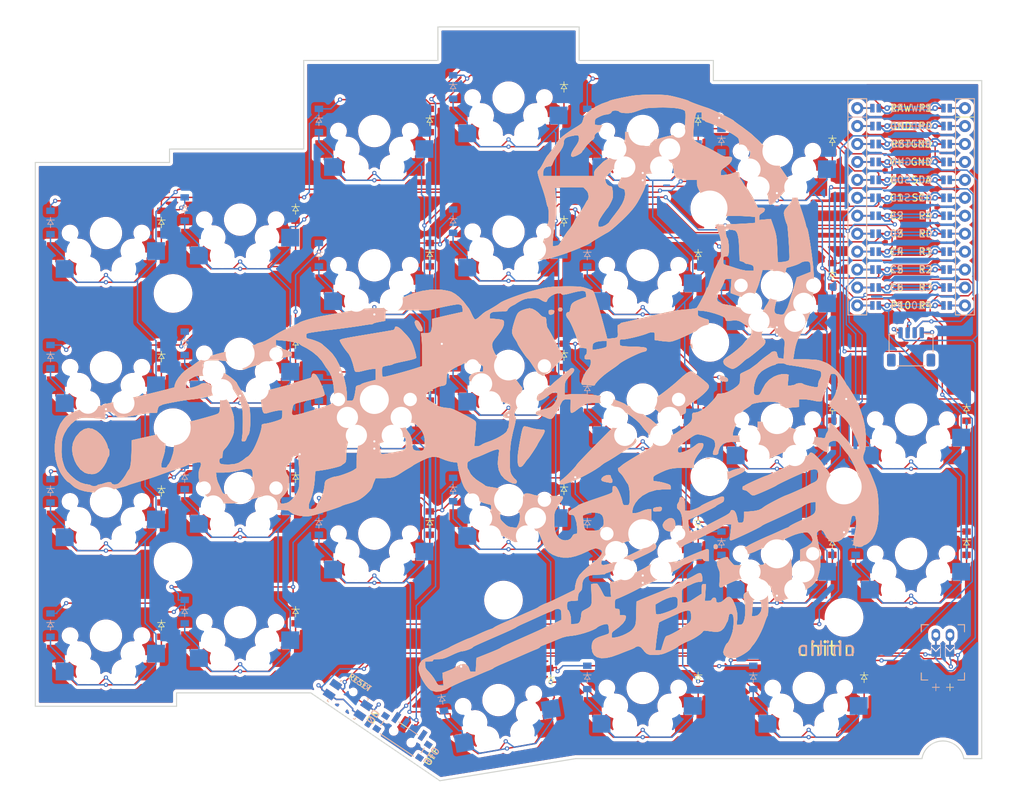
<source format=kicad_pcb>
(kicad_pcb (version 20241229) (generator "pcbnew") (generator_version "9.0")
  (title_block (title "chitin") (date "2025-12-28") (rev "1") (company "Scybin"))
  (layers (0 "F.Cu" signal) (2 "B.Cu" signal) (13 "F.Paste" user) (15 "B.Paste" user) (5 "F.SilkS" user "F.Silkscreen") (7 "B.SilkS" user "B.Silkscreen") (1 "F.Mask" user) (3 "B.Mask" user) (25 "Edge.Cuts" user))
  (net 0 "")
  (net 1 "C0")
  (net 2 "outer_bottom_B")
  (net 3 "GND")
  (net 4 "outer_home_B")
  (net 5 "outer_upper_B")
  (net 6 "outer_top_B")
  (net 7 "C1")
  (net 8 "pinky_bottom_B")
  (net 9 "pinky_home_B")
  (net 10 "pinky_upper_B")
  (net 11 "pinky_top_B")
  (net 12 "C2")
  (net 13 "ring_bottom_B")
  (net 14 "ring_home_B")
  (net 15 "ring_upper_B")
  (net 16 "ring_top_B")
  (net 17 "C3")
  (net 18 "middle_bottom_B")
  (net 19 "middle_home_B")
  (net 20 "middle_upper_B")
  (net 21 "middle_top_B")
  (net 22 "C4")
  (net 23 "index_bottom_B")
  (net 24 "index_home_B")
  (net 25 "index_upper_B")
  (net 26 "index_top_B")
  (net 27 "C5")
  (net 28 "inner_bottom_B")
  (net 29 "inner_home_B")
  (net 30 "inner_upper_B")
  (net 31 "inner_top_B")
  (net 32 "tuck_cluster_B")
  (net 33 "layer_cluster_B")
  (net 34 "space_cluster_B")
  (net 35 "C6")
  (net 36 "macro_bottom_B")
  (net 37 "macro_home_B")
  (net 38 "R3")
  (net 39 "R2")
  (net 40 "R1")
  (net 41 "R0")
  (net 42 "R4")
  (net 43 "RAW")
  (net 44 "RST")
  (net 45 "V+")
  (net 46 "P10")
  (net 47 "P1")
  (net 48 "P0")
  (net 49 "SDA")
  (net 50 "SCL")
  (net 51 "P4")
  (net 52 "MCU1_24")
  (net 53 "MCU1_1")
  (net 54 "MCU1_23")
  (net 55 "MCU1_2")
  (net 56 "MCU1_22")
  (net 57 "MCU1_3")
  (net 58 "MCU1_21")
  (net 59 "MCU1_4")
  (net 60 "MCU1_20")
  (net 61 "MCU1_5")
  (net 62 "MCU1_19")
  (net 63 "MCU1_6")
  (net 64 "MCU1_18")
  (net 65 "MCU1_7")
  (net 66 "MCU1_17")
  (net 67 "MCU1_8")
  (net 68 "MCU1_16")
  (net 69 "MCU1_9")
  (net 70 "MCU1_15")
  (net 71 "MCU1_10")
  (net 72 "MCU1_14")
  (net 73 "MCU1_11")
  (net 74 "MCU1_13")
  (net 75 "MCU1_12")
  (net 76 "BAT_P")
  (net 77 "JST1_1")
  (net 78 "JST1_2")
  (footprint "ceoloide:diode_tht_sod123" (layer "F.Cu") (at 145.85 77.06 -90)
    (property "Reference" "D41" (hide yes))
    (property "Value" "")
  )
  (footprint "ceoloide:diode_tht_sod123" (layer "F.Cu") (at 163.0453 156.2796 -80)
    (property "Reference" "D54" (hide yes))
    (property "Value" "")
  )
  (footprint "ceoloide:mounting_hole_npth" (layer "F.Cu") (at 109.5 120.55)
    (property "Reference" "MH2" (hide yes))
    (property "Value" "")
  )
  (footprint "ceoloide:diode_tht_sod123" (layer "F.Cu") (at 183.85 77.06 -90)
    (property "Reference" "D49" (hide yes))
    (property "Value" "")
  )
  (footprint "ceoloide:mounting_hole_npth" (layer "F.Cu") (at 204.5 147.41)
    (property "Reference" "MH9" (hide yes))
    (property "Value" "")
  )
  (footprint "ceoloide:reset_switch_smd_side" (layer "F.Cu") (at 134.25 159.1 146)
    (property "Reference" "RST1" (hide yes))
    (property "Value" "")
  )
  (footprint "ceoloide:mounting_hole_npth" (layer "F.Cu") (at 109.5 101.55)
    (property "Reference" "MH1" (hide yes))
    (property "Value" "")
  )
  (footprint "ceoloide:diode_tht_sod123" (layer "F.Cu") (at 107.85 129.5 -90)
    (property "Reference" "D31" (hide yes))
    (property "Value" "")
  )
  (footprint "ceoloide:diode_tht_sod123" (layer "F.Cu") (at 126.85 146.6 -90)
    (property "Reference" "D34" (hide yes))
    (property "Value" "")
  )
  (footprint "ceoloide:diode_tht_sod123" (layer "F.Cu") (at 126.85 127.6 -90)
    (property "Reference" "D35" (hide yes))
    (property "Value" "")
  )
  (footprint "ceoloide:diode_tht_sod123" (layer "F.Cu") (at 107.85 91.5 -90)
    (property "Reference" "D33" (hide yes))
    (property "Value" "")
  )
  (footprint "ceoloide:diode_tht_sod123" (layer "F.Cu") (at 183.85 155.91 -90)
    (property "Reference" "D55" (hide yes))
    (property "Value" "")
  )
  (footprint "ceoloide:diode_tht_sod123" (layer "F.Cu") (at 202.85 98.91 -90)
    (property "Reference" "D52" (hide yes))
    (property "Value" "")
  )
  (footprint "ceoloide:mounting_hole_npth" (layer "F.Cu") (at 204.5 128.91)
    (property "Reference" "MH8" (hide yes))
    (property "Value" "")
  )
  (footprint "ceoloide:diode_tht_sod123" (layer "F.Cu") (at 221.85 117.91 -90)
    (property "Reference" "D58" (hide yes))
    (property "Value" "")
  )
  (footprint "ceoloide:diode_tht_sod123" (layer "F.Cu") (at 183.85 134.06 -90)
    (property "Reference" "D46" (hide yes))
    (property "Value" "")
  )
  (footprint "scybin:mcu_nice_nano" (layer "F.Cu") (at 214 88.01)
    (property "Reference" "MCU1" (hide yes))
    (property "Value" "")
  )
  (footprint "ceoloide:mounting_hole_npth" (layer "F.Cu") (at 185.5 89.485)
    (property "Reference" "MH5" (hide yes))
    (property "Value" "")
  )
  (footprint "ceoloide:diode_tht_sod123" (layer "F.Cu") (at 126.85 108.6 -90)
    (property "Reference" "D36" (hide yes))
    (property "Value" "")
  )
  (footprint "ceoloide:mounting_hole_npth" (layer "F.Cu") (at 109.5 139.55)
    (property "Reference" "MH3" (hide yes))
    (property "Value" "")
  )
  (footprint "ceoloide:diode_tht_sod123" (layer "F.Cu") (at 202.85 79.91 -90)
    (property "Reference" "D53" (hide yes))
    (property "Value" "")
  )
  (footprint "ceoloide:diode_tht_sod123" (layer "F.Cu") (at 164.85 129.31 -90)
    (property "Reference" "D42" (hide yes))
    (property "Value" "")
  )
  (footprint "ceoloide:diode_tht_sod123" (layer "F.Cu") (at 145.85 134.06 -90)
    (property "Reference" "D38" (hide yes))
    (property "Value" "")
  )
  (footprint "ceoloide:diode_tht_sod123" (layer "F.Cu") (at 164.85 72.31 -90)
    (property "Reference" "D45" (hide yes))
    (property "Value" "")
  )
  (footprint "ceoloide:diode_tht_sod123" (layer "F.Cu") (at 126.85 89.6 -90)
    (property "Reference" "D37" (hide yes))
    (property "Value" "")
  )
  (footprint "ceoloide:diode_tht_sod123" (layer "F.Cu") (at 207.35 155.91 -90)
    (property "Reference" "D56" (hide yes))
    (property "Value" "")
  )
  (footprint "ceoloide:diode_tht_sod123" (layer "F.Cu") (at 107.85 148.5 -90)
    (property "Reference" "D30" (hide yes))
    (property "Value" "")
  )
  (footprint "ceoloide:diode_tht_sod123" (layer "F.Cu") (at 202.85 117.91 -90)
    (property "Reference" "D51" (hide yes))
    (property "Value" "")
  )
  (footprint "scybin:qwiik_jst" (layer "F.Cu") (at 214 109.11)
    (property "Reference" "J1" (hide yes))
    (property "Value" "qwiik_jst")
  )
  (footprint "ceoloide:mounting_hole_npth" (layer "F.Cu") (at 185.5 108.485)
    (property "Reference" "MH6" (hide yes))
    (property "Value" "")
  )
  (footprint "ceoloide:diode_tht_sod123" (layer "F.Cu") (at 164.85 110.31 -90)
    (property "Reference" "D43" (hide yes))
    (property "Value" "")
  )
  (footprint "ceoloide:mounting_hole_npth" (layer "F.Cu") (at 185.5 127.485)
    (property "Reference" "MH7" (hide yes))
    (property "Value" "")
  )
  (footprint "ceoloide:mounting_hole_npth" (layer "F.Cu") (at 156.2875 144.965)
    (property "Reference" "MH4" (hide yes))
    (property "Value" "")
  )
  (footprint "ceoloide:diode_tht_sod123" (layer "F.Cu") (at 183.85 96.06 -90)
    (property "Reference" "D48" (hide yes))
    (property "Value" "")
  )
  (footprint "ceoloide:diode_tht_sod123" (layer "F.Cu") (at 164.85 91.31 -90)
    (property "Reference" "D44" (hide yes))
    (property "Value" "")
  )
  (footprint "ceoloide:power_switch_smd_side" (layer "F.Cu") (at 142 164.3 -124)
    (property "Reference" "PWR1" (hide yes))
    (property "Value" "")
  )
  (footprint "ceoloide:diode_tht_sod123" (layer "F.Cu") (at 145.85 96.06 -90)
    (property "Reference" "D40" (hide yes))
    (property "Value" "")
  )
  (footprint "ceoloide:battery_connector_jst_ph_2" (layer "F.Cu") (at 218.5 149.91)
    (property "Reference" "JST1" (hide yes))
    (property "Value" "")
  )
  (footprint "ceoloide:diode_tht_sod123" (layer "F.Cu") (at 202.85 136.91 -90)
    (property "Reference" "D50" (hide yes))
    (property "Value" "")
  )
  (footprint "ceoloide:diode_tht_sod123" (layer "F.Cu") (at 145.85 115.06 -90)
    (property "Reference" "D39" (hide yes))
    (property "Value" "")
  )
  (footprint "ceoloide:diode_tht_sod123" (layer "F.Cu") (at 183.85 115.06 -90)
    (property "Reference" "D47" (hide yes))
    (property "Value" "")
  )
  (footprint "ceoloide:diode_tht_sod123" (layer "F.Cu") (at 221.85 136.91 -90)
    (property "Reference" "D57" (hide yes))
    (property "Value" "")
  )
  (footprint "logo_dual_chitin" (layer "F.Cu") (at 147 115.85)
    (property "Reference" "LOGO1" (hide yes))
    (property "Value" "" (hide yes))
  )
  (footprint "ceoloide:diode_tht_sod123" (layer "F.Cu") (at 107.85 110.5 -90)
    (property "Reference" "D32" (hide yes))
    (property "Value" "")
  )
  (footprint "ceoloide:diode_tht_sod123" (layer "B.Cu") (at 187.15 98.91 -90)
    (property "Reference" "D23" (hide yes))
    (property "Value" "")
  )
  (footprint "ceoloide:diode_tht_sod123" (layer "B.Cu") (at 187.15 117.91 -90)
    (property "Reference" "D22" (hide yes))
    (property "Value" "")
  )
  (footprint "ceoloide:diode_tht_sod123" (layer "B.Cu") (at 149.15 91.31 -90)
    (property "Reference" "D15" (hide yes))
    (property "Value" "")
  )
  (footprint "ceoloide:diode_tht_sod123" (layer "B.Cu") (at 187.15 79.91 -90)
    (property "Reference" "D24" (hide yes))
    (property "Value" "")
  )
  (footprint "ceoloide:switch_mx" (layer "B.Cu") (at 195 138.41 180)
    (property "Reference" "S21" (hide yes))
    (property "Value" "")
  )
  (footprint "ceoloide:switch_mx" (layer "B.Cu") (at 157 73.81 180)
    (property "Reference" "S16" (hide yes))
    (property "Value" "")
  )
  (footprint "ceoloide:switch_mx" (layer "B.Cu") (at 195 119.41 180)
    (property "Reference" "S22" (hide yes))
    (property "Value" "")
  )
  (footprint "ceoloide:diode_tht_sod123" (layer "B.Cu") (at 92.15 148.5 -90)
    (property "Reference" "D1" (hide yes))
    (property "Value" "")
  )
  (footprint "ceoloide:switch_mx" (layer "B.Cu") (at 100 150 180)
    (property "Reference" "S1" (hide yes))
    (property "Value" "")
  )
  (footprint "ceoloide:diode_tht_sod123" (layer "B.Cu") (at 92.15 110.5 -90)
    (property "Reference" "D3" (hide yes))
    (property "Value" "")
  )
  (footprint "ceoloide:switch_mx" (layer "B.Cu") (at 119 91.1 180)
    (property "Reference" "S8" (hide yes))
    (property "Value" "")
  )
  (footprint "ceoloide:diode_tht_sod123" (layer "B.Cu") (at 147.5838 159.0059 -80)
    (property "Reference" "D25" (hide yes))
    (property "Value" "")
  )
  (footprint "ceoloide:diode_tht_sod123" (layer "B.Cu") (at 130.15 77.06 -90)
    (property "Reference" "D12" (hide yes))
    (property "Value" "")
  )
  (footprint "ceoloide:diode_tht_sod123" (layer "B.Cu") (at 206.15 136.91 -90)
    (property "Reference" "D28" (hide yes))
    (property "Value" "")
  )
  (footprint "ceoloide:diode_tht_sod123" (layer "B.Cu") (at 206.15 117.91 -90)
    (property "Reference" "D29" (hide yes))
    (property "Value" "")
  )
  (footprint "ceoloide:switch_mx" (layer "B.Cu") (at 195 81.41 180)
    (property "Reference" "S24" (hide yes))
    (property "Value" "")
  )
  (footprint "ceoloide:diode_tht_sod123" (layer "B.Cu") (at 92.15 129.5 -90)
    (property "Reference" "D2" (hide yes))
    (property "Value" "")
  )
  (footprint "ceoloide:diode_tht_sod123" (layer "B.Cu") (at 149.15 110.31 -90)
    (property "Reference" "D14" (hide yes))
    (property "Value" "")
  )
  (footprint "ceoloide:diode_tht_sod123" (layer "B.Cu") (at 111.15 146.6 -90)
    (property "Reference" "D5" (hide yes))
    (property "Value" "")
  )
  (footprint "ceoloide:switch_mx" (layer "B.Cu") (at 138 78.56 180)
    (property "Reference" "S12" (hide yes))
    (property "Value" "")
  )
  (footprint "ceoloide:diode_tht_sod123" (layer "B.Cu") (at 130.15 134.06 -90)
    (property "Reference" "D9" (hide yes))
    (property "Value" "")
  )
  (footprint "ceoloide:switch_mx" (layer "B.Cu") (at 214 119.41 180)
    (property "Reference" "S29" (hide yes))
    (property "Value" "")
  )
  (footprint "ceoloide:diode_tht_sod123" (layer "B.Cu") (at 111.15 108.6 -90)
    (property "Reference" "D7" (hide yes))
    (property "Value" "")
  )
  (footprint "ceoloide:switch_mx" (layer "B.Cu") (at 157 130.81 180)
    (property "Reference" "S13" (hide yes))
    (property "Value" "")
  )
  (footprint "ceoloide:switch_mx" (layer "B.Cu") (at 176 97.56 180)
    (property "Reference" "S19" (hide yes))
    (property "Value" "")
  )
  (footprint "ceoloide:switch_mx" (layer "B.Cu") (at 119 129.1 180)
    (property "Reference" "S6" (hide yes))
    (property "Value" "")
  )
  (footprint "ceoloide:diode_tht_sod123" (layer "B.Cu") (at 130.15 96.06 -90)
    (property "Reference" "D11" (hide yes))
    (property "Value" "")
  )
  (footprint "ceoloide:diode_tht_sod123" (layer "B.Cu") (at 168.15 115.06 -90)
    (property "Reference" "D18" (hide yes))
    (property "Value" "")
  )
  (footprint "ceoloide:switch_mx" (layer "B.Cu") (at 176 116.56 180)
    (property "Reference" "S18" (hide yes))
    (property "Value" "")
  )
  (footprint "ceoloide:switch_mx" (layer "B.Cu") (at 195 100.41 180)
    (property "Reference" "S23" (hide yes))
    (property "Value" "")
  )
  (footprint "ceoloide:diode_tht_sod123" (layer "B.Cu") (at 191.65 155.91 -90)
    (property "Reference" "D27" (hide yes))
    (property "Value" "")
  )
  (footprint "ceoloide:switch_mx" (layer "B.Cu") (at 214 138.41 180)
    (property "Reference" "S28" (hide yes))
    (property "Value" "")
  )
  (footprint "ceoloide:diode_tht_sod123" (layer "B.Cu") (at 111.15 127.6 -90)
    (property "Reference" "D6" (hide yes))
    (property "Value" "")
  )
  (footprint "ceoloide:diode_tht_sod123" (layer "B.Cu") (at 149.15 72.31 -90)
    (property "Reference" "D16" (hide yes))
    (property "Value" "")
  )
  (footprint "ceoloide:switch_mx" (layer "B.Cu") (at 138 97.56 180)
    (property "Reference" "S11" (hide yes))
    (property "Value" "")
  )
  (footprint "ceoloide:diode_tht_sod123" (layer "B.Cu") (at 168.15 77.06 -90)
    (property "Reference" "D20" (hide yes))
    (property "Value" "")
  )
  (footprint "ceoloide:switch_mx" (layer "B.Cu") (at 100 131 180)
    (property "Reference" "S2" (hide yes))
    (property "Value" "")
  )
  (footprint "ceoloide:diode_tht_sod123" (layer "B.Cu") (at 168.15 155.91 -90)
    (property "Reference" "D26" (hide yes))
    (property "Value" "")
  )
  (footprint "ceoloide:diode_tht_sod123" (layer "B.Cu") (at 168.15 96.06 -90)
    (property "Reference" "D19" (hide yes))
    (property "Value" "")
  )
  (footprint "ceoloide:diode_tht_sod123" (layer "B.Cu") (at 187.15 136.91 -90)
    (property "Reference" "D21" (hide yes))
    (property "Value" "")
  )
  (footprint "ceoloide:switch_mx" (layer "B.Cu") (at 119 148.1 180)
    (property "Reference" "S5" (hide yes))
    (property "Value" "")
  )
  (footprint "ceoloide:diode_tht_sod123" (layer "B.Cu") (at 149.15 129.31 -90)
    (property "Reference" "D13" (hide yes))
    (property "Value" "")
  )
  (footprint "ceoloide:switch_mx" (layer "B.Cu") (at 176 157.41 180)
    (property "Reference" "S26" (hide yes))
    (property "Value" "")
  )
  (footprint "ceoloide:switch_mx" (layer "B.Cu") (at 176 78.56 180)
    (property "Reference" "S20" (hide yes))
    (property "Value" "")
  )
  (footprint "ceoloide:switch_mx" (layer "B.Cu") (at 119 110.1 180)
    (property "Reference" "S7" (hide yes))
    (property "Value" "")
  )
  (footprint "ceoloide:diode_tht_sod123" (layer "B.Cu") (at 130.15 115.06 -90)
    (property "Reference" "D10" (hide yes))
    (property "Value" "")
  )
  (footprint "ceoloide:switch_mx" (layer "B.Cu") (at 100 93 180)
    (property "Reference" "S4" (hide yes))
    (property "Value" "")
  )
  (footprint "ceoloide:diode_tht_sod123" (layer "B.Cu") (at 92.15 91.5 -90)
    (property "Reference" "D4" (hide yes))
    (property "Value" "")
  )
  (footprint "ceoloide:diode_tht_sod123" (layer "B.Cu") (at 111.15 89.6 -90)
    (property "Reference" "D8" (hide yes))
    (property "Value" "")
  )
  (footprint "ceoloide:switch_mx" (layer "B.Cu") (at 100 112 180)
    (property "Reference" "S3" (hide yes))
    (property "Value" "")
  )
  (footprint "ceoloide:switch_mx" (layer "B.Cu") (at 155.575 159.12 -170)
    (property "Reference" "S25" (hide yes))
    (property "Value" "")
  )
  (footprint "ceoloide:switch_mx" (layer "B.Cu") (at 199.5 157.41 180)
    (property "Reference" "S27" (hide yes))
    (property "Value" "")
  )
  (footprint "ceoloide:switch_mx" (layer "B.Cu") (at 176 135.56 180)
    (property "Reference" "S17" (hide yes))
    (property "Value" "")
  )
  (footprint "ceoloide:switch_mx" (layer "B.Cu") (at 157 92.81 180)
    (property "Reference" "S15" (hide yes))
    (property "Value" "")
  )
  (footprint "ceoloide:switch_mx" (layer "B.Cu") (at 138 135.56 180)
    (property "Reference" "S9" (hide yes))
    (property "Value" "")
  )
  (footprint "ceoloide:diode_tht_sod123" (layer "B.Cu") (at 168.15 134.06 -90)
    (property "Reference" "D17" (hide yes))
    (property "Value" "")
  )
  (footprint "ceoloide:switch_mx" (layer "B.Cu") (at 138 116.56 180)
    (property "Reference" "S10" (hide yes))
    (property "Value" "")
  )
  (footprint "ceoloide:switch_mx" (layer "B.Cu") (at 157 111.81 180)
    (property "Reference" "S14" (hide yes))
    (property "Value" "")
  )
  (gr_line (start 167 63.81) (end 167 68.56) (stroke (width 0.15)) (layer "Edge.Cuts"))
  (gr_line (start 147.27429 170.541928) (end 129 158.1) (stroke (width 0.15)) (layer "Edge.Cuts"))
  (gr_line (start 166.5 167.41) (end 147.27429 170.541928) (stroke (width 0.15)) (layer "Edge.Cuts"))
  (gr_line (start 167 68.56) (end 186 68.56) (stroke (width 0.15)) (layer "Edge.Cuts"))
  (gr_line (start 224 71.41) (end 224 167.41) (stroke (width 0.15)) (layer "Edge.Cuts"))
  (gr_line (start 110 158.1) (end 110 160) (stroke (width 0.15)) (layer "Edge.Cuts"))
  (gr_line (start 147 63.81) (end 167 63.81) (stroke (width 0.15)) (layer "Edge.Cuts"))
  (gr_line (start 128 81.1) (end 128 68.56) (stroke (width 0.15)) (layer "Edge.Cuts"))
  (gr_line (start 90 160) (end 90 83) (stroke (width 0.15)) (layer "Edge.Cuts"))
  (gr_line (start 128 68.56) (end 147 68.56) (stroke (width 0.15)) (layer "Edge.Cuts"))
  (gr_line (start 166.5 167.41) (end 215.54196 167.41) (stroke (width 0.15)) (layer "Edge.Cuts"))
  (gr_arc (start 215.54196 167.41) (mid 218.5 164.91) (end 221.45804 167.41) (stroke (width 0.15)) (layer "Edge.Cuts"))
  (gr_line (start 147 68.56) (end 147 63.81) (stroke (width 0.15)) (layer "Edge.Cuts"))
  (gr_line (start 221.45804 167.41) (end 224 167.41) (stroke (width 0.15)) (layer "Edge.Cuts"))
  (gr_line (start 90 83) (end 109 83) (stroke (width 0.15)) (layer "Edge.Cuts"))
  (gr_line (start 186 68.56) (end 186 71.41) (stroke (width 0.15)) (layer "Edge.Cuts"))
  (gr_line (start 129 158.1) (end 110 158.1) (stroke (width 0.15)) (layer "Edge.Cuts"))
  (gr_line (start 186 71.41) (end 224 71.41) (stroke (width 0.15)) (layer "Edge.Cuts"))
  (gr_line (start 110 160) (end 90 160) (stroke (width 0.15)) (layer "Edge.Cuts"))
  (gr_line (start 109 81.1) (end 128 81.1) (stroke (width 0.15)) (layer "Edge.Cuts"))
  (gr_line (start 109 83) (end 109 81.1) (stroke (width 0.15)) (layer "Edge.Cuts"))
  (segment (start 204.7971 83.0112) (end 204.7971 81.9616) (width 0.2) (layer "F.Cu") (net 1))
  (segment (start 92.915 135.04) (end 92.915 133.54) (width 0.2) (layer "F.Cu") (net 1))
  (segment (start 183.7198 77.2998) (end 182.3604 75.9404) (width 0.2) (layer "F.Cu") (net 1))
  (segment (start 209.42 84.5683) (end 209.0517 84.2) (width 0.2) (layer "F.Cu") (net 1))
  (segment (start 100 155.93) (end 98.971 156.959) (width 0.2) (layer "F.Cu") (net 1))
  (segment (start 95.834 99.959) (end 92.915 97.04) (width 0.2) (layer "F.Cu") (net 1))
  (segment (start 205.9859 84.2) (end 204.7971 83.0112) (width 0.2) (layer "F.Cu") (net 1))
  (segment (start 201.0531 78.2176) (end 185.9804 78.2176) (width 0.2) (layer "F.Cu") (net 1))
  (segment (start 209.42 85.47) (end 209.42 84.5683) (width 0.2) (layer "F.Cu") (net 1))
  (segment (start 204.7971 81.9616) (end 201.0531 78.2176) (width 0.2) (layer "F.Cu") (net 1))
  (segment (start 100 98.93) (end 98.971 99.959) (width 0.2) (layer "F.Cu") (net 1))
  (segment (start 209.42 85.47) (end 210.6 85.47) (width 0.25) (layer "F.Cu") (net 1))
  (segment (start 98.971 118.959) (end 95.834 118.959) (width 0.2) (layer "F.Cu") (net 1))
  (segment (start 209.0517 84.2) (end 205.9859 84.2) (width 0.2) (layer "F.Cu") (net 1))
  (segment (start 92.915 154.04) (end 92.915 152.54) (width 0.2) (layer "F.Cu") (net 1))
  (segment (start 98.971 99.959) (end 95.834 99.959) (width 0.2) (layer "F.Cu") (net 1))
  (segment (start 98.971 137.959) (end 95.834 137.959) (width 0.2) (layer "F.Cu") (net 1))
  (segment (start 95.834 156.959) (end 92.915 154.04) (width 0.2) (layer "F.Cu") (net 1))
  (segment (start 95.834 137.959) (end 92.915 135.04) (width 0.2) (layer "F.Cu") (net 1))
  (segment (start 92.915 97.04) (end 92.915 95.54) (width 0.2) (layer "F.Cu") (net 1))
  (segment (start 185.0626 77.2998) (end 183.7198 77.2998) (width 0.2) (layer "F.Cu") (net 1))
  (segment (start 98.971 156.959) (end 95.834 156.959) (width 0.2) (layer "F.Cu") (net 1))
  (segment (start 157.9339 86.7877) (end 110.2654 86.7877) (width 0.2) (layer "F.Cu") (net 1))
  (segment (start 110.2654 86.7877) (end 109.8637 87.1894) (width 0.2) (layer "F.Cu") (net 1))
  (segment (start 185.9804 78.2176) (end 185.0626 77.2998) (width 0.2) (layer "F.Cu") (net 1))
  (segment (start 95.834 118.959) (end 92.915 116.04) (width 0.2) (layer "F.Cu") (net 1))
  (segment (start 100 136.93) (end 98.971 137.959) (width 0.2) (layer "F.Cu") (net 1))
  (segment (start 168.7812 75.9404) (end 157.9339 86.7877) (width 0.2) (layer "F.Cu") (net 1))
  (segment (start 100 117.93) (end 98.971 118.959) (width 0.2) (layer "F.Cu") (net 1))
  (segment (start 182.3604 75.9404) (end 168.7812 75.9404) (width 0.2) (layer "F.Cu") (net 1))
  (segment (start 92.915 116.04) (end 92.915 114.54) (width 0.2) (layer "F.Cu") (net 1))
  (via (at 109.8637 87.1894) (size 0.6) (drill 0.3) (layers "F.Cu" "B.Cu") (net 1))
  (via (at 100 98.93) (size 0.6) (drill 0.3) (layers "F.Cu" "B.Cu") (net 1))
  (via (at 100 136.93) (size 0.6) (drill 0.3) (layers "F.Cu" "B.Cu") (net 1))
  (via (at 100 117.93) (size 0.6) (drill 0.3) (layers "F.Cu" "B.Cu") (net 1))
  (via (at 100 155.93) (size 0.6) (drill 0.3) (layers "F.Cu" "B.Cu") (net 1))
  (segment (start 104.471 99.654) (end 104.471 105.6348) (width 0.2) (layer "B.Cu") (net 1))
  (segment (start 218.775 85.47) (end 218.58 85.47) (width 0.25) (layer "B.Cu") (net 1))
  (segment (start 105.5481 128.8444) (end 107.085 130.3813) (width 0.2) (layer "B.Cu") (net 1))
  (segment (start 104.166 156.959) (end 101.029 156.959) (width 0.2) (layer "B.Cu") (net 1))
  (segment (start 107.085 97.04) (end 104.471 99.654) (width 0.2) (layer "B.Cu") (net 1))
  (segment (start 105.5481 117.5769) (end 104.166 118.959) (width 0.2) (layer "B.Cu") (net 1))
  (segment (start 107.085 114.54) (end 107.085 116.04) (width 0.2) (layer "B.Cu") (net 1))
  (segment (start 107.085 154.04) (end 104.166 156.959) (width 0.2) (layer "B.Cu") (net 1))
  (segment (start 216.595 85.25) (end 210.82 85.25) (width 0.25) (layer "B.Cu") (net 1))
  (segment (start 107.085 95.54) (end 107.085 89.9681) (width 0.2) (layer "B.Cu") (net 1))
  (segment (start 210.82 85.25) (end 210.6 85.47) (width 0.2) (layer "B.Cu") (net 1))
  (segment (start 101.029 137.959) (end 100 136.93) (width 0.2) (layer "B.Cu") (net 1))
  (segment (start 104.166 118.959) (end 101.029 118.959) (width 0.2) (layer "B.Cu") (net 1))
  (segment (start 107.085 149.7742) (end 107.085 152.54) (width 0.2) (layer "B.Cu") (net 1))
  (segment (start 101.029 118.959) (end 100 117.93) (width 0.2) (layer "B.Cu") (net 1))
  (segment (start 107.085 89.9681) (end 109.8637 87.1894) (width 0.2) (layer "B.Cu") (net 1))
  (segment (start 104.166 137.959) (end 101.029 137.959) (width 0.2) (layer "B.Cu") (net 1))
  (segment (start 105.5481 136.5769) (end 105.5481 148.2373) (width 0.2) (layer "B.Cu") (net 1))
  (segment (start 107.085 108.2488) (end 107.085 114.54) (width 0.2) (layer "B.Cu") (net 1))
  (segment (start 218.425 85.47) (end 217.7 84.745) (width 0.25) (layer "B.Cu") (net 1))
  (segment (start 105.5481 136.5769) (end 104.166 137.959) (width 0.2) (layer "B.Cu") (net 1))
  (segment (start 104.471 105.6348) (end 107.085 108.2488) (width 0.2) (layer "B.Cu") (net 1))
  (segment (start 107.085 133.54) (end 107.085 135.04) (width 0.2) (layer "B.Cu") (net 1))
  (segment (start 107.085 116.04) (end 105.5481 117.5769) (width 0.2) (layer "B.Cu") (net 1))
  (segment (start 107.085 135.04) (end 105.5481 136.5769) (width 0.2) (layer "B.Cu") (net 1))
  (segment (start 101.029 99.959) (end 100 98.93) (width 0.2) (layer "B.Cu") (net 1))
  (segment (start 105.5481 148.2373) (end 107.085 149.7742) (width 0.2) (layer "B.Cu") (net 1))
  (segment (start 104.471 99.654) (end 104.166 99.959) (width 0.2) (layer "B.Cu") (net 1))
  (segment (start 105.5481 117.5769) (end 105.5481 128.8444) (width 0.2) (layer "B.Cu") (net 1))
  (segment (start 107.085 152.54) (end 107.085 154.04) (width 0.2) (layer "B.Cu") (net 1))
  (segment (start 104.166 99.959) (end 101.029 99.959) (width 0.2) (layer "B.Cu") (net 1))
  (segment (start 107.085 130.3813) (end 107.085 133.54) (width 0.2) (layer "B.Cu") (net 1))
  (segment (start 217.1 84.745) (end 216.595 85.25) (width 0.25) (layer "B.Cu") (net 1))
  (segment (start 107.085 95.54) (end 107.085 97.04) (width 0.2) (layer "B.Cu") (net 1))
  (segment (start 101.029 156.959) (end 100 155.93) (width 0.2) (layer "B.Cu") (net 1))
  (segment (start 217.7 84.745) (end 217.1 84.745) (width 0.25) (layer "B.Cu") (net 1))
  (segment (start 218.58 85.47) (end 218.425 85.47) (width 0.25) (layer "B.Cu") (net 1))
  (segment (start 103.963 156.959) (end 100 156.959) (width 0.2) (layer "F.Cu") (net 2))
  (segment (start 107.85 151.5203) (end 107.85 150.15) (width 0.2) (layer "F.Cu") (net 2))
  (segment (start 105.842 153.5283) (end 107.85 151.5203) (width 0.2) (layer "F.Cu") (net 2))
  (segment (start 105.842 155.08) (end 105.842 153.5283) (width 0.2) (layer "F.Cu") (net 2))
  (segment (start 105.842 155.08) (end 103.963 156.959) (width 0.2) (layer "F.Cu") (net 2))
  (via (at 100 156.959) (size 0.6) (drill 0.3) (layers "F.Cu" "B.Cu") (net 2))
  (segment (start 96.0225 156.9445) (end 96.0225 156.9455) (width 0.2) (layer "B.Cu") (net 2))
  (segment (start 96.0225 156.9455) (end 96.037 156.96) (width 0.2) (layer "B.Cu") (net 2))
  (segment (start 92.15 150.15) (end 92.15 151.5203) (width 0.2) (layer "B.Cu") (net 2))
  (segment (start 96.037 156.959) (end 96.0225 156.9445) (width 0.2) (layer "B.Cu") (net 2))
  (segment (start 92.15 151.5203) (end 94.158 153.5283) (width 0.2) (layer "B.Cu") (net 2))
  (segment (start 96.0225 156.9445) (end 94.158 155.08) (width 0.2) (layer "B.Cu") (net 2))
  (segment (start 100 156.959) (end 96.037 156.96) (width 0.2) (layer "B.Cu") (net 2))
  (segment (start 94.158 155.08) (end 94.158 153.5283) (width 0.2) (layer "B.Cu") (net 2))
  (segment (start 134.9292 160.334) (end 133.6212 159.026) (width 0.2) (layer "F.Cu") (net 3))
  (segment (start 217.4 82.34) (end 217.4 80.39) (width 0.2) (layer "F.Cu") (net 3))
  (segment (start 131.5985 158.3368) (end 132.6203 159.0261) (width 0.2) (layer "F.Cu") (net 3))
  (segment (start 210.6 77.85) (end 214.86 77.85) (width 0.2) (layer "F.Cu") (net 3))
  (segment (start 133.6212 159.026) (end 132.6204 159.026) (width 0.2) (layer "F.Cu") (net 3))
  (segment (start 217.99 82.93) (end 217.4 82.93) (width 0.25) (layer "F.Cu") (net 3))
  (segment (start 219.5 152.726) (end 220.4017 152.726) (width 0.2) (layer "F.Cu") (net 3))
  (segment (start 218.58 80.39) (end 217.4 80.39) (width 0.25) (layer "F.Cu") (net 3))
  (segment (start 220.4278 152.7521) (end 220.4017 152.726) (width 0.2) (layer "F.Cu") (net 3))
  (segment (start 214.86 77.85) (end 217.4 80.39) (width 0.2) (layer "F.Cu") (net 3))
  (segment (start 220.6106 152.7521) (end 220.4278 152.7521) (width 0.2) (layer "F.Cu") (net 3))
  (segment (start 134.9292 160.5833) (end 134.9292 160.334) (width 0.2) (layer "F.Cu") (net 3))
  (segment (start 136.5313 154.7044) (end 138.76 152.4757) (width 0.2) (layer "F.Cu") (net 3))
  (segment (start 211.9912 106.6012) (end 212.5 107.11) (width 0.2) (layer "F.Cu") (net 3))
  (segment (start 209.42 77.85) (end 210.6 77.85) (width 0.25) (layer "F.Cu") (net 3))
  (segment (start 138.76 152.4757) (end 215.8487 152.4757) (width 0.2) (layer "F.Cu") (net 3))
  (segment (start 130.5767 157.5122) (end 130.5767 157.6475) (width 0.2) (layer "F.Cu") (net 3))
  (segment (start 135.9509 161.2726) (end 134.9291 160.5834) (width 0.2) (layer "F.Cu") (net 3))
  (segment (start 132.6204 159.026) (end 132.6203 159.0261) (width 0.2) (layer "F.Cu") (net 3))
  (segment (start 215.8487 152.4757) (end 216.0283 152.6553) (width 0.2) (layer "F.Cu") (net 3))
  (segment (start 134.9291 160.5834) (end 134.9292 160.5833) (width 0.2) (layer "F.Cu") (net 3))
  (segment (start 211.5447 106.6012) (end 211.9912 106.6012) (width 0.2) (layer "F.Cu") (net 3))
  (segment (start 131.5985 158.3368) (end 130.5767 157.6475) (width 0.2) (layer "F.Cu") (net 3))
  (segment (start 218.58 82.93) (end 217.99 82.93) (width 0.25) (layer "F.Cu") (net 3))
  (segment (start 217.99 82.93) (end 217.4 82.34) (width 0.2) (layer "F.Cu") (net 3))
  (segment (start 130.0975 157.033) (end 130.5767 157.5122) (width 0.2) (layer "F.Cu") (net 3))
  (via (at 136.5313 154.7044) (size 0.6) (drill 0.3) (layers "F.Cu" "B.Cu") (net 3))
  (via (at 130.0975 157.033) (size 0.6) (drill 0.3) (layers "F.Cu" "B.Cu") (net 3))
  (via (at 211.5447 106.6012) (size 0.6) (drill 0.3) (layers "F.Cu" "B.Cu") (net 3))
  (via (at 216.0283 152.6553) (size 0.6) (drill 0.3) (layers "F.Cu" "B.Cu") (net 3))
  (via (at 220.6106 152.7521) (size 0.6) (drill 0.3) (layers "F.Cu" "B.Cu") (net 3))
  (segment (start 134.9292 160.334) (end 134.9292 160.5833) (width 0.2) (layer "B.Cu") (net 3))
  (segment (start 223.3566 85.5334) (end 223.3566 107.514) (width 0.2) (layer "B.Cu") (net 3))
  (segment (start 130.5767 157.2466) (end 133.1189 154.7044) (width 0.2) (layer "B.Cu") (net 3))
  (segment (start 210.82 77.63) (end 210.6 77.85) (width 0.2) (layer "B.Cu") (net 3))
  (segment (start 209.575 82.93) (end 210.3 83.655) (width 0.25) (layer "B.Cu") (net 3))
  (segment (start 220.6106 154.2548) (end 220.6106 152.7521) (width 0.2) (layer "B.Cu") (net 3))
  (segment (start 219.8822 154.9832) (end 220.6106 154.2548) (width 0.2) (layer "B.Cu") (net 3))
  (segment (start 217.5 153.2777) (end 219.2055 154.9832) (width 0.2) (layer "B.Cu") (net 3))
  (segment (start 218.2925 84.0817) (end 221.9049 84.0817) (width 0.2) (layer "B.Cu") (net 3))
  (segment (start 216.5276 152.6553) (end 216.5983 152.726) (width 0.2) (layer "B.Cu") (net 3))
  (segment (start 217.1 77.125) (end 216.595 77.63) (width 0.25) (layer "B.Cu") (net 3))
  (segment (start 133.1189 154.7044) (end 136.5313 154.7044) (width 0.2) (layer "B.Cu") (net 3))
  (segment (start 132.6203 159.0261) (end 132.6204 159.026) (width 0.2) (layer "B.Cu") (net 3))
  (segment (start 130.3111 157.2466) (end 130.5767 157.2466) (width 0.2) (layer "B.Cu") (net 3))
  (segment (start 132.6204 159.026) (end 133.6212 159.026) (width 0.2) (layer "B.Cu") (net 3))
  (segment (start 211.395 83.16) (end 217.17 83.16) (width 0.25) (layer "B.Cu") (net 3))
  (segment (start 217.7 77.125) (end 217.1 77.125) (width 0.25) (layer "B.Cu") (net 3))
  (segment (start 209.42 82.93) (end 209.575 82.93) (width 0.25) (layer "B.Cu") (net 3))
  (segment (start 210.9 81.115) (end 211.395 80.62) (width 0.25) (layer "B.Cu") (net 3))
  (segment (start 209.225 82.93) (end 209.42 82.93) (width 0.25) (layer "B.Cu") (net 3))
  (segment (start 210.3 83.655) (end 210.9 83.655) (width 0.25) (layer "B.Cu") (net 3))
  (segment (start 131.5985 158.3368) (end 130.5767 157.6475) (width 0.2) (layer "B.Cu") (net 3))
  (segment (start 212.5 107.11) (end 212.0535 107.11) (width 0.2) (layer "B.Cu") (net 3))
  (segment (start 217.17 80.62) (end 217.4 80.39) (width 0.2) (layer "B.Cu") (net 3))
  (segment (start 209.575 80.39) (end 210.3 81.115) (width 0.25) (layer "B.Cu") (net 3))
  (segment (start 220.6106 152.7521) (end 223.0718 150.2909) (width 0.2) (layer "B.Cu") (net 3))
  (segment (start 212.0535 107.11) (end 211.5447 106.6012) (width 0.2) (layer "B.Cu") (net 3))
  (segment (start 216.595 77.63) (end 210.82 77.63) (width 0.25) (layer "B.Cu") (net 3))
  (segment (start 130.0975 157.033) (end 130.3111 157.2466) (width 0.2) (layer "B.Cu") (net 3))
  (segment (start 209.42 80.39) (end 209.575 80.39) (width 0.25) (layer "B.Cu") (net 3))
  (segment (start 210.9 83.655) (end 211.395 83.16) (width 0.25) (layer "B.Cu") (net 3))
  (segment (start 221.9049 84.0817) (end 223.3566 85.5334) (width 0.2) (layer "B.Cu") (net 3))
  (segment (start 217.5 152.726) (end 216.5983 152.726) (width 0.2) (layer "B.Cu") (net 3))
  (segment (start 135.9509 161.2726) (end 134.9291 160.5834) (width 0.2) (layer "B.Cu") (net 3))
  (segment (start 223.0718 150.2909) (end 223.0718 108.6022) (width 0.2) (layer "B.Cu") (net 3))
  (segment (start 218.58 77.85) (end 218.425 77.85) (width 0.25) (layer "B.Cu") (net 3))
  (segment (start 212.5 107.6553) (end 212.5 107.11) (width 0.2) (layer "B.Cu") (net 3))
  (segment (start 217.17 83.16) (end 217.4 82.93) (width 0.2) (layer "B.Cu") (net 3))
  (segment (start 217.4 82.93) (end 217.4 83.1892) (width 0.2) (layer "B.Cu") (net 3))
  (segment (start 134.9292 160.5833) (end 134.9291 160.5834) (width 0.2) (layer "B.Cu") (net 3))
  (segment (start 218.425 77.85) (end 217.7 77.125) (width 0.25) (layer "B.Cu") (net 3))
  (segment (start 131.5985 158.3368) (end 132.6203 159.0261) (width 0.2) (layer "B.Cu") (net 3))
  (segment (start 222.6701 108.2005) (end 213.0452 108.2005) (width 0.2) (layer "B.Cu") (net 3))
  (segment (start 211.395 80.62) (end 217.17 80.62) (width 0.25) (layer "B.Cu") (net 3))
  (segment (start 219.2055 154.9832) (end 219.8822 154.9832) (width 0.2) (layer "B.Cu") (net 3))
  (segment (start 210.3 81.115) (end 210.9 81.115) (width 0.25) (layer "B.Cu") (net 3))
  (segment (start 223.3566 107.514) (end 222.6701 108.2005) (width 0.2) (layer "B.Cu") (net 3))
  (segment (start 133.6212 159.026) (end 134.9292 160.334) (width 0.2) (layer "B.Cu") (net 3))
  (segment (start 218.775 77.85) (end 218.58 77.85) (width 0.25) (layer "B.Cu") (net 3))
  (segment (start 216.0283 152.6553) (end 216.5276 152.6553) (width 0.2) (layer "B.Cu") (net 3))
  (segment (start 209.225 80.39) (end 209.42 80.39) (width 0.25) (layer "B.Cu") (net 3))
  (segment (start 217.4 83.1892) (end 218.2925 84.0817) (width 0.2) (layer "B.Cu") (net 3))
  (segment (start 213.0452 108.2005) (end 212.5 107.6553) (width 0.2) (layer "B.Cu") (net 3))
  (segment (start 217.5 152.726) (end 217.5 153.2777) (width 0.2) (layer "B.Cu") (net 3))
  (segment (start 130.5767 157.6475) (end 130.5767 157.2466) (width 0.2) (layer "B.Cu") (net 3))
  (segment (start 223.0718 108.6022) (end 222.6701 108.2005) (width 0.2) (layer "B.Cu") (net 3))
  (segment (start 105.842 134.5283) (end 107.85 132.5203) (width 0.2) (layer "F.Cu") (net 4))
  (segment (start 107.85 132.5203) (end 107.85 131.15) (width 0.2) (layer "F.Cu") (net 4))
  (segment (start 105.842 136.08) (end 105.842 134.5283) (width 0.2) (layer "F.Cu") (net 4))
  (segment (start 105.842 136.08) (end 103.963 137.959) (width 0.2) (layer "F.Cu") (net 4))
  (segment (start 103.963 137.959) (end 100 137.959) (width 0.2) (layer "F.Cu") (net 4))
  (via (at 100 137.959) (size 0.6) (drill 0.3) (layers "F.Cu" "B.Cu") (net 4))
  (segment (start 96.3803 137.9599) (end 96.037 137.96) (width 0.2) (layer "B.Cu") (net 4))
  (segment (start 96.037 137.959) (end 96.0372 137.9592) (width 0.2) (layer "B.Cu") (net 4))
  (segment (start 92.15 132.5203) (end 92.15 131.15) (width 0.2) (layer "B.Cu") (net 4))
  (segment (start 100 137.959) (end 96.3803 137.9599) (width 0.2) (layer "B.Cu") (net 4))
  (segment (start 96.0372 137.9592) (end 96.3796 137.9592) (width 0.2) (layer "B.Cu") (net 4))
  (segment (start 94.158 136.08) (end 94.158 134.5283) (width 0.2) (layer "B.Cu") (net 4))
  (segment (start 96.3796 137.9592) (end 96.3803 137.9599) (width 0.2) (layer "B.Cu") (net 4))
  (segment (start 94.158 134.5283) (end 92.15 132.5203) (width 0.2) (layer "B.Cu") (net 4))
  (segment (start 96.037 137.959) (end 94.158 136.08) (width 0.2) (layer "B.Cu") (net 4))
  (segment (start 107.85 113.5203) (end 105.842 115.5283) (width 0.2) (layer "F.Cu") (net 5))
  (segment (start 107.85 112.15) (end 107.85 113.5203) (width 0.2) (layer "F.Cu") (net 5))
  (segment (start 103.963 118.959) (end 100 118.959) (width 0.2) (layer "F.Cu") (net 5))
  (segment (start 105.842 117.08) (end 105.842 115.5283) (width 0.2) (layer "F.Cu") (net 5))
  (segment (start 105.842 117.08) (end 103.963 118.959) (width 0.2) (layer "F.Cu") (net 5))
  (via (at 100 118.959) (size 0.6) (drill 0.3) (layers "F.Cu" "B.Cu") (net 5))
  (segment (start 96.037 118.959) (end 94.158 117.08) (width 0.2) (layer "B.Cu") (net 5))
  (segment (start 92.15 113.5203) (end 94.158 115.5283) (width 0.2) (layer "B.Cu") (net 5))
  (segment (start 100 118.959) (end 96.038 118.96) (width 0.2) (layer "B.Cu") (net 5))
  (segment (start 96.038 118.96) (end 96.037 118.96) (width 0.2) (layer "B.Cu") (net 5))
  (segment (start 94.158 117.08) (end 94.158 115.5283) (width 0.2) (layer "B.Cu") (net 5))
  (segment (start 92.15 112.15) (end 92.15 113.5203) (width 0.2) (layer "B.Cu") (net 5))
  (segment (start 96.038 118.96) (end 96.037 118.959) (width 0.2) (layer "B.Cu") (net 5))
  (segment (start 105.842 96.5283) (end 107.85 94.5203) (width 0.2) (layer "F.Cu") (net 6))
  (segment (start 105.842 98.08) (end 105.842 96.5283) (width 0.2) (layer "F.Cu") (net 6))
  (segment (start 107.85 94.5203) (end 107.85 93.15) (width 0.2) (layer "F.Cu") (net 6))
  (segment (start 103.963 99.959) (end 100 99.959) (width 0.2) (layer "F.Cu") (net 6))
  (segment (start 105.842 98.08) (end 103.963 99.959) (width 0.2) (layer "F.Cu") (net 6))
  (via (at 100 99.959) (size 0.6) (drill 0.3) (layers "F.Cu" "B.Cu") (net 6))
  (segment (start 96.0375 99.9595) (end 96.037 99.9595) (width 0.2) (layer "B.Cu") (net 6))
  (segment (start 96.037 99.959) (end 94.158 98.08) (width 0.2) (layer "B.Cu") (net 6))
  (segment (start 100 99.959) (end 96.0375 99.9595) (width 0.2) (layer "B.Cu") (net 6))
  (segment (start 92.15 93.15) (end 92.15 94.5203) (width 0.2) (layer "B.Cu") (net 6))
  (segment (start 92.15 94.5203) (end 94.158 96.5283) (width 0.2) (layer "B.Cu") (net 6))
  (segment (start 96.0375 99.9595) (end 96.037 99.959) (width 0.2) (layer "B.Cu") (net 6))
  (segment (start 94.158 98.08) (end 94.158 96.5283) (width 0.2) (layer "B.Cu") (net 6))
  (segment (start 209.42 88.01) (end 210.6 88.01) (width 0.25) (layer "F.Cu") (net 7))
  (segment (start 128.06 91.0706) (end 131.9238 87.2068) (width 0.2) (layer "F.Cu") (net 7))
  (segment (start 111.915 114.14) (end 111.915 112.64) (width 0.2) (layer "F.Cu") (net 7))
  (segment (start 111.915 133.14) (end 111.915 131.64) (width 0.2) (layer "F.Cu") (net 7))
  (segment (start 114.834 98.059) (end 111.915 95.14) (width 0.2) (layer "F.Cu") (net 7))
  (segment (start 190.2673 89.205) (end 209.1267 89.205) (width 0.2) (layer "F.Cu") (net 7))
  (segment (start 117.971 98.059) (end 114.834 98.059) (width 0.2) (layer "F.Cu") (net 7))
  (segment (start 186.746 85.6837) (end 190.2673 89.205) (width 0.2) (layer "F.Cu") (net 7))
  (segment (start 131.9238 87.2068) (end 178.2187 87.2068) (width 0.2) (layer "F.Cu") (net 7))
  (segment (start 114.834 155.059) (end 111.915 152.14) (width 0.2) (layer "F.Cu") (net 7))
  (segment (start 119 116.03) (end 117.971 117.059) (width 0.2) (layer "F.Cu") (net 7))
  (segment (start 114.834 136.059) (end 111.915 133.14) (width 0.2) (layer "F.Cu") (net 7))
  (segment (start 119 154.03) (end 117.971 155.059) (width 0.2) (layer "F.Cu") (net 7))
  (segment (start 119 97.03) (end 117.971 98.059) (width 0.2) (layer "F.Cu") (net 7))
  (segment (start 111.915 95.14) (end 111.915 93.64) (width 0.2) (layer "F.Cu") (net 7))
  (segment (start 111.915 152.14) (end 111.915 150.64) (width 0.2) (layer "F.Cu") (net 7))
  (segment (start 209.1267 89.205) (end 209.42 88.9117) (width 0.2) (layer "F.Cu") (net 7))
  (segment (start 119 135.03) (end 117.971 136.059) (width 0.2) (layer "F.Cu") (net 7))
  (segment (start 209.42 88.01) (end 209.42 88.9117) (width 0.2) (layer "F.Cu") (net 7))
  (segment (start 117.971 117.059) (end 114.834 117.059) (width 0.2) (layer "F.Cu") (net 7))
  (segment (start 181.3705 85.6837) (end 186.746 85.6837) (width 0.2) (layer "F.Cu") (net 7))
  (segment (start 117.971 136.059) (end 114.834 136.059) (width 0.2) (layer "F.Cu") (net 7))
  (segment (start 117.971 155.059) (end 114.834 155.059) (width 0.2) (layer "F.Cu") (net 7))
  (segment (start 114.834 117.059) (end 111.915 114.14) (width 0.2) (layer "F.Cu") (net 7))
  (segment (start 178.2187 87.2068) (end 178.4425 86.983) (width 0.2) (layer "F.Cu") (net 7))
  (via (at 119 97.03) (size 0.6) (drill 0.3) (layers "F.Cu" "B.Cu") (net 7))
  (via (at 119 154.03) (size 0.6) (drill 0.3) (layers "F.Cu" "B.Cu") (net 7))
  (via (at 178.4425 86.983) (size 0.6) (drill 0.3) (layers "F.Cu" "B.Cu") (net 7))
  (via (at 119 116.03) (size 0.6) (drill 0.3) (layers "F.Cu" "B.Cu") (net 7))
  (via (at 181.3705 85.6837) (size 0.6) (drill 0.3) (layers "F.Cu" "B.Cu") (net 7))
  (via (at 128.06 91.0706) (size 0.6) (drill 0.3) (layers "F.Cu" "B.Cu") (net 7))
  (via (at 119 135.03) (size 0.6) (drill 0.3) (layers "F.Cu" "B.Cu") (net 7))
  (segment (start 126.085 95.14) (end 123.166 98.059) (width 0.2) (layer "B.Cu") (net 7))
  (segment (start 126.085 93.64) (end 126.085 95.14) (width 0.2) (layer "B.Cu") (net 7))
  (segment (start 217.1 87.285) (end 216.595 87.79) (width 0.25) (layer "B.Cu") (net 7))
  (segment (start 120.029 117.059) (end 119 116.03) (width 0.2) (layer "B.Cu") (net 7))
  (segment (start 126.085 100.978) (end 123.166 98.059) (width 0.2) (layer "B.Cu") (net 7))
  (segment (start 126.085 93.64) (end 126.085 92.0883) (width 0.2) (layer "B.Cu") (net 7))
  (segment (start 124.3731 134.8519) (end 124.3731 144.8023) (width 0.2) (layer "B.Cu") (net 7))
  (segment (start 218.425 88.01) (end 217.7 87.285) (width 0.25) (layer "B.Cu") (net 7))
  (segment (start 120.029 155.059) (end 119 154.03) (width 0.2) (layer "B.Cu") (net 7))
  (segment (start 123.166 98.059) (end 120.029 98.059) (width 0.2) (layer "B.Cu") (net 7))
  (segment (start 126.085 112.64) (end 126.085 114.14) (width 0.2) (layer "B.Cu") (net 7))
  (segment (start 126.085 112.64) (end 126.085 100.978) (width 0.2) (layer "B.Cu") (net 7))
  (segment (start 126.085 152.14) (end 123.166 155.059) (width 0.2) (layer "B.Cu") (net 7))
  (segment (start 124.3731 134.8519) (end 123.166 136.059) (width 0.2) (layer "B.Cu") (net 7))
  (segment (start 120.029 98.059) (end 119 97.03) (width 0.2) (layer "B.Cu") (net 7))
  (segment (start 126.085 118.434) (end 126.085 131.64) (width 0.2) (layer "B.Cu") (net 7))
  (segment (start 210.6 88.01) (end 210.82 87.79) (width 0.2) (layer "B.Cu") (net 7))
  (segment (start 123.938 116.287) (end 123.166 117.059) (width 0.2) (layer "B.Cu") (net 7))
  (segment (start 120.029 136.059) (end 119 135.03) (width 0.2) (layer "B.Cu") (net 7))
  (segment (start 216.595 87.79) (end 210.82 87.79) (width 0.25) (layer "B.Cu") (net 7))
  (segment (start 126.085 133.14) (end 124.3731 134.8519) (width 0.2) (layer "B.Cu") (net 7))
  (segment (start 180.0712 86.983) (end 181.3705 85.6837) (width 0.2) (layer "B.Cu") (net 7))
  (segment (start 217.7 87.285) (end 217.1 87.285) (width 0.25) (layer "B.Cu") (net 7))
  (segment (start 126.085 131.64) (end 126.085 133.14) (width 0.2) (layer "B.Cu") (net 7))
  (segment (start 126.085 92.0883) (end 127.0423 92.0883) (width 0.2) (layer "B.Cu") (net 7))
  (segment (start 218.775 88.01) (end 218.58 88.01) (width 0.25) (layer "B.Cu") (net 7))
  (segment (start 178.4425 86.983) (end 180.0712 86.983) (width 0.2) (layer "B.Cu") (net 7))
  (segment (start 123.166 117.059) (end 120.029 117.059) (width 0.2) (layer "B.Cu") (net 7))
  (segment (start 123.166 155.059) (end 120.029 155.059) (width 0.2) (layer "B.Cu") (net 7))
  (segment (start 126.085 146.5142) (end 126.085 150.64) (width 0.2) (layer "B.Cu") (net 7))
  (segment (start 123.166 136.059) (end 120.029 136.059) (width 0.2) (layer "B.Cu") (net 7))
  (segment (start 123.938 116.287) (end 126.085 118.434) (width 0.2) (layer "B.Cu") (net 7))
  (segment (start 126.085 114.14) (end 123.938 116.287) (width 0.2) (layer "B.Cu") (net 7))
  (segment (start 127.0423 92.0883) (end 128.06 91.0706) (width 0.2) (layer "B.Cu") (net 7))
  (segment (start 124.3731 144.8023) (end 126.085 146.5142) (width 0.2) (layer "B.Cu") (net 7))
  (segment (start 126.085 150.64) (end 126.085 152.14) (width 0.2) (layer "B.Cu") (net 7))
  (segment (start 218.58 88.01) (end 218.425 88.01) (width 0.25) (layer "B.Cu") (net 7))
  (segment (start 124.842 153.18) (end 122.963 155.059) (width 0.2) (layer "F.Cu") (net 8))
  (segment (start 124.842 153.18) (end 124.842 151.6283) (width 0.2) (layer "F.Cu") (net 8))
  (segment (start 126.85 148.25) (end 126.85 149.6203) (width 0.2) (layer "F.Cu") (net 8))
  (segment (start 122.963 155.059) (end 119 155.059) (width 0.2) (layer "F.Cu") (net 8))
  (segment (start 126.85 149.6203) (end 124.842 151.6283) (width 0.2) (layer "F.Cu") (net 8))
  (via (at 119 155.059) (size 0.6) (drill 0.3) (layers "F.Cu" "B.Cu") (net 8))
  (segment (start 115.037 155.059) (end 113.158 153.18) (width 0.2) (layer "B.Cu") (net 8))
  (segment (start 115.038 155.06) (end 115.037 155.06) (width 0.2) (layer "B.Cu") (net 8))
  (segment (start 111.15 148.25) (end 111.15 149.6203) (width 0.2) (layer "B.Cu") (net 8))
  (segment (start 115.038 155.06) (end 115.037 155.059) (width 0.2) (layer "B.Cu") (net 8))
  (segment (start 111.15 149.6203) (end 113.158 151.6283) (width 0.2) (layer "B.Cu") (net 8))
  (segment (start 119 155.059) (end 115.038 155.06) (width 0.2) (layer "B.Cu") (net 8))
  (segment (start 113.158 153.18) (end 113.158 151.6283) (width 0.2) (layer "B.Cu") (net 8))
  (segment (start 126.85 130.6203) (end 126.85 129.25) (width 0.2) (layer "F.Cu") (net 9))
  (segment (start 124.842 132.6283) (end 126.85 130.6203) (width 0.2) (layer "F.Cu") (net 9))
  (segment (start 124.842 134.18) (end 122.963 136.059) (width 0.2) (layer "F.Cu") (net 9))
  (segment (start 122.963 136.059) (end 119 136.059) (width 0.2) (layer "F.Cu") (net 9))
  (segment (start 124.842 134.18) (end 124.842 132.6283) (width 0.2) (layer "F.Cu") (net 9))
  (via (at 119 136.059) (size 0.6) (drill 0.3) (layers "F.Cu" "B.Cu") (net 9))
  (segment (start 115.038 136.06) (end 115.037 136.06) (width 0.2) (layer "B.Cu") (net 9))
  (segment (start 111.15 129.25) (end 111.15 130.6203) (width 0.2) (layer "B.Cu") (net 9))
  (segment (start 119 136.059) (end 115.038 136.06) (width 0.2) (layer "B.Cu") (net 9))
  (segment (start 113.158 134.18) (end 113.158 132.6283) (width 0.2) (layer "B.Cu") (net 9))
  (segment (start 115.037 136.059) (end 113.158 134.18) (width 0.2) (layer "B.Cu") (net 9))
  (segment (start 111.15 130.6203) (end 113.158 132.6283) (width 0.2) (layer "B.Cu") (net 9))
  (segment (start 115.038 136.06) (end 115.037 136.059) (width 0.2) (layer "B.Cu") (net 9))
  (segment (start 124.842 113.6283) (end 126.85 111.6203) (width 0.2) (layer "F.Cu") (net 10))
  (segment (start 126.85 111.6203) (end 126.85 110.25) (width 0.2) (layer "F.Cu") (net 10))
  (segment (start 124.842 115.18) (end 124.842 113.6283) (width 0.2) (layer "F.Cu") (net 10))
  (segment (start 124.842 115.18) (end 122.963 117.059) (width 0.2) (layer "F.Cu") (net 10))
  (segment (start 122.963 117.059) (end 119 117.059) (width 0.2) (layer "F.Cu") (net 10))
  (via (at 119 117.059) (size 0.6) (drill 0.3) (layers "F.Cu" "B.Cu") (net 10))
  (segment (start 111.15 110.25) (end 111.15 111.6203) (width 0.2) (layer "B.Cu") (net 10))
  (segment (start 115.038 117.06) (end 115.037 117.06) (width 0.2) (layer "B.Cu") (net 10))
  (segment (start 111.15 111.6203) (end 113.158 113.6283) (width 0.2) (layer "B.Cu") (net 10))
  (segment (start 115.037 117.059) (end 113.158 115.18) (width 0.2) (layer "B.Cu") (net 10))
  (segment (start 119 117.059) (end 115.038 117.06) (width 0.2) (layer "B.Cu") (net 10))
  (segment (start 115.038 117.06) (end 115.037 117.059) (width 0.2) (layer "B.Cu") (net 10))
  (segment (start 113.158 115.18) (end 113.158 113.6283) (width 0.2) (layer "B.Cu") (net 10))
  (segment (start 125.9586 95.03) (end 126.017 95.0884) (width 0.2) (layer "F.Cu") (net 11))
  (segment (start 122.963 98.059) (end 119 98.059) (width 0.2) (layer "F.Cu") (net 11))
  (segment (start 123.6921 97.33) (end 123.3689 97.6532) (width 0.2) (layer "F.Cu") (net 11))
  (segment (start 125.5894 95.03) (end 125.9586 95.03) (width 0.2) (layer "F.Cu") (net 11))
  (segment (start 125.9586 97.33) (end 123.6921 97.33) (width 0.2) (layer "F.Cu") (net 11))
  (segment (start 123.3689 97.6532) (end 123.3689 97.6774) (width 0.2) (layer "F.Cu") (net 11))
  (segment (start 122.963 97.6586) (end 123.5917 97.0299) (width 0.2) (layer "F.Cu") (net 11))
  (segment (start 123.3689 97.6774) (end 123.4273 97.7358) (width 0.2) (layer "F.Cu") (net 11))
  (segment (start 126.278 97.7358) (end 126.85 97.1638) (width 0.2) (layer "F.Cu") (net 11))
  (segment (start 123.4273 97.7358) (end 126.278 97.7358) (width 0.2) (layer "F.Cu") (net 11))
  (segment (start 126.017 97.2716) (end 125.9586 97.33) (width 0.2) (layer "F.Cu") (net 11))
  (segment (start 126.017 95.0884) (end 126.017 97.2716) (width 0.2) (layer "F.Cu") (net 11))
  (segment (start 124.842 96.18) (end 122.963 98.059) (width 0.2) (layer "F.Cu") (net 11))
  (segment (start 123.5917 97.0277) (end 125.5894 95.03) (width 0.2) (layer "F.Cu") (net 11))
  (segment (start 123.5917 97.0299) (end 123.5917 97.0277) (width 0.2) (layer "F.Cu") (net 11))
  (segment (start 126.85 97.1638) (end 126.85 91.25) (width 0.2) (layer "F.Cu") (net 11))
  (segment (start 122.963 98.059) (end 122.963 97.6586) (width 0.2) (layer "F.Cu") (net 11))
  (via (at 119 98.059) (size 0.6) (drill 0.3) (layers "F.Cu" "B.Cu") (net 11))
  (segment (start 111.15 92.6203) (end 113.158 94.6283) (width 0.2) (layer "B.Cu") (net 11))
  (segment (start 115.037 98.059) (end 115.0225 98.0445) (width 0.2) (layer "B.Cu") (net 11))
  (segment (start 115.0225 98.0445) (end 115.0225 98.045) (width 0.2) (layer "B.Cu") (net 11))
  (segment (start 111.15 91.25) (end 111.15 92.6203) (width 0.2) (layer "B.Cu") (net 11))
  (segment (start 119 98.059) (end 115.037 98.0595) (width 0.2) (layer "B.Cu") (net 11))
  (segment (start 115.0225 98.0445) (end 113.158 96.18) (width 0.2) (layer "B.Cu") (net 11))
  (segment (start 113.158 96.18) (end 113.158 94.6283) (width 0.2) (layer "B.Cu") (net 11))
  (segment (start 115.0225 98.045) (end 115.037 98.0595) (width 0.2) (layer "B.Cu") (net 11))
  (segment (start 130.915 101.6) (end 130.915 100.1) (width 0.2) (layer "F.Cu") (net 12))
  (segment (start 149.0387 162.8517) (end 148.721 161.0497) (width 0.2) (layer "F.Cu") (net 12))
  (segment (start 133.834 104.519) (end 130.915 101.6) (width 0.2) (layer "F.Cu") (net 12))
  (segment (start 138 103.49) (end 136.971 104.519) (width 0.2) (layer "F.Cu") (net 12))
  (segment (start 188.1114 92.3644) (end 204.6811 92.3644) (width 0.2) (layer "F.Cu") (net 12))
  (segment (start 130.915 82.6) (end 130.915 81.1) (width 0.2) (layer "F.Cu") (net 12))
  (segment (start 136.971 123.519) (end 133.834 123.519) (width 0.2) (layer "F.Cu") (net 12))
  (segment (start 130.915 120.6) (end 130.915 119.1) (width 0.2) (layer "F.Cu") (net 12))
  (segment (start 156.605 164.96) (end 155.77 166.152) (width 0.2) (layer "F.Cu") (net 12))
  (segment (start 209.42 90.55) (end 210.6 90.55) (width 0.25) (layer "F.Cu") (net 12))
  (segment (start 142.9785 160.7926) (end 146.9796 160.7926) (width 0.2) (layer "F.Cu") (net 12))
  (segment (start 149.169 163.5905) (end 149.0387 163.4602) (width 0.2) (layer "F.Cu") (net 12))
  (segment (start 149.0935 87.9179) (end 145.085 91.9264) (width 0.2) (layer "F.Cu") (net 12))
  (segment (start 136.971 104.519) (end 133.834 104.519) (width 0.2) (layer "F.Cu") (net 12))
  (segment (start 138 141.49) (end 136.971 142.519) (width 0.2) (layer "F.Cu") (net 12))
  (segment (start 179.249 87.9179) (end 149.0935 87.9179) (width 0.2) (layer "F.Cu") (net 12))
  (segment (start 133.834 85.519) (end 130.915 82.6) (width 0.2) (layer "F.Cu") (net 12))
  (segment (start 133.834 123.519) (end 130.915 120.6) (width 0.2) (layer "F.Cu") (net 12))
  (segment (start 138 122.49) (end 136.971 123.519) (width 0.2) (layer "F.Cu") (net 12))
  (segment (start 210.6 90.6775) (end 211.6928 91.7703) (width 0.2) (layer "F.Cu") (net 12))
  (segment (start 149.0387 163.4602) (end 149.0387 162.8517) (width 0.2) (layer "F.Cu") (net 12))
  (segment (start 210.6 90.55) (end 210.6 90.6775) (width 0.2) (layer "F.Cu") (net 12))
  (segment (start 187.6789 91.9319) (end 188.1114 92.3644) (width 0.2) (layer "F.Cu") (net 12))
  (segment (start 146.9796 160.7926) (end 147.2367 161.0497) (width 0.2) (layer "F.Cu") (net 12))
  (segment (start 152.681 166.697) (end 149.299 164.329) (width 0.2) (layer "F.Cu") (net 12))
  (segment (start 147.2367 161.0497) (end 148.721 161.0497) (width 0.2) (layer "F.Cu") (net 12))
  (segment (start 149.169 163.5905) (end 149.039 162.852) (width 0.2) (layer "F.Cu") (net 12))
  (segment (start 136.971 85.519) (end 133.834 85.519) (width 0.2) (layer "F.Cu") (net 12))
  (segment (start 130.915 139.6) (end 130.915 138.1) (width 0.2) (layer "F.Cu") (net 12))
  (segment (start 155.77 166.152) (end 152.681 166.697) (width 0.2) (layer "F.Cu") (net 12))
  (segment (start 138 84.49) (end 136.971 85.519) (width 0.2) (layer "F.Cu") (net 12))
  (segment (start 149.299 164.329) (end 149.169 163.5905) (width 0.2) (layer "F.Cu") (net 12))
  (segment (start 136.971 142.519) (end 133.834 142.519) (width 0.2) (layer "F.Cu") (net 12))
  (segment (start 204.6811 92.3644) (end 205.0259 92.7092) (width 0.2) (layer "F.Cu") (net 12))
  (segment (start 133.834 142.519) (end 130.915 139.6) (width 0.2) (layer "F.Cu") (net 12))
  (via (at 138 141.49) (size 0.6) (drill 0.3) (layers "F.Cu" "B.Cu") (net 12))
  (via (at 187.6789 91.9319) (size 0.6) (drill 0.3) (layers "F.Cu" "B.Cu") (net 12))
  (via (at 138 103.49) (size 0.6) (drill 0.3) (layers "F.Cu" "B.Cu") (net 12))
  (via (at 138 122.49) (size 0.6) (drill 0.3) (layers "F.Cu" "B.Cu") (net 12))
  (via (at 211.6928 91.7703) (size 0.6) (drill 0.3) (layers "F.Cu" "B.Cu") (net 12))
  (via (at 179.249 87.9179) (size 0.6) (drill 0.3) (layers "F.Cu" "B.Cu") (net 12))
  (via (at 156.605 164.96) (size 0.6) (drill 0.3) (layers "F.Cu" "B.Cu") (net 12))
  (via (at 145.085 91.9264) (size 0.6) (drill 0.3) (layers "F.Cu" "B.Cu") (net 12))
  (via (at 138 84.49) (size 0.6) (drill 0.3) (layers "F.Cu" "B.Cu") (net 12))
  (via (at 142.9785 160.7926) (size 0.6) (drill 0.3) (layers "F.Cu" "B.Cu") (net 12))
  (via (at 205.0259 92.7092) (size 0.6) (drill 0.3) (layers "F.Cu" "B.Cu") (net 12))
  (segment (start 187.0672 92.5436) (end 187.6789 91.9319) (width 0.2) (layer "B.Cu") (net 12))
  (segment (start 211.6928 91.7703) (end 205.9648 91.7703) (width 0.2) (layer "B.Cu") (net 12))
  (segment (start 162.993 160.391) (end 163.1235 161.1295) (width 0.2) (layer "B.Cu") (net 12))
  (segment (start 144.6805 87.5617) (end 145.085 87.9662) (width 0.2) (layer "B.Cu") (net 12))
  (segment (start 143.0667 103.6183) (end 145.085 105.6366) (width 0.2) (layer "B.Cu") (net 12))
  (segment (start 142.4944 142.1906) (end 143.1066 142.8028) (width 0.2) (layer "B.Cu") (net 12))
  (segment (start 162.9934 160.9994) (end 162.9934 160.3911) (width 0.2) (layer "B.Cu") (net 12))
  (segment (start 145.085 87.9662) (end 145.085 91.9264) (width 0.2) (layer "B.Cu") (net 12))
  (segment (start 144.3976 83.2874) (end 144.6805 83.5704) (width 0.2) (layer "B.Cu") (net 12))
  (segment (start 163.1235 161.1295) (end 163.254 161.868) (width 0.2) (layer "B.Cu") (net 12))
  (segment (start 142.4944 142.1906) (end 142.166 142.519) (width 0.2) (layer "B.Cu") (net 12))
  (segment (start 145.085 101.6) (end 143.0667 103.6183) (width 0.2) (layer "B.Cu") (net 12))
  (segment (start 145.085 91.9264) (end 145.085 98.5483) (width 0.2) (layer "B.Cu") (net 12))
  (segment (start 218.425 90.55) (end 217.7 89.825) (width 0.25) (layer "B.Cu") (net 12))
  (segment (start 142.166 123.519) (end 139.029 123.519) (width 0.2) (layer "B.Cu") (net 12))
  (segment (start 145.085 138.1) (end 145.085 123.45) (width 0.2) (layer "B.Cu") (net 12))
  (segment (start 145.085 82.6) (end 144.3976 83.2874) (width 0.2) (layer "B.Cu") (net 12))
  (segment (start 143.0667 103.6183) (end 142.166 104.519) (width 0.2) (layer "B.Cu") (net 12))
  (segment (start 145.085 100.1) (end 145.085 101.6) (width 0.2) (layer "B.Cu") (net 12))
  (segment (start 142.166 85.519) (end 139.029 85.519) (width 0.2) (layer "B.Cu") (net 12))
  (segment (start 139.029 104.519) (end 138 103.49) (width 0.2) (layer "B.Cu") (net 12))
  (segment (start 144.6805 83.5704) (end 144.6805 87.5617) (width 0.2) (layer "B.Cu") (net 12))
  (segment (start 142.166 104.519) (end 139.029 104.519) (width 0.2) (layer "B.Cu") (net 12))
  (segment (start 145.085 100.1) (end 145.085 98.5483) (width 0.2) (layer "B.Cu") (net 12))
  (segment (start 216.595 90.33) (end 210.82 90.33) (width 0.25) (layer "B.Cu") (net 12))
  (segment (start 145.085 81.1) (end 145.085 82.6) (width 0.2) (layer "B.Cu") (net 12))
  (segment (start 210.6 90.55) (end 210.82 90.33) (width 0.2) (layer "B.Cu") (net 12))
  (segment (start 142.166 142.519) (end 139.029 142.519) (width 0.2) (layer "B.Cu") (net 12))
  (segment (start 139.029 142.519) (end 138 141.49) (width 0.2) (layer "B.Cu") (net 12))
  (segment (start 143.1066 142.8028) (end 143.1066 160.6645) (width 0.2) (layer "B.Cu") (net 12))
  (segment (start 218.58 90.55) (end 218.425 90.55) (width 0.25) (layer "B.Cu") (net 12))
  (segment (start 217.7 89.825) (end 217.1 89.825) (width 0.25) (layer "B.Cu") (net 12))
  (segment (start 143.1066 160.6645) (end 142.9785 160.7926) (width 0.2) (layer "B.Cu") (net 12))
  (segment (start 160.886 165.25) (end 157.797 165.795) (width 0.2) (layer "B.Cu") (net 12))
  (segment (start 218.775 90.55) (end 218.58 90.55) (width 0.25) (layer "B.Cu") (net 12))
  (segment (start 217.1 89.825) (end 216.595 90.33) (width 0.25) (layer "B.Cu") (net 12))
  (segment (start 139.029 123.519) (end 138 122.49) (width 0.2) (layer "B.Cu") (net 12))
  (segment (start 205.9648 91.7703) (end 205.0259 92.7092) (width 0.2) (layer "B.Cu") (net 12))
  (segment (start 145.085 123.45) (end 143.66 122.025) (width 0.2) (layer "B.Cu") (net 12))
  (segment (start 163.254 161.868) (end 160.886 165.25) (width 0.2) (layer "B.Cu") (net 12))
  (segment (start 179.249 87.9179) (end 183.8747 92.5436) (width 0.2) (layer "B.Cu") (net 12))
  (segment (start 139.029 85.519) (end 138 84.49) (width 0.2) (layer "B.Cu") (net 12))
  (segment (start 145.085 120.6) (end 143.66 122.025) (width 0.2) (layer "B.Cu") (net 12))
  (segment (start 145.085 139.6) (end 142.4944 142.1906) (width 0.2) (layer "B.Cu") (net 12))
  (segment (start 145.085 119.1) (end 145.085 120.6) (width 0.2) (layer "B.Cu") (net 12))
  (segment (start 163.1235 161.1295) (end 162.9934 160.9994) (width 0.2) (layer "B.Cu") (net 12))
  (segment (start 157.797 165.795) (end 156.605 164.96) (width 0.2) (layer "B.Cu") (net 12))
  (segment (start 145.085 138.1) (end 145.085 139.6) (width 0.2) (layer "B.Cu") (net 12))
  (segment (start 144.3976 83.2874) (end 142.166 85.519) (width 0.2) (layer "B.Cu") (net 12))
  (segment (start 145.085 105.6366) (end 145.085 119.1) (width 0.2) (layer "B.Cu") (net 12))
  (segment (start 143.66 122.025) (end 142.166 123.519) (width 0.2) (layer "B.Cu") (net 12))
  (segment (start 183.8747 92.5436) (end 187.0672 92.5436) (width 0.2) (layer "B.Cu") (net 12))
  (segment (start 141.963 142.519) (end 138 142.519) (width 0.2) (layer "F.Cu") (net 13))
  (segment (start 143.842 140.64) (end 141.963 142.519) (width 0.2) (layer "F.Cu") (net 13))
  (segment (start 143.842 140.64) (end 143.842 139.0883) (width 0.2) (layer "F.Cu") (net 13))
  (segment (start 145.85 137.0803) (end 143.842 139.0883) (width 0.2) (layer "F.Cu") (net 13))
  (segment (start 145.85 135.71) (end 145.85 137.0803) (width 0.2) (layer "F.Cu") (net 13))
  (via (at 138 142.519) (size 0.6) (drill 0.3) (layers "F.Cu" "B.Cu") (net 13))
  (segment (start 132.158 140.64) (end 132.158 139.0883) (width 0.2) (layer "B.Cu") (net 13))
  (segment (start 134.038 142.52) (end 134.037 142.52) (width 0.2) (layer "B.Cu") (net 13))
  (segment (start 134.038 142.52) (end 134.037 142.519) (width 0.2) (layer "B.Cu") (net 13))
  (segment (start 130.15 137.0803) (end 132.158 139.0883) (width 0.2) (layer "B.Cu") (net 13))
  (segment (start 138 142.519) (end 134.038 142.52) (width 0.2) (layer "B.Cu") (net 13))
  (segment (start 130.15 135.71) (end 130.15 137.0803) (width 0.2) (layer "B.Cu") (net 13))
  (segment (start 134.037 142.519) (end 132.158 140.64) (width 0.2) (layer "B.Cu") (net 13))
  (segment (start 143.842 121.64) (end 141.963 123.519) (width 0.2) (layer "F.Cu") (net 14))
  (segment (start 145.85 118.0803) (end 145.85 116.71) (width 0.2) (layer "F.Cu") (net 14))
  (segment (start 143.842 121.64) (end 143.842 120.0883) (width 0.2) (layer "F.Cu") (net 14))
  (segment (start 143.842 120.0883) (end 145.85 118.0803) (width 0.2) (layer "F.Cu") (net 14))
  (segment (start 141.963 123.519) (end 138 123.519) (width 0.2) (layer "F.Cu") (net 14))
  (via (at 138 123.519) (size 0.6) (drill 0.3) (layers "F.Cu" "B.Cu") (net 14))
  (segment (start 138 123.519) (end 134.038 123.52) (width 0.2) (layer "B.Cu") (net 14))
  (segment (start 134.037 123.519) (end 132.158 121.64) (width 0.2) (layer "B.Cu") (net 14))
  (segment (start 130.15 116.71) (end 130.15 118.0803) (width 0.2) (layer "B.Cu") (net 14))
  (segment (start 132.158 121.64) (end 132.158 120.0883) (width 0.2) (layer "B.Cu") (net 14))
  (segment (start 134.038 123.52) (end 134.037 123.52) (width 0.2) (layer "B.Cu") (net 14))
  (segment (start 134.038 123.52) (end 134.037 123.519) (width 0.2) (layer "B.Cu") (net 14))
  (segment (start 130.15 118.0803) (end 132.158 120.0883) (width 0.2) (layer "B.Cu") (net 14))
  (segment (start 143.842 102.64) (end 143.842 101.0883) (width 0.2) (layer "F.Cu") (net 15))
  (segment (start 143.842 102.64) (end 141.963 104.519) (width 0.2) (layer "F.Cu") (net 15))
  (segment (start 145.85 97.71) (end 145.85 99.0803) (width 0.2) (layer "F.Cu") (net 15))
  (segment (start 145.85 99.0803) (end 143.842 101.0883) (width 0.2) (layer "F.Cu") (net 15))
  (segment (start 141.963 104.519) (end 138 104.519) (width 0.2) (layer "F.Cu") (net 15))
  (via (at 138 104.519) (size 0.6) (drill 0.3) (layers "F.Cu" "B.Cu") (net 15))
  (segment (start 134.038 104.52) (end 134.037 104.519) (width 0.2) (layer "B.Cu") (net 15))
  (segment (start 134.037 104.519) (end 132.158 102.64) (width 0.2) (layer "B.Cu") (net 15))
  (segment (start 132.158 102.64) (end 132.158 101.0883) (width 0.2) (layer "B.Cu") (net 15))
  (segment (start 138 104.519) (end 134.038 104.52) (width 0.2) (layer "B.Cu") (net 15))
  (segment (start 130.15 97.71) (end 130.15 99.0803) (width 0.2) (layer "B.Cu") (net 15))
  (segment (start 134.038 104.52) (end 134.037 104.52) (width 0.2) (layer "B.Cu") (net 15))
  (segment (start 130.15 99.0803) (end 132.158 101.0883) (width 0.2) (layer "B.Cu") (net 15))
  (segment (start 145.85 80.0803) (end 143.842 82.0883) (width 0.2) (layer "F.Cu") (net 16))
  (segment (start 141.963 85.519) (end 138 85.519) (width 0.2) (layer "F.Cu") (net 16))
  (segment (start 145.85 78.71) (end 145.85 80.0803) (width 0.2) (layer "F.Cu") (net 16))
  (segment (start 143.842 83.64) (end 141.963 85.519) (width 0.2) (layer "F.Cu") (net 16))
  (segment (start 143.842 83.64) (end 143.842 82.0883) (width 0.2) (layer "F.Cu") (net 16))
  (via (at 138 85.519) (size 0.6) (drill 0.3) (layers "F.Cu" "B.Cu") (net 16))
  (segment (start 134.0375 85.5195) (end 134.037 85.5195) (width 0.2) (layer "B.Cu") (net 16))
  (segment (start 134.0375 85.5195) (end 134.037 85.519) (width 0.2) (layer "B.Cu") (net 16))
  (segment (start 134.037 85.519) (end 132.158 83.64) (width 0.2) (layer "B.Cu") (net 16))
  (segment (start 132.158 83.64) (end 132.158 82.0883) (width 0.2) (layer "B.Cu") (net 16))
  (segment (start 130.15 80.0803) (end 130.15 78.71) (width 0.2) (layer "B.Cu") (net 16))
  (segment (start 132.158 82.0883) (end 130.15 80.0803) (width 0.2) (layer "B.Cu") (net 16))
  (segment (start 138 85.519) (end 134.0375 85.5195) (width 0.2) (layer "B.Cu") (net 16))
  (segment (start 176 163.34) (end 174.971 164.369) (width 0.2) (layer "F.Cu") (net 17))
  (segment (start 163.6805 89.3431) (end 164.116 88.9076) (width 0.2) (layer "F.Cu") (net 17))
  (segment (start 149.915 77.85) (end 149.915 76.35) (width 0.2) (layer "F.Cu") (net 17))
  (segment (start 179.3879 88.9076) (end 183.4172 92.9369) (width 0.2) (layer "F.Cu") (net 17))
  (segment (start 210.01 93.09) (end 210.6 93.09) (width 0.25) (layer "F.Cu") (net 17))
  (segment (start 157 136.74) (end 155.971 137.769) (width 0.2) (layer "F.Cu") (net 17))
  (segment (start 152.834 99.769) (end 149.915 96.85) (width 0.2) (layer "F.Cu") (net 17))
  (segment (start 164.116 88.9076) (end 179.3879 88.9076) (width 0.2) (layer "F.Cu") (net 17))
  (segment (start 209.42 93.09) (end 210.01 93.09) (width 0.25) (layer "F.Cu") (net 17))
  (segment (start 174.971 164.369) (end 171.834 164.369) (width 0.2) (layer "F.Cu") (net 17))
  (segment (start 193.9567 94.2417) (end 208.8583 94.2417) (width 0.2) (layer "F.Cu") (net 17))
  (segment (start 168.915 158.3983) (end 167.0903 156.5736) (width 0.2) (layer "F.Cu") (net 17))
  (segment (start 163.6805 91.2876) (end 163.6805 89.3431) (width 0.2) (layer "F.Cu") (net 17))
  (segment (start 183.4172 92.9369) (end 192.6519 92.9369) (width 0.2) (layer "F.Cu") (net 17))
  (segment (start 168.915 159.95) (end 168.915 158.3983) (width 0.2) (layer "F.Cu") (net 17))
  (segment (start 208.8583 94.2417) (end 210.01 93.09) (width 0.2) (layer "F.Cu") (net 17))
  (segment (start 171.834 164.369) (end 168.915 161.45) (width 0.2) (layer "F.Cu") (net 17))
  (segment (start 157 98.74) (end 155.971 99.769) (width 0.2) (layer "F.Cu") (net 17))
  (segment (start 149.915 134.85) (end 149.915 133.35) (width 0.2) (layer "F.Cu") (net 17))
  (segment (start 155.971 99.769) (end 152.834 99.769) (width 0.2) (layer "F.Cu") (net 17))
  (segment (start 157 79.74) (end 155.971 80.769) (width 0.2) (layer "F.Cu") (net 17))
  (segment (start 155.971 137.769) (end 152.834 137.769) (width 0.2) (layer "F.Cu") (net 17))
  (segment (start 192.6519 92.9369) (end 193.9567 94.2417) (width 0.2) (layer "F.Cu") (net 17))
  (segment (start 168.915 161.45) (end 168.915 159.95) (width 0.2) (layer "F.Cu") (net 17))
  (segment (start 157 117.74) (end 155.971 118.769) (width 0.2) (layer "F.Cu") (net 17))
  (segment (start 155.971 118.769) (end 152.834 118.769) (width 0.2) (layer "F.Cu") (net 17))
  (segment (start 152.834 80.769) (end 149.915 77.85) (width 0.2) (layer "F.Cu") (net 17))
  (segment (start 155.971 80.769) (end 152.834 80.769) (width 0.2) (layer "F.Cu") (net 17))
  (segment (start 152.834 137.769) (end 149.915 134.85) (width 0.2) (layer "F.Cu") (net 17))
  (segment (start 152.834 118.769) (end 149.915 115.85) (width 0.2) (layer "F.Cu") (net 17))
  (segment (start 149.915 96.85) (end 149.915 95.35) (width 0.2) (layer "F.Cu") (net 17))
  (segment (start 167.0903 156.5736) (end 162.9664 156.5736) (width 0.2) (layer "F.Cu") (net 17))
  (segment (start 149.915 115.85) (end 149.915 114.35) (width 0.2) (layer "F.Cu") (net 17))
  (via (at 163.6805 91.2876) (size 0.6) (drill 0.3) (layers "F.Cu" "B.Cu") (net 17))
  (via (at 157 136.74) (size 0.6) (drill 0.3) (layers "F.Cu" "B.Cu") (net 17))
  (via (at 157 79.74) (size 0.6) (drill 0.3) (layers "F.Cu" "B.Cu") (net 17))
  (via (at 157 98.74) (size 0.6) (drill 0.3) (layers "F.Cu" "B.Cu") (net 17))
  (via (at 162.9664 156.5736) (size 0.6) (drill 0.3) (layers "F.Cu" "B.Cu") (net 17))
  (via (at 176 163.34) (size 0.6) (drill 0.3) (layers "F.Cu" "B.Cu") (net 17))
  (via (at 157 117.74) (size 0.6) (drill 0.3) (layers "F.Cu" "B.Cu") (net 17))
  (segment (start 183.085 161.45) (end 180.166 164.369) (width 0.2) (layer "B.Cu") (net 17))
  (segment (start 217.7 92.365) (end 217.1 92.365) (width 0.25) (layer "B.Cu") (net 17))
  (segment (start 161.166 80.769) (end 158.029 80.769) (width 0.2) (layer "B.Cu") (net 17))
  (segment (start 161.166 118.769) (end 158.029 118.769) (width 0.2) (layer "B.Cu") (net 17))
  (segment (start 164.085 133.35) (end 164.085 131.7983) (width 0.2) (layer "B.Cu") (net 17))
  (segment (start 216.595 92.87) (end 210.82 92.87) (width 0.25) (layer "B.Cu") (net 17))
  (segment (start 218.425 93.09) (end 217.7 92.365) (width 0.25) (layer "B.Cu") (net 17))
  (segment (start 161.166 137.769) (end 158.029 137.769) (width 0.2) (layer "B.Cu") (net 17))
  (segment (start 163.6805 78.8204) (end 163.6805 91.2892) (width 0.2) (layer "B.Cu") (net 17))
  (segment (start 164.085 115.85) (end 163.3976 116.5374) (width 0.2) (layer "B.Cu") (net 17))
  (segment (start 164.085 96.85) (end 161.166 99.769) (width 0.2) (layer "B.Cu") (net 17))
  (segment (start 164.085 95.35) (end 164.085 96.85) (width 0.2) (layer "B.Cu") (net 17))
  (segment (start 218.775 93.09) (end 218.58 93.09) (width 0.25) (layer "B.Cu") (net 17))
  (segment (start 163.6805 93.3938) (end 164.085 93.7983) (width 0.2) (layer "B.Cu") (net 17))
  (segment (start 158.029 118.769) (end 157 117.74) (width 0.2) (layer "B.Cu") (net 17))
  (segment (start 163.6805 91.2892) (end 163.6805 91.2876) (width 0.2) (layer "B.Cu") (net 17))
  (segment (start 164.085 114.35) (end 164.085 115.85) (width 0.2) (layer "B.Cu") (net 17))
  (segment (start 162.9664 139.5694) (end 161.166 137.769) (width 0.2) (layer "B.Cu") (net 17))
  (segment (start 164.085 77.85) (end 163.3976 78.5374) (width 0.2) (layer "B.Cu") (net 17))
  (segment (start 183.085 159.95) (end 183.085 161.45) (width 0.2) (layer "B.Cu") (net 17))
  (segment (start 218.58 93.09) (end 218.425 93.09) (width 0.25) (layer "B.Cu") (net 17))
  (segment (start 163.3976 116.5374) (end 161.166 118.769) (width 0.2) (layer "B.Cu") (net 17))
  (segment (start 210.6 93.09) (end 210.82 92.87) (width 0.2) (layer "B.Cu") (net 17))
  (segment (start 177.029 164.369) (end 176 163.34) (width 0.2) (layer "B.Cu") (net 17))
  (segment (start 163.3976 78.5374) (end 161.166 80.769) (width 0.2) (layer "B.Cu") (net 17))
  (segment (start 158.029 99.769) (end 157 98.74) (width 0.2) (layer "B.Cu") (net 17))
  (segment (start 163.3976 116.5374) (end 163.6805 116.8204) (width 0.2) (layer "B.Cu") (net 17))
  (segment (start 162.9664 156.5736) (end 162.9664 139.5694) (width 0.2) (layer "B.Cu") (net 17))
  (segment (start 158.029 80.769) (end 157 79.74) (width 0.2) (layer "B.Cu") (net 17))
  (segment (start 158.029 137.769) (end 157 136.74) (width 0.2) (layer "B.Cu") (net 17))
  (segment (start 164.085 114.35) (end 164.085 96.85) (width 0.2) (layer "B.Cu") (net 17))
  (segment (start 180.166 164.369) (end 177.029 164.369) (width 0.2) (layer "B.Cu") (net 17))
  (segment (start 163.3976 78.5374) (end 163.6805 78.8204) (width 0.2) (layer "B.Cu") (net 17))
  (segment (start 163.6805 131.3938) (end 164.085 131.7983) (width 0.2) (layer "B.Cu") (net 17))
  (segment (start 164.085 76.35) (end 164.085 77.85) (width 0.2) (layer "B.Cu") (net 17))
  (segment (start 163.6805 116.8204) (end 163.6805 131.3938) (width 0.2) (layer "B.Cu") (net 17))
  (segment (start 164.085 133.35) (end 164.085 134.85) (width 0.2) (layer "B.Cu") (net 17))
  (segment (start 161.166 99.769) (end 158.029 99.769) (width 0.2) (layer "B.Cu") (net 17))
  (segment (start 164.085 134.85) (end 161.166 137.769) (width 0.2) (layer "B.Cu") (net 17))
  (segment (start 163.6805 91.2892) (end 163.6805 93.3938) (width 0.2) (layer "B.Cu") (net 17))
  (segment (start 217.1 92.365) (end 216.595 92.87) (width 0.25) (layer "B.Cu") (net 17))
  (segment (start 164.085 95.35) (end 164.085 93.7983) (width 0.2) (layer "B.Cu") (net 17))
  (segment (start 162.842 135.89) (end 160.963 137.769) (width 0.2) (layer "F.Cu") (net 18))
  (segment (start 162.842 135.89) (end 162.842 134.3383) (width 0.2) (layer "F.Cu") (net 18))
  (segment (start 164.85 130.96) (end 164.85 132.3303) (width 0.2) (layer "F.Cu") (net 18))
  (segment (start 164.85 132.3303) (end 162.842 134.3383) (width 0.2) (layer "F.Cu") (net 18))
  (segment (start 160.963 137.769) (end 157 137.769) (width 0.2) (layer "F.Cu") (net 18))
  (via (at 157 137.769) (size 0.6) (drill 0.3) (layers "F.Cu" "B.Cu") (net 18))
  (segment (start 149.15 133.4162) (end 151.158 135.4242) (width 0.2) (layer "B.Cu") (net 18))
  (segment (start 153.038 137.77) (end 153.037 137.77) (width 0.2) (layer "B.Cu") (net 18))
  (segment (start 149.15 131.7117) (end 149.15 133.4162) (width 0.2) (layer "B.Cu") (net 18))
  (segment (start 151.158 135.89) (end 151.158 135.4242) (width 0.2) (layer "B.Cu") (net 18))
  (segment (start 149.15 130.96) (end 149.15 131.7117) (width 0.2) (layer "B.Cu") (net 18))
  (segment (start 153.038 137.77) (end 153.037 137.769) (width 0.2) (layer "B.Cu") (net 18))
  (segment (start 153.037 137.769) (end 151.158 135.89) (width 0.2) (layer "B.Cu") (net 18))
  (segment (start 157 137.769) (end 153.038 137.77) (width 0.2) (layer "B.Cu") (net 18))
  (segment (start 164.85 111.96) (end 164.85 113.3303) (width 0.2) (layer "F.Cu") (net 19))
  (segment (start 162.842 116.89) (end 162.842 115.3383) (width 0.2) (layer "F.Cu") (net 19))
  (segment (start 162.842 116.89) (end 160.963 118.769) (width 0.2) (layer "F.Cu") (net 19))
  (segment (start 164.85 113.3303) (end 162.842 115.3383) (width 0.2) (layer "F.Cu") (net 19))
  (segment (start 160.963 118.769) (end 157 118.769) (width 0.2) (layer "F.Cu") (net 19))
  (via (at 157 118.769) (size 0.6) (drill 0.3) (layers "F.Cu" "B.Cu") (net 19))
  (segment (start 153.037 118.769) (end 151.158 116.89) (width 0.2) (layer "B.Cu") (net 19))
  (segment (start 151.158 116.89) (end 151.158 115.3383) (width 0.2) (layer "B.Cu") (net 19))
  (segment (start 149.15 111.96) (end 149.15 113.3303) (width 0.2) (layer "B.Cu") (net 19))
  (segment (start 149.15 113.3303) (end 151.158 115.3383) (width 0.2) (layer "B.Cu") (net 19))
  (segment (start 157 118.769) (end 153.038 118.77) (width 0.2) (layer "B.Cu") (net 19))
  (segment (start 153.038 118.77) (end 153.037 118.77) (width 0.2) (layer "B.Cu") (net 19))
  (segment (start 153.038 118.77) (end 153.037 118.769) (width 0.2) (layer "B.Cu") (net 19))
  (segment (start 164.85 94.3303) (end 162.842 96.3383) (width 0.2) (layer "F.Cu") (net 20))
  (segment (start 162.842 97.89) (end 162.842 96.3383) (width 0.2) (layer "F.Cu") (net 20))
  (segment (start 160.963 99.769) (end 157 99.769) (width 0.2) (layer "F.Cu") (net 20))
  (segment (start 162.842 97.89) (end 160.963 99.769) (width 0.2) (layer "F.Cu") (net 20))
  (segment (start 164.85 92.96) (end 164.85 94.3303) (width 0.2) (layer "F.Cu") (net 20))
  (via (at 157 99.769) (size 0.6) (drill 0.3) (layers "F.Cu" "B.Cu") (net 20))
  (segment (start 157 99.769) (end 153.0375 99.7695) (width 0.2) (layer "B.Cu") (net 20))
  (segment (start 151.158 97.89) (end 151.158 96.3383) (width 0.2) (layer "B.Cu") (net 20))
  (segment (start 149.15 94.3303) (end 151.158 96.3383) (width 0.2) (layer "B.Cu") (net 20))
  (segment (start 153.037 99.769) (end 151.158 97.89) (width 0.2) (layer "B.Cu") (net 20))
  (segment (start 149.15 92.96) (end 149.15 94.3303) (width 0.2) (layer "B.Cu") (net 20))
  (segment (start 153.0375 99.7695) (end 153.037 99.769) (width 0.2) (layer "B.Cu") (net 20))
  (segment (start 153.0375 99.7695) (end 153.037 99.7695) (width 0.2) (layer "B.Cu") (net 20))
  (segment (start 162.842 78.89) (end 160.963 80.769) (width 0.2) (layer "F.Cu") (net 21))
  (segment (start 160.963 80.769) (end 157 80.769) (width 0.2) (layer "F.Cu") (net 21))
  (segment (start 162.842 78.89) (end 162.842 77.3383) (width 0.2) (layer "F.Cu") (net 21))
  (segment (start 164.85 75.3303) (end 164.85 73.96) (width 0.2) (layer "F.Cu") (net 21))
  (segment (start 162.842 77.3383) (end 164.85 75.3303) (width 0.2) (layer "F.Cu") (net 21))
  (via (at 157 80.769) (size 0.6) (drill 0.3) (layers "F.Cu" "B.Cu") (net 21))
  (segment (start 153.0375 80.7695) (end 153.037 80.7695) (width 0.2) (layer "B.Cu") (net 21))
  (segment (start 153.037 80.769) (end 151.158 78.89) (width 0.2) (layer "B.Cu") (net 21))
  (segment (start 151.158 77.3383) (end 149.15 75.3303) (width 0.2) (layer "B.Cu") (net 21))
  (segment (start 151.158 78.89) (end 151.158 77.3383) (width 0.2) (layer "B.Cu") (net 21))
  (segment (start 153.0375 80.7695) (end 153.037 80.769) (width 0.2) (layer "B.Cu") (net 21))
  (segment (start 157 80.769) (end 153.0375 80.7695) (width 0.2) (layer "B.Cu") (net 21))
  (segment (start 149.15 75.3303) (end 149.15 73.96) (width 0.2) (layer "B.Cu") (net 21))
  (segment (start 176 141.49) (end 174.971 142.519) (width 0.2) (layer "F.Cu") (net 22))
  (segment (start 192.3653 91.9054) (end 186.8412 86.3813) (width 0.2) (layer "F.Cu") (net 22))
  (segment (start 176 84.49) (end 174.971 85.519) (width 0.2) (layer "F.Cu") (net 22))
  (segment (start 186.8412 86.3813) (end 175.8333 86.3813) (width 0.2) (layer "F.Cu") (net 22))
  (segment (start 175.8333 86.3813) (end 174.971 85.519) (width 0.2) (layer "F.Cu") (net 22))
  (segment (start 174.971 123.519) (end 171.834 123.519) (width 0.2) (layer "F.Cu") (net 22))
  (segment (start 211.3066 94.9234) (end 211.3066 92.711) (width 0.2) (layer "F.Cu") (net 22))
  (segment (start 195.334 164.369) (end 192.415 161.45) (width 0.2) (layer "F.Cu") (net 22))
  (segment (start 192.415 161.45) (end 192.415 159.95) (width 0.2) (layer "F.Cu") (net 22))
  (segment (start 199.5 163.34) (end 198.471 164.369) (width 0.2) (layer "F.Cu") (net 22))
  (segment (start 174.971 85.519) (end 171.834 85.519) (width 0.2) (layer "F.Cu") (net 22))
  (segment (start 171.834 85.519) (end 168.915 82.6) (width 0.2) (layer "F.Cu") (net 22))
  (segment (start 210.6 95.63) (end 211.3066 94.9234) (width 0.2) (layer "F.Cu") (net 22))
  (segment (start 168.915 82.6) (end 168.915 81.1) (width 0.2) (layer "F.Cu") (net 22))
  (segment (start 171.834 123.519) (end 168.915 120.6) (width 0.2) (layer "F.Cu") (net 22))
  (segment (start 210.501 91.9054) (end 192.3653 91.9054) (width 0.2) (layer "F.Cu") (net 22))
  (segment (start 192.415 159.95) (end 192.415 158.3983) (width 0.2) (layer "F.Cu") (net 22))
  (segment (start 174.971 104.519) (end 171.834 104.519) (width 0.2) (layer "F.Cu") (net 22))
  (segment (start 190.4667 156.45) (end 192.415 158.3983) (width 0.2) (layer "F.Cu") (net 22))
  (segment (start 198.471 164.369) (end 195.334 164.369) (width 0.2) (layer "F.Cu") (net 22))
  (segment (start 174.971 142.519) (end 171.834 142.519) (width 0.2) (layer "F.Cu") (net 22))
  (segment (start 168.915 120.6) (end 168.915 119.1) (width 0.2) (layer "F.Cu") (net 22))
  (segment (start 183.8425 156.45) (end 190.4667 156.45) (width 0.2) (layer "F.Cu") (net 22))
  (segment (start 209.42 95.63) (end 210.6 95.63) (width 0.25) (layer "F.Cu") (net 22))
  (segment (start 168.915 139.6) (end 168.915 138.1) (width 0.2) (layer "F.Cu") (net 22))
  (segment (start 168.915 101.6) (end 168.915 100.1) (width 0.2) (layer "F.Cu") (net 22))
  (segment (start 176 122.49) (end 174.971 123.519) (width 0.2) (layer "F.Cu") (net 22))
  (segment (start 211.3066 92.711) (end 210.501 91.9054) (width 0.2) (layer "F.Cu") (net 22))
  (segment (start 171.834 104.519) (end 168.915 101.6) (width 0.2) (layer "F.Cu") (net 22))
  (segment (start 176 103.49) (end 174.971 104.519) (width 0.2) (layer "F.Cu") (net 22))
  (segment (start 171.834 142.519) (end 168.915 139.6) (width 0.2) (layer "F.Cu") (net 22))
  (via (at 176 103.49) (size 0.6) (drill 0.3) (layers "F.Cu" "B.Cu") (net 22))
  (via (at 176 141.49) (size 0.6) (drill 0.3) (layers "F.Cu" "B.Cu") (net 22))
  (via (at 183.8425 156.45) (size 0.6) (drill 0.3) (layers "F.Cu" "B.Cu") (net 22))
  (via (at 176 84.49) (size 0.6) (drill 0.3) (layers "F.Cu" "B.Cu") (net 22))
  (via (at 176 122.49) (size 0.6) (drill 0.3) (layers "F.Cu" "B.Cu") (net 22))
  (via (at 199.5 163.34) (size 0.6) (drill 0.3) (layers "F.Cu" "B.Cu") (net 22))
  (segment (start 218.58 95.63) (end 218.425 95.63) (width 0.25) (layer "B.Cu") (net 22))
  (segment (start 216.595 95.41) (end 210.82 95.41) (width 0.25) (layer "B.Cu") (net 22))
  (segment (start 217.1 94.905) (end 216.595 95.41) (width 0.25) (layer "B.Cu") (net 22))
  (segment (start 206.585 159.95) (end 206.585 161.45) (width 0.2) (layer "B.Cu") (net 22))
  (segment (start 177.4159 85.519) (end 177.029 85.519) (width 0.2) (layer "B.Cu") (net 22))
  (segment (start 181.9477 111.6091) (end 181.9477 102.7373) (width 0.2) (layer "B.Cu") (net 22))
  (segment (start 181.66 141.025) (end 180.166 142.519) (width 0.2) (layer "B.Cu") (net 22))
  (segment (start 177.029 85.519) (end 176 84.49) (width 0.2) (layer "B.Cu") (net 22))
  (segment (start 182.1279 121.5571) (end 180.166 123.519) (width 0.2) (layer "B.Cu") (net 22))
  (segment (start 183.085 96.3897) (end 183.085 100.1) (width 0.2) (layer "B.Cu") (net 22))
  (segment (start 183.085 81.1) (end 183.085 82.6) (width 0.2) (layer "B.Cu") (net 22))
  (segment (start 182.1279 134.1639) (end 183.085 135.121) (width 0.2) (layer "B.Cu") (net 22))
  (segment (start 203.666 164.369) (end 200.529 164.369) (width 0.2) (layer "B.Cu") (net 22))
  (segment (start 183.085 119.1) (end 183.085 112.7464) (width 0.2) (layer "B.Cu") (net 22))
  (segment (start 177.029 104.519) (end 176 103.49) (width 0.2) (layer "B.Cu") (net 22))
  (segment (start 218.775 95.63) (end 218.58 95.63) (width 0.25) (layer "B.Cu") (net 22))
  (segment (start 180.166 142.519) (end 177.029 142.519) (width 0.2) (layer "B.Cu") (net 22))
  (segment (start 183.085 139.6) (end 181.66 141.025) (width 0.2) (layer "B.Cu") (net 22))
  (segment (start 183.085 101.6) (end 181.9477 102.7373) (width 0.2) (layer "B.Cu") (net 22))
  (segment (start 183.085 138.1) (end 183.085 139.6) (width 0.2) (layer "B.Cu") (net 22))
  (segment (start 177.029 123.519) (end 176 122.49) (width 0.2) (layer "B.Cu") (net 22))
  (segment (start 183.085 135.121) (end 183.085 138.1) (width 0.2) (layer "B.Cu") (net 22))
  (segment (start 181.66 154.2675) (end 181.66 141.025) (width 0.2) (layer "B.Cu") (net 22))
  (segment (start 200.529 164.369) (end 199.5 163.34) (width 0.2) (layer "B.Cu") (net 22))
  (segment (start 183.085 82.6) (end 180.166 85.519) (width 0.2) (layer "B.Cu") (net 22))
  (segment (start 218.425 95.63) (end 217.7 94.905) (width 0.25) (layer "B.Cu") (net 22))
  (segment (start 210.6 95.63) (end 210.82 95.41) (width 0.2) (layer "B.Cu") (net 22))
  (segment (start 182.1279 121.5571) (end 182.1279 134.1639) (width 0.2) (layer "B.Cu") (net 22))
  (segment (start 183.8425 156.45) (end 181.66 154.2675) (width 0.2) (layer "B.Cu") (net 22))
  (segment (start 180.166 123.519) (end 177.029 123.519) (width 0.2) (layer "B.Cu") (net 22))
  (segment (start 183.085 120.6) (end 182.1279 121.5571) (width 0.2) (layer "B.Cu") (net 22))
  (segment (start 177.029 142.519) (end 176 141.49) (width 0.2) (layer "B.Cu") (net 22))
  (segment (start 183.085 112.7464) (end 181.9477 111.6091) (width 0.2) (layer "B.Cu") (net 22))
  (segment (start 183.085 119.1) (end 183.085 120.6) (width 0.2) (layer "B.Cu") (net 22))
  (segment (start 177.4159 90.7206) (end 183.085 96.3897) (width 0.2) (layer "B.Cu") (net 22))
  (segment (start 180.166 85.519) (end 177.4159 85.519) (width 0.2) (layer "B.Cu") (net 22))
  (segment (start 183.085 100.1) (end 183.085 101.6) (width 0.2) (layer "B.Cu") (net 22))
  (segment (start 206.585 161.45) (end 203.666 164.369) (width 0.2) (layer "B.Cu") (net 22))
  (segment (start 181.9477 102.7373) (end 180.166 104.519) (width 0.2) (layer "B.Cu") (net 22))
  (segment (start 217.7 94.905) (end 217.1 94.905) (width 0.25) (layer "B.Cu") (net 22))
  (segment (start 180.166 104.519) (end 177.029 104.519) (width 0.2) (layer "B.Cu") (net 22))
  (segment (start 177.4159 85.519) (end 177.4159 90.7206) (width 0.2) (layer "B.Cu") (net 22))
  (segment (start 183.85 135.71) (end 183.85 137.0803) (width 0.2) (layer "F.Cu") (net 23))
  (segment (start 183.85 137.0803) (end 181.842 139.0883) (width 0.2) (layer "F.Cu") (net 23))
  (segment (start 181.842 140.64) (end 179.963 142.519) (width 0.2) (layer "F.Cu") (net 23))
  (segment (start 179.963 142.519) (end 176 142.519) (width 0.2) (layer "F.Cu") (net 23))
  (segment (start 181.842 140.64) (end 181.842 139.0883) (width 0.2) (layer "F.Cu") (net 23))
  (via (at 176 142.519) (size 0.6) (drill 0.3) (layers "F.Cu" "B.Cu") (net 23))
  (segment (start 168.15 137.0803) (end 170.158 139.0883) (width 0.2) (layer "B.Cu") (net 23))
  (segment (start 168.15 135.71) (end 168.15 137.0803) (width 0.2) (layer "B.Cu") (net 23))
  (segment (start 176 142.519) (end 172.038 142.52) (width 0.2) (layer "B.Cu") (net 23))
  (segment (start 172.038 142.52) (end 172.037 142.519) (width 0.2) (layer "B.Cu") (net 23))
  (segment (start 172.038 142.52) (end 172.037 142.52) (width 0.2) (layer "B.Cu") (net 23))
  (segment (start 170.158 140.64) (end 170.158 139.0883) (width 0.2) (layer "B.Cu") (net 23))
  (segment (start 172.037 142.519) (end 170.158 140.64) (width 0.2) (layer "B.Cu") (net 23))
  (segment (start 179.963 123.519) (end 176 123.519) (width 0.2) (layer "F.Cu") (net 24))
  (segment (start 181.842 121.64) (end 179.963 123.519) (width 0.2) (layer "F.Cu") (net 24))
  (segment (start 183.85 118.0803) (end 183.85 116.71) (width 0.2) (layer "F.Cu") (net 24))
  (segment (start 181.842 121.64) (end 181.842 120.0883) (width 0.2) (layer "F.Cu") (net 24))
  (segment (start 181.842 120.0883) (end 183.85 118.0803) (width 0.2) (layer "F.Cu") (net 24))
  (via (at 176 123.519) (size 0.6) (drill 0.3) (layers "F.Cu" "B.Cu") (net 24))
  (segment (start 172.0225 123.5045) (end 170.158 121.64) (width 0.2) (layer "B.Cu") (net 24))
  (segment (start 172.037 123.519) (end 172.0225 123.5045) (width 0.2) (layer "B.Cu") (net 24))
  (segment (start 170.158 121.64) (end 170.158 120.0883) (width 0.2) (layer "B.Cu") (net 24))
  (segment (start 172.0225 123.5055) (end 172.037 123.52) (width 0.2) (layer "B.Cu") (net 24))
  (segment (start 168.15 118.0803) (end 168.15 116.71) (width 0.2) (layer "B.Cu") (net 24))
  (segment (start 172.0225 123.5045) (end 172.0225 123.5055) (width 0.2) (layer "B.Cu") (net 24))
  (segment (start 170.158 120.0883) (end 168.15 118.0803) (width 0.2) (layer "B.Cu") (net 24))
  (segment (start 176 123.519) (end 172.037 123.52) (width 0.2) (layer "B.Cu") (net 24))
  (segment (start 179.963 104.519) (end 176 104.519) (width 0.2) (layer "F.Cu") (net 25))
  (segment (start 184.7517 98.3829) (end 184.7517 97.71) (width 0.2) (layer "F.Cu") (net 25))
  (segment (start 181.842 101.0883) (end 182.0463 101.0883) (width 0.2) (layer "F.Cu") (net 25))
  (segment (start 181.842 102.64) (end 179.963 104.519) (width 0.2) (layer "F.Cu") (net 25))
  (segment (start 181.842 102.64) (end 181.842 101.0883) (width 0.2) (layer "F.Cu") (net 25))
  (segment (start 183.85 97.71) (end 184.7517 97.71) (width 0.2) (layer "F.Cu") (net 25))
  (segment (start 182.0463 101.0883) (end 184.7517 98.3829) (width 0.2) (layer "F.Cu") (net 25))
  (via (at 176 104.519) (size 0.6) (drill 0.3) (layers "F.Cu" "B.Cu") (net 25))
  (segment (start 176 104.519) (end 172.038 104.52) (width 0.2) (layer "B.Cu") (net 25))
  (segment (start 172.038 104.52) (end 172.037 104.519) (width 0.2) (layer "B.Cu") (net 25))
  (segment (start 172.037 104.519) (end 170.158 102.64) (width 0.2) (layer "B.Cu") (net 25))
  (segment (start 170.158 102.64) (end 170.158 101.0883) (width 0.2) (layer "B.Cu") (net 25))
  (segment (start 168.15 99.0803) (end 170.158 101.0883) (width 0.2) (layer "B.Cu") (net 25))
  (segment (start 168.15 97.71) (end 168.15 99.0803) (width 0.2) (layer "B.Cu") (net 25))
  (segment (start 172.038 104.52) (end 172.037 104.52) (width 0.2) (layer "B.Cu") (net 25))
  (segment (start 181.842 83.64) (end 179.963 85.519) (width 0.2) (layer "F.Cu") (net 26))
  (segment (start 181.842 83.64) (end 181.842 82.0883) (width 0.2) (layer "F.Cu") (net 26))
  (segment (start 183.85 80.0803) (end 181.842 82.0883) (width 0.2) (layer "F.Cu") (net 26))
  (segment (start 183.85 78.71) (end 183.85 80.0803) (width 0.2) (layer "F.Cu") (net 26))
  (segment (start 179.963 85.519) (end 176 85.519) (width 0.2) (layer "F.Cu") (net 26))
  (via (at 176 85.519) (size 0.6) (drill 0.3) (layers "F.Cu" "B.Cu") (net 26))
  (segment (start 168.15 80.0803) (end 170.158 82.0883) (width 0.2) (layer "B.Cu") (net 26))
  (segment (start 176 85.519) (end 172.0375 85.5195) (width 0.2) (layer "B.Cu") (net 26))
  (segment (start 170.158 83.64) (end 170.158 82.0883) (width 0.2) (layer "B.Cu") (net 26))
  (segment (start 172.037 85.519) (end 170.158 83.64) (width 0.2) (layer "B.Cu") (net 26))
  (segment (start 168.15 78.71) (end 168.15 80.0803) (width 0.2) (layer "B.Cu") (net 26))
  (segment (start 172.0375 85.5195) (end 172.037 85.519) (width 0.2) (layer "B.Cu") (net 26))
  (segment (start 172.0375 85.5195) (end 172.037 85.5195) (width 0.2) (layer "B.Cu") (net 26))
  (segment (start 201.8372 97.9625) (end 201.4314 97.9625) (width 0.2) (layer "F.Cu") (net 27))
  (segment (start 195 106.34) (end 193.971 107.369) (width 0.2) (layer "F.Cu") (net 27))
  (segment (start 187.915 85.45) (end 187.915 83.95) (width 0.2) (layer "F.Cu") (net 27))
  (segment (start 203.2397 99.365) (end 201.8372 97.9625) (width 0.2) (layer "F.Cu") (net 27))
  (segment (start 193.971 107.369) (end 190.834 107.369) (width 0.2) (layer "F.Cu") (net 27))
  (segment (start 190.834 126.369) (end 187.915 123.45) (width 0.2) (layer "F.Cu") (net 27))
  (segment (start 209.42 98.17) (end 210.6 98.17) (width 0.25) (layer "F.Cu") (net 27))
  (segment (start 187.915 104.45) (end 187.915 102.95) (width 0.2) (layer "F.Cu") (net 27))
  (segment (start 195 144.34) (end 193.971 145.369) (width 0.2) (layer "F.Cu") (net 27))
  (segment (start 193.971 145.369) (end 190.834 145.369) (width 0.2) (layer "F.Cu") (net 27))
  (segment (start 195 87.34) (end 193.971 88.369) (width 0.2) (layer "F.Cu") (net 27))
  (segment (start 190.834 107.369) (end 187.915 104.45) (width 0.2) (layer "F.Cu") (net 27))
  (segment (start 193.971 126.369) (end 190.834 126.369) (width 0.2) (layer "F.Cu") (net 27))
  (segment (start 209.42 99.0717) (end 209.1267 99.365) (width 0.2) (layer "F.Cu") (net 27))
  (segment (start 193.971 88.369) (end 190.834 88.369) (width 0.2) (layer "F.Cu") (net 27))
  (segment (start 190.834 145.369) (end 187.915 142.45) (width 0.2) (layer "F.Cu") (net 27))
  (segment (start 209.1267 99.365) (end 203.2397 99.365) (width 0.2) (layer "F.Cu") (net 27))
  (segment (start 187.915 142.45) (end 187.915 140.95) (width 0.2) (layer "F.Cu") (net 27))
  (segment (start 187.915 123.45) (end 187.915 121.95) (width 0.2) (layer "F.Cu") (net 27))
  (segment (start 209.42 98.17) (end 209.42 99.0717) (width 0.2) (layer "F.Cu") (net 27))
  (segment (start 195 125.34) (end 193.971 126.369) (width 0.2) (layer "F.Cu") (net 27))
  (segment (start 190.834 88.369) (end 187.915 85.45) (width 0.2) (layer "F.Cu") (net 27))
  (via (at 201.4314 97.9625) (size 0.6) (drill 0.3) (layers "F.Cu" "B.Cu") (net 27))
  (via (at 195 106.34) (size 0.6) (drill 0.3) (layers "F.Cu" "B.Cu") (net 27))
  (via (at 195 87.34) (size 0.6) (drill 0.3) (layers "F.Cu" "B.Cu") (net 27))
  (via (at 195 125.34) (size 0.6) (drill 0.3) (layers "F.Cu" "B.Cu") (net 27))
  (via (at 195 144.34) (size 0.6) (drill 0.3) (layers "F.Cu" "B.Cu") (net 27))
  (segment (start 202.085 121.95) (end 202.085 123.45) (width 0.2) (layer "B.Cu") (net 27))
  (segment (start 202.085 140.95) (end 202.085 142.45) (width 0.2) (layer "B.Cu") (net 27))
  (segment (start 201.4314 97.9625) (end 201.8308 98.3619) (width 0.2) (layer "B.Cu") (net 27))
  (segment (start 201.4314 88.5918) (end 201.4314 97.9625) (width 0.2) (layer "B.Cu") (net 27))
  (segment (start 196.029 145.369) (end 195 144.34) (width 0.2) (layer "B.Cu") (net 27))
  (segment (start 218.425 98.17) (end 217.7 97.445) (width 0.25) (layer "B.Cu") (net 27))
  (segment (start 200.8449 105.6901) (end 202.085 106.9302) (width 0.2) (layer "B.Cu") (net 27))
  (segment (start 218.775 98.17) (end 218.58 98.17) (width 0.25) (layer "B.Cu") (net 27))
  (segment (start 201.8308 101.1441) (end 202.085 101.3983) (width 0.2) (layer "B.Cu") (net 27))
  (segment (start 199.166 88.369) (end 196.029 88.369) (width 0.2) (layer "B.Cu") (net 27))
  (segment (start 199.166 126.369) (end 196.029 126.369) (width 0.2) (layer "B.Cu") (net 27))
  (segment (start 199.166 135.0793) (end 199.166 126.369) (width 0.2) (layer "B.Cu") (net 27))
  (segment (start 199.166 145.369) (end 196.029 145.369) (width 0.2) (layer "B.Cu") (net 27))
  (segment (start 217.1 97.445) (end 216.595 97.95) (width 0.25) (layer "B.Cu") (net 27))
  (segment (start 200.1873 87.3477) (end 199.166 88.369) (width 0.2) (layer "B.Cu") (net 27))
  (segment (start 200.8449 105.6901) (end 199.166 107.369) (width 0.2) (layer "B.Cu") (net 27))
  (segment (start 217.7 97.445) (end 217.1 97.445) (width 0.25) (layer "B.Cu") (net 27))
  (segment (start 201.8308 98.3619) (end 201.8308 101.1441) (width 0.2) (layer "B.Cu") (net 27))
  (segment (start 196.029 126.369) (end 195 125.34) (width 0.2) (layer "B.Cu") (net 27))
  (segment (start 202.085 83.95) (end 202.085 85.45) (width 0.2) (layer "B.Cu") (net 27))
  (segment (start 202.085 104.45) (end 200.8449 105.6901) (width 0.2) (layer "B.Cu") (net 27))
  (segment (start 202.085 85.45) (end 200.1873 87.3477) (width 0.2) (layer "B.Cu") (net 27))
  (segment (start 216.595 97.95) (end 210.82 97.95) (width 0.25) (layer "B.Cu") (net 27))
  (segment (start 202.085 123.45) (end 199.166 126.369) (width 0.2) (layer "B.Cu") (net 27))
  (segment (start 210.6 98.17) (end 210.82 97.95) (width 0.2) (layer "B.Cu") (net 27))
  (segment (start 196.029 107.369) (end 195 106.34) (width 0.2) (layer "B.Cu") (net 27))
  (segment (start 199.166 107.369) (end 196.029 107.369) (width 0.2) (layer "B.Cu") (net 27))
  (segment (start 202.085 102.95) (end 202.085 101.3983) (width 0.2) (layer "B.Cu") (net 27))
  (segment (start 202.085 106.9302) (end 202.085 121.95) (width 0.2) (layer "B.Cu") (net 27))
  (segment (start 218.58 98.17) (end 218.425 98.17) (width 0.25) (layer "B.Cu") (net 27))
  (segment (start 202.085 142.45) (end 199.166 145.369) (width 0.2) (layer "B.Cu") (net 27))
  (segment (start 202.085 137.9983) (end 199.166 135.0793) (width 0.2) (layer "B.Cu") (net 27))
  (segment (start 202.085 140.95) (end 202.085 137.9983) (width 0.2) (layer "B.Cu") (net 27))
  (segment (start 202.085 102.95) (end 202.085 104.45) (width 0.2) (layer "B.Cu") (net 27))
  (segment (start 196.029 88.369) (end 195 87.34) (width 0.2) (layer "B.Cu") (net 27))
  (segment (start 200.1873 87.3477) (end 201.4314 88.5918) (width 0.2) (layer "B.Cu") (net 27))
  (segment (start 198.963 145.369) (end 195 145.369) (width 0.2) (layer "F.Cu") (net 28))
  (segment (start 200.842 143.49) (end 198.963 145.369) (width 0.2) (layer "F.Cu") (net 28))
  (segment (start 200.842 143.49) (end 200.842 141.9383) (width 0.2) (layer "F.Cu") (net 28))
  (segment (start 202.85 139.9303) (end 200.842 141.9383) (width 0.2) (layer "F.Cu") (net 28))
  (segment (start 202.85 138.56) (end 202.85 139.9303) (width 0.2) (layer "F.Cu") (net 28))
  (via (at 195 145.369) (size 0.6) (drill 0.3) (layers "F.Cu" "B.Cu") (net 28))
  (segment (start 191.0225 145.3545) (end 191.0225 145.3555) (width 0.2) (layer "B.Cu") (net 28))
  (segment (start 191.0225 145.3555) (end 191.037 145.37) (width 0.2) (layer "B.Cu") (net 28))
  (segment (start 187.15 139.9303) (end 189.158 141.9383) (width 0.2) (layer "B.Cu") (net 28))
  (segment (start 195 145.369) (end 191.037 145.37) (width 0.2) (layer "B.Cu") (net 28))
  (segment (start 187.15 138.56) (end 187.15 139.9303) (width 0.2) (layer "B.Cu") (net 28))
  (segment (start 191.0225 145.3545) (end 189.158 143.49) (width 0.2) (layer "B.Cu") (net 28))
  (segment (start 191.037 145.369) (end 191.0225 145.3545) (width 0.2) (layer "B.Cu") (net 28))
  (segment (start 189.158 143.49) (end 189.158 141.9383) (width 0.2) (layer "B.Cu") (net 28))
  (segment (start 202.85 119.56) (end 202.85 120.9303) (width 0.2) (layer "F.Cu") (net 29))
  (segment (start 198.963 126.369) (end 195 126.369) (width 0.2) (layer "F.Cu") (net 29))
  (segment (start 200.842 124.49) (end 200.842 122.9383) (width 0.2) (layer "F.Cu") (net 29))
  (segment (start 200.842 124.49) (end 198.963 126.369) (width 0.2) (layer "F.Cu") (net 29))
  (segment (start 202.85 120.9303) (end 200.842 122.9383) (width 0.2) (layer "F.Cu") (net 29))
  (via (at 195 126.369) (size 0.6) (drill 0.3) (layers "F.Cu" "B.Cu") (net 29))
  (segment (start 187.15 120.9303) (end 189.158 122.9383) (width 0.2) (layer "B.Cu") (net 29))
  (segment (start 191.037 126.369) (end 189.158 124.49) (width 0.2) (layer "B.Cu") (net 29))
  (segment (start 187.15 119.56) (end 187.15 120.9303) (width 0.2) (layer "B.Cu") (net 29))
  (segment (start 191.038 126.37) (end 191.037 126.37) (width 0.2) (layer "B.Cu") (net 29))
  (segment (start 195 126.369) (end 191.038 126.37) (width 0.2) (layer "B.Cu") (net 29))
  (segment (start 189.158 124.49) (end 189.158 122.9383) (width 0.2) (layer "B.Cu") (net 29))
  (segment (start 191.038 126.37) (end 191.037 126.369) (width 0.2) (layer "B.Cu") (net 29))
  (segment (start 198.963 107.369) (end 195 107.369) (width 0.2) (layer "F.Cu") (net 30))
  (segment (start 202.85 100.56) (end 202.85 101.9303) (width 0.2) (layer "F.Cu") (net 30))
  (segment (start 200.842 105.49) (end 198.963 107.369) (width 0.2) (layer "F.Cu") (net 30))
  (segment (start 202.85 101.9303) (end 200.842 103.9383) (width 0.2) (layer "F.Cu") (net 30))
  (segment (start 200.842 105.49) (end 200.842 103.9383) (width 0.2) (layer "F.Cu") (net 30))
  (via (at 195 107.369) (size 0.6) (drill 0.3) (layers "F.Cu" "B.Cu") (net 30))
  (segment (start 191.038 107.37) (end 191.037 107.37) (width 0.2) (layer "B.Cu") (net 30))
  (segment (start 187.15 101.9303) (end 189.158 103.9383) (width 0.2) (layer "B.Cu") (net 30))
  (segment (start 189.158 105.49) (end 189.158 103.9383) (width 0.2) (layer "B.Cu") (net 30))
  (segment (start 191.037 107.369) (end 189.158 105.49) (width 0.2) (layer "B.Cu") (net 30))
  (segment (start 187.15 100.56) (end 187.15 101.9303) (width 0.2) (layer "B.Cu") (net 30))
  (segment (start 195 107.369) (end 191.038 107.37) (width 0.2) (layer "B.Cu") (net 30))
  (segment (start 191.038 107.37) (end 191.037 107.369) (width 0.2) (layer "B.Cu") (net 30))
  (segment (start 200.842 86.49) (end 198.963 88.369) (width 0.2) (layer "F.Cu") (net 31))
  (segment (start 202.85 81.56) (end 202.85 82.9303) (width 0.2) (layer "F.Cu") (net 31))
  (segment (start 200.842 86.49) (end 200.842 84.9383) (width 0.2) (layer "F.Cu") (net 31))
  (segment (start 202.85 82.9303) (end 200.842 84.9383) (width 0.2) (layer "F.Cu") (net 31))
  (segment (start 198.963 88.369) (end 195 88.369) (width 0.2) (layer "F.Cu") (net 31))
  (via (at 195 88.369) (size 0.6) (drill 0.3) (layers "F.Cu" "B.Cu") (net 31))
  (segment (start 191.0225 88.3545) (end 189.158 86.49) (width 0.2) (layer "B.Cu") (net 31))
  (segment (start 189.158 86.49) (end 189.158 84.9383) (width 0.2) (layer "B.Cu") (net 31))
  (segment (start 191.0225 88.3545) (end 191.0225 88.355) (width 0.2) (layer "B.Cu") (net 31))
  (segment (start 191.0225 88.355) (end 191.037 88.3695) (width 0.2) (layer "B.Cu") (net 31))
  (segment (start 187.15 81.56) (end 187.15 82.9303) (width 0.2) (layer "B.Cu") (net 31))
  (segment (start 195 88.369) (end 191.037 88.3695) (width 0.2) (layer "B.Cu") (net 31))
  (segment (start 191.037 88.369) (end 191.0225 88.3545) (width 0.2) (layer "B.Cu") (net 31))
  (segment (start 187.15 82.9303) (end 189.158 84.9383) (width 0.2) (layer "B.Cu") (net 31))
  (segment (start 162.2104 163.3405) (end 162.2104 163.1084) (width 0.2) (layer "F.Cu") (net 32))
  (segment (start 160.686 165.285) (end 156.783 165.973) (width 0.2) (layer "F.Cu") (net 32))
  (segment (start 163.3318 158.9596) (end 163.3318 159.8674) (width 0.2) (layer "F.Cu") (net 32))
  (segment (start 162.2104 163.1084) (end 161.8927 161.3064) (width 0.2) (layer "F.Cu") (net 32))
  (segment (start 162.21 163.108) (end 161.6665 163.8844) (width 0.2) (layer "F.Cu") (net 32))
  (segment (start 161.6665 163.8844) (end 160.686 165.285) (width 0.2) (layer "F.Cu") (net 32))
  (segment (start 163.3318 159.8674) (end 161.8928 161.3064) (width 0.2) (layer "F.Cu") (net 32))
  (segment (start 163.4899 158.8015) (end 163.3318 158.9596) (width 0.2) (layer "F.Cu") (net 32))
  (segment (start 161.6665 163.8844) (end 162.2104 163.3405) (width 0.2) (layer "F.Cu") (net 32))
  (segment (start 163.3318 157.9045) (end 163.4899 158.8015) (width 0.2) (layer "F.Cu") (net 32))
  (segment (start 161.8928 161.3064) (end 161.8927 161.3064) (width 0.2) (layer "F.Cu") (net 32))
  (via (at 156.783 165.973) (size 0.6) (drill 0.3) (layers "F.Cu" "B.Cu") (net 32))
  (segment (start 153.1041 166.6226) (end 152.9194 166.6226) (width 0.2) (layer "B.Cu") (net 32))
  (segment (start 148.0284 161.5278) (end 149.9534 163.4528) (width 0.2) (layer "B.Cu") (net 32))
  (segment (start 150.7039 165.1373) (end 150.407 163.4528) (width 0.2) (layer "B.Cu") (net 32))
  (segment (start 152.881 166.661) (end 150.704 165.137) (width 0.2) (layer "B.Cu") (net 32))
  (segment (start 152.9194 166.6226) (end 152.881 166.661) (width 0.2) (layer "B.Cu") (net 32))
  (segment (start 153.1041 166.6226) (end 152.881 166.662) (width 0.2) (layer "B.Cu") (net 32))
  (segment (start 149.9534 163.4528) (end 150.407 163.4528) (width 0.2) (layer "B.Cu") (net 32))
  (segment (start 156.783 165.973) (end 153.1041 166.6226) (width 0.2) (layer "B.Cu") (net 32))
  (segment (start 147.8703 160.6308) (end 148.0284 161.5278) (width 0.2) (layer "B.Cu") (net 32))
  (segment (start 183.85 157.56) (end 183.85 158.9303) (width 0.2) (layer "F.Cu") (net 33))
  (segment (start 181.842 162.49) (end 181.842 160.9383) (width 0.2) (layer "F.Cu") (net 33))
  (segment (start 181.842 162.49) (end 179.963 164.369) (width 0.2) (layer "F.Cu") (net 33))
  (segment (start 179.963 164.369) (end 176 164.369) (width 0.2) (layer "F.Cu") (net 33))
  (segment (start 183.85 158.9303) (end 181.842 160.9383) (width 0.2) (layer "F.Cu") (net 33))
  (via (at 176 164.369) (size 0.6) (drill 0.3) (layers "F.Cu" "B.Cu") (net 33))
  (segment (start 168.15 158.9303) (end 170.158 160.9383) (width 0.2) (layer "B.Cu") (net 33))
  (segment (start 172.0372 164.3692) (end 172.3796 164.3692) (width 0.2) (layer "B.Cu") (net 33))
  (segment (start 170.158 162.49) (end 170.158 160.9383) (width 0.2) (layer "B.Cu") (net 33))
  (segment (start 176 164.369) (end 172.3803 164.3699) (width 0.2) (layer "B.Cu") (net 33))
  (segment (start 168.15 157.56) (end 168.15 158.9303) (width 0.2) (layer "B.Cu") (net 33))
  (segment (start 172.037 164.369) (end 170.158 162.49) (width 0.2) (layer "B.Cu") (net 33))
  (segment (start 172.3803 164.3699) (end 172.037 164.37) (width 0.2) (layer "B.Cu") (net 33))
  (segment (start 172.037 164.369) (end 172.0372 164.3692) (width 0.2) (layer "B.Cu") (net 33))
  (segment (start 172.3796 164.3692) (end 172.3803 164.3699) (width 0.2) (layer "B.Cu") (net 33))
  (segment (start 207.35 160.0794) (end 204.0917 163.3377) (width 0.2) (layer "F.Cu") (net 34))
  (segment (start 205.342 162.49) (end 203.463 164.369) (width 0.2) (layer "F.Cu") (net 34))
  (segment (start 207.35 157.56) (end 207.35 160.0794) (width 0.2) (layer "F.Cu") (net 34))
  (segment (start 203.463 163.9686) (end 203.463 164.369) (width 0.2) (layer "F.Cu") (net 34))
  (segment (start 204.0917 163.3399) (end 203.463 163.9686) (width 0.2) (layer "F.Cu") (net 34))
  (segment (start 203.463 164.369) (end 199.5 164.369) (width 0.2) (layer "F.Cu") (net 34))
  (segment (start 204.0917 163.3377) (end 204.0917 163.3399) (width 0.2) (layer "F.Cu") (net 34))
  (via (at 199.5 164.369) (size 0.6) (drill 0.3) (layers "F.Cu" "B.Cu") (net 34))
  (segment (start 195.538 164.37) (end 195.537 164.369) (width 0.2) (layer "B.Cu") (net 34))
  (segment (start 195.537 164.369) (end 193.658 162.49) (width 0.2) (layer "B.Cu") (net 34))
  (segment (start 193.658 162.49) (end 193.658 160.9383) (width 0.2) (layer "B.Cu") (net 34))
  (segment (start 191.65 157.56) (end 191.65 158.9303) (width 0.2) (layer "B.Cu") (net 34))
  (segment (start 191.65 158.9303) (end 193.658 160.9383) (width 0.2) (layer "B.Cu") (net 34))
  (segment (start 195.538 164.37) (end 195.537 164.37) (width 0.2) (layer "B.Cu") (net 34))
  (segment (start 199.5 164.369) (end 195.538 164.37) (width 0.2) (layer "B.Cu") (net 34))
  (segment (start 212.971 126.369) (end 209.834 126.369) (width 0.2) (layer "F.Cu") (net 35))
  (segment (start 216.698 102.958) (end 217.7784 101.8776) (width 0.2) (layer "F.Cu") (net 35))
  (segment (start 209.834 145.369) (end 206.915 142.45) (width 0.2) (layer "F.Cu") (net 35))
  (segment (start 209.42 100.71) (end 210.6 100.71) (width 0.25) (layer "F.Cu") (net 35))
  (segment (start 214 144.34) (end 212.971 145.369) (width 0.2) (layer "F.Cu") (net 35))
  (segment (start 211.7537 99.5563) (end 210.6 100.71) (width 0.2) (layer "F.Cu") (net 35))
  (segment (start 217.7784 101.8776) (end 222.1071 101.8776) (width 0.2) (layer "F.Cu") (net 35))
  (segment (start 218.4179 115.881) (end 218.4179 106.0672) (width 0.2) (layer "F.Cu") (net 35))
  (segment (start 222.1508 99.5563) (end 211.7537 99.5563) (width 0.2) (layer "F.Cu") (net 35))
  (segment (start 209.834 126.369) (end 206.915 123.45) (width 0.2) (layer "F.Cu") (net 35))
  (segment (start 206.915 123.45) (end 206.915 121.95) (width 0.2) (layer "F.Cu") (net 35))
  (segment (start 212.971 145.369) (end 209.834 145.369) (width 0.2) (layer "F.Cu") (net 35))
  (segment (start 222.7732 100.1787) (end 222.1508 99.5563) (width 0.2) (layer "F.Cu") (net 35))
  (segment (start 216.698 104.3473) (end 216.698 102.958) (width 0.2) (layer "F.Cu") (net 35))
  (segment (start 214 125.34) (end 212.971 126.369) (width 0.2) (layer "F.Cu") (net 35))
  (segment (start 222.7732 101.2115) (end 222.7732 100.1787) (width 0.2) (layer "F.Cu") (net 35))
  (segment (start 206.915 142.45) (end 206.915 140.95) (width 0.2) (layer "F.Cu") (net 35))
  (segment (start 218.4179 106.0672) (end 216.698 104.3473) (width 0.2) (layer "F.Cu") (net 35))
  (segment (start 222.1071 101.8776) (end 222.7732 101.2115) (width 0.2) (layer "F.Cu") (net 35))
  (via (at 218.4179 115.881) (size 0.6) (drill 0.3) (layers "F.Cu" "B.Cu") (net 35))
  (via (at 214 144.34) (size 0.6) (drill 0.3) (layers "F.Cu" "B.Cu") (net 35))
  (via (at 214 125.34) (size 0.6) (drill 0.3) (layers "F.Cu" "B.Cu") (net 35))
  (segment (start 215.029 126.369) (end 214 125.34) (width 0.2) (layer "B.Cu") (net 35))
  (segment (start 221.085 142.45) (end 218.166 145.369) (width 0.2) (layer "B.Cu") (net 35))
  (segment (start 221.085 140.95) (end 221.085 142.45) (width 0.2) (layer "B.Cu") (net 35))
  (segment (start 221.085 127.4866) (end 221.085 140.95) (width 0.2) (layer "B.Cu") (net 35))
  (segment (start 218.775 100.71) (end 218.58 100.71) (width 0.25) (layer "B.Cu") (net 35))
  (segment (start 217.7 99.985) (end 217.1 99.985) (width 0.25) (layer "B.Cu") (net 35))
  (segment (start 221.085 121.95) (end 221.085 118.5481) (width 0.2) (layer "B.Cu") (net 35))
  (segment (start 219.0667 125.4683) (end 218.166 126.369) (width 0.2) (layer "B.Cu") (net 35))
  (segment (start 218.166 126.369) (end 215.029 126.369) (width 0.2) (layer "B.Cu") (net 35))
  (segment (start 221.085 123.45) (end 219.0667 125.4683) (width 0.2) (layer "B.Cu") (net 35))
  (segment (start 221.085 118.5481) (end 218.4179 115.881) (width 0.2) (layer "B.Cu") (net 35))
  (segment (start 218.425 100.71) (end 217.7 99.985) (width 0.25) (layer "B.Cu") (net 35))
  (segment (start 219.0667 125.4683) (end 221.085 127.4866) (width 0.2) (layer "B.Cu") (net 35))
  (segment (start 210.6 100.71) (end 210.82 100.49) (width 0.2) (layer "B.Cu") (net 35))
  (segment (start 221.085 121.95) (end 221.085 123.45) (width 0.2) (layer "B.Cu") (net 35))
  (segment (start 218.58 100.71) (end 218.425 100.71) (width 0.25) (layer "B.Cu") (net 35))
  (segment (start 216.595 100.49) (end 210.82 100.49) (width 0.25) (layer "B.Cu") (net 35))
  (segment (start 217.1 99.985) (end 216.595 100.49) (width 0.25) (layer "B.Cu") (net 35))
  (segment (start 215.029 145.369) (end 214 144.34) (width 0.2) (layer "B.Cu") (net 35))
  (segment (start 218.166 145.369) (end 215.029 145.369) (width 0.2) (layer "B.Cu") (net 35))
  (segment (start 221.85 138.56) (end 221.85 139.9303) (width 0.2) (layer "F.Cu") (net 36))
  (segment (start 221.85 139.9303) (end 219.842 141.9383) (width 0.2) (layer "F.Cu") (net 36))
  (segment (start 219.842 143.49) (end 217.963 145.369) (width 0.2) (layer "F.Cu") (net 36))
  (segment (start 219.842 143.49) (end 219.842 141.9383) (width 0.2) (layer "F.Cu") (net 36))
  (segment (start 217.963 145.369) (end 214 145.369) (width 0.2) (layer "F.Cu") (net 36))
  (via (at 214 145.369) (size 0.6) (drill 0.3) (layers "F.Cu" "B.Cu") (net 36))
  (segment (start 210.037 145.369) (end 210.0225 145.3545) (width 0.2) (layer "B.Cu") (net 36))
  (segment (start 208.158 143.49) (end 208.158 141.9383) (width 0.2) (layer "B.Cu") (net 36))
  (segment (start 206.15 139.9303) (end 206.15 138.56) (width 0.2) (layer "B.Cu") (net 36))
  (segment (start 208.158 141.9383) (end 206.15 139.9303) (width 0.2) (layer "B.Cu") (net 36))
  (segment (start 214 145.369) (end 210.037 145.37) (width 0.2) (layer "B.Cu") (net 36))
  (segment (start 210.0225 145.3545) (end 210.0225 145.3555) (width 0.2) (layer "B.Cu") (net 36))
  (segment (start 210.0225 145.3545) (end 208.158 143.49) (width 0.2) (layer "B.Cu") (net 36))
  (segment (start 210.0225 145.3555) (end 210.037 145.37) (width 0.2) (layer "B.Cu") (net 36))
  (segment (start 217.963 126.369) (end 214 126.369) (width 0.2) (layer "F.Cu") (net 37))
  (segment (start 221.85 120.9303) (end 219.842 122.9383) (width 0.2) (layer "F.Cu") (net 37))
  (segment (start 219.842 124.49) (end 219.842 122.9383) (width 0.2) (layer "F.Cu") (net 37))
  (segment (start 221.85 119.56) (end 221.85 120.9303) (width 0.2) (layer "F.Cu") (net 37))
  (segment (start 219.842 124.49) (end 217.963 126.369) (width 0.2) (layer "F.Cu") (net 37))
  (via (at 214 126.369) (size 0.6) (drill 0.3) (layers "F.Cu" "B.Cu") (net 37))
  (segment (start 210.037 126.369) (end 210.0372 126.3692) (width 0.2) (layer "B.Cu") (net 37))
  (segment (start 210.3796 126.3692) (end 210.3803 126.3699) (width 0.2) (layer "B.Cu") (net 37))
  (segment (start 214 126.369) (end 210.3803 126.3699) (width 0.2) (layer "B.Cu") (net 37))
  (segment (start 210.037 126.369) (end 208.158 124.49) (width 0.2) (layer "B.Cu") (net 37))
  (segment (start 208.158 124.49) (end 208.158 122.9383) (width 0.2) (layer "B.Cu") (net 37))
  (segment (start 206.15 120.9303) (end 208.158 122.9383) (width 0.2) (layer "B.Cu") (net 37))
  (segment (start 210.0372 126.3692) (end 210.3796 126.3692) (width 0.2) (layer "B.Cu") (net 37))
  (segment (start 210.3803 126.3699) (end 210.037 126.37) (width 0.2) (layer "B.Cu") (net 37))
  (segment (start 206.15 119.56) (end 206.15 120.9303) (width 0.2) (layer "B.Cu") (net 37))
  (segment (start 203.8453 135.3536) (end 203.7517 135.26) (width 0.2) (layer "F.Cu") (net 38))
  (segment (start 145.85 132.41) (end 145.85 131.6583) (width 0.2) (layer "F.Cu") (net 38))
  (segment (start 179.7629 127.5712) (end 183.85 131.6583) (width 0.2) (layer "F.Cu") (net 38))
  (segment (start 146.9332 132.2285) (end 147.6019 132.2285) (width 0.2) (layer "F.Cu") (net 38))
  (segment (start 146.7517 132.41) (end 146.9332 132.2285) (width 0.2) (layer "F.Cu") (net 38))
  (segment (start 126.4978 143.8461) (end 126.85 144.1983) (width 0.2) (layer "F.Cu") (net 38))
  (segment (start 109.6131 146.6394) (end 108.05 146.6394) (width 0.2) (layer "F.Cu") (net 38))
  (segment (start 152.1704 127.66) (end 164.85 127.66) (width 0.2) (layer "F.Cu") (net 38))
  (segment (start 109.285 143.1042) (end 126.4978 143.1042) (width 0.2) (layer "F.Cu") (net 38))
  (segment (start 218.58 100.71) (end 217.4 100.71) (width 0.25) (layer "F.Cu") (net 38))
  (segment (start 221.85 135.26) (end 204.5936 135.26) (width 0.2) (layer "F.Cu") (net 38))
  (segment (start 183.85 133.9211) (end 202.2628 133.9211) (width 0.2) (layer "F.Cu") (net 38))
  (segment (start 145.85 132.41) (end 146.7517 132.41) (width 0.2) (layer "F.Cu") (net 38))
  (segment (start 126.4978 143.1042) (end 126.4978 143.8461) (width 0.2) (layer "F.Cu") (net 38))
  (segment (start 166.4449 127.5712) (end 179.7629 127.5712) (width 0.2) (layer "F.Cu") (net 38))
  (segment (start 204.5 135.3536) (end 203.8453 135.3536) (width 0.2) (layer "F.Cu") (net 38))
  (segment (start 94.3735 145.3936) (end 107.1453 145.3936) (width 0.2) (layer "F.Cu") (net 38))
  (segment (start 183.85 132.41) (end 183.85 131.6583) (width 0.2) (layer "F.Cu") (net 38))
  (segment (start 130.1611 130.5082) (end 144.6999 130.5082) (width 0.2) (layer "F.Cu") (net 38))
  (segment (start 107.85 146.8394) (end 107.85 146.0983) (width 0.2) (layer "F.Cu") (net 38))
  (segment (start 202.2628 133.9211) (end 202.85 134.5083) (width 0.2) (layer "F.Cu") (net 38))
  (segment (start 165.8405 127.5712) (end 166.4449 127.5712) (width 0.2) (layer "F.Cu") (net 38))
  (segment (start 165.7517 127.66) (end 165.8405 127.5712) (width 0.2) (layer "F.Cu") (net 38))
  (segment (start 204.5936 135.26) (end 204.5 135.3536) (width 0.2) (layer "F.Cu") (net 38))
  (segment (start 217.4 100.71) (end 216.3553 101.7547) (width 0.2) (layer "F.Cu") (net 38))
  (segment (start 126.85 144.95) (end 126.85 144.1983) (width 0.2) (layer "F.Cu") (net 38))
  (segment (start 202.85 135.26) (end 203.7517 135.26) (width 0.2) (layer "F.Cu") (net 38))
  (segment (start 164.85 127.66) (end 165.7517 127.66) (width 0.2) (layer "F.Cu") (net 38))
  (segment (start 144.6999 130.5082) (end 145.85 131.6583) (width 0.2) (layer "F.Cu") (net 38))
  (segment (start 183.85 133.9211) (end 183.85 132.41) (width 0.2) (layer "F.Cu") (net 38))
  (segment (start 107.85 146.85) (end 107.85 146.8394) (width 0.2) (layer "F.Cu") (net 38))
  (segment (start 147.6019 132.2285) (end 152.1704 127.66) (width 0.2) (layer "F.Cu") (net 38))
  (segment (start 107.1453 145.3936) (end 107.85 146.0983) (width 0.2) (layer "F.Cu") (net 38))
  (segment (start 202.85 135.26) (end 202.85 134.5083) (width 0.2) (layer "F.Cu") (net 38))
  (segment (start 216.3553 101.7547) (end 207.5395 101.7547) (width 0.2) (layer "F.Cu") (net 38))
  (segment (start 108.05 146.6394) (end 107.85 146.8394) (width 0.2) (layer "F.Cu") (net 38))
  (via (at 109.285 143.1042) (size 0.6) (drill 0.3) (layers "F.Cu" "B.Cu") (net 38))
  (via (at 166.4449 127.5712) (size 0.6) (drill 0.3) (layers "F.Cu" "B.Cu") (net 38))
  (via (at 94.3735 145.3936) (size 0.6) (drill 0.3) (layers "F.Cu" "B.Cu") (net 38))
  (via (at 207.5395 101.7547) (size 0.6) (drill 0.3) (layers "F.Cu" "B.Cu") (net 38))
  (via (at 126.4978 143.1042) (size 0.6) (drill 0.3) (layers "F.Cu" "B.Cu") (net 38))
  (via (at 183.85 133.9211) (size 0.6) (drill 0.3) (layers "F.Cu" "B.Cu") (net 38))
  (via (at 147.6019 132.2285) (size 0.6) (drill 0.3) (layers "F.Cu" "B.Cu") (net 38))
  (via (at 109.6131 146.6394) (size 0.6) (drill 0.3) (layers "F.Cu" "B.Cu") (net 38))
  (via (at 204.5 135.3536) (size 0.6) (drill 0.3) (layers "F.Cu" "B.Cu") (net 38))
  (via (at 130.1611 130.5082) (size 0.6) (drill 0.3) (layers "F.Cu" "B.Cu") (net 38))
  (segment (start 207.5772 133.0811) (end 207.5772 127.4663) (width 0.2) (layer "B.Cu") (net 38))
  (segment (start 209.42 100.71) (end 209.575 100.71) (width 0.25) (layer "B.Cu") (net 38))
  (segment (start 207.0721 116.8146) (end 207.0721 107.4401) (width 0.2) (layer "B.Cu") (net 38))
  (segment (start 205.8462 102.0917) (end 207.2025 102.0917) (width 0.2) (layer "B.Cu") (net 38))
  (segment (start 166.4449 129.9532) (end 166.4449 127.5712) (width 0.2) (layer "B.Cu") (net 38))
  (segment (start 187.15 135.26) (end 185.1889 135.26) (width 0.2) (layer "B.Cu") (net 38))
  (segment (start 185.1889 135.26) (end 183.85 133.9211) (width 0.2) (layer "B.Cu") (net 38))
  (segment (start 206.15 135.26) (end 204.5936 135.26) (width 0.2) (layer "B.Cu") (net 38))
  (segment (start 126.4978 136.8139) (end 130.15 133.1617) (width 0.2) (layer "B.Cu") (net 38))
  (segment (start 210.9 101.435) (end 211.395 100.94) (width 0.25) (layer "B.Cu") (net 38))
  (segment (start 147.6019 129.9598) (end 147.6019 132.2285) (width 0.2) (layer "B.Cu") (net 38))
  (segment (start 206.15 135.26) (end 206.15 134.5083) (width 0.2) (layer "B.Cu") (net 38))
  (segment (start 205.2304 118.6563) (end 207.0721 116.8146) (width 0.2) (layer "B.Cu") (net 38))
  (segment (start 111.15 144.95) (end 110.2483 144.95) (width 0.2) (layer "B.Cu") (net 38))
  (segment (start 130.15 132.7029) (end 130.15 133.1617) (width 0.2) (layer "B.Cu") (net 38))
  (segment (start 210.3 101.435) (end 210.9 101.435) (width 0.25) (layer "B.Cu") (net 38))
  (segment (start 207.2025 102.0917) (end 207.5395 101.7547) (width 0.2) (layer "B.Cu") (net 38))
  (segment (start 126.4978 143.1042) (end 126.4978 136.8139) (width 0.2) (layer "B.Cu") (net 38))
  (segment (start 93.0517 146.7154) (end 94.3735 145.3936) (width 0.2) (layer "B.Cu") (net 38))
  (segment (start 205.2252 105.5932) (end 205.2252 102.7127) (width 0.2) (layer "B.Cu") (net 38))
  (segment (start 111.15 145.7017) (end 110.5508 145.7017) (width 0.2) (layer "B.Cu") (net 38))
  (segment (start 111.15 144.95) (end 111.15 145.7017) (width 0.2) (layer "B.Cu") (net 38))
  (segment (start 205.2252 102.7127) (end 205.8462 102.0917) (width 0.2) (layer "B.Cu") (net 38))
  (segment (start 207.5772 127.4663) (end 205.2304 125.1195) (width 0.2) (layer "B.Cu") (net 38))
  (segment (start 217.4 100.71) (end 217.17 100.94) (width 0.2) (layer "B.Cu") (net 38))
  (segment (start 110.2483 144.95) (end 110.2483 144.0675) (width 0.2) (layer "B.Cu") (net 38))
  (segment (start 206.15 134.5083) (end 207.5772 133.0811) (width 0.2) (layer "B.Cu") (net 38))
  (segment (start 149.15 128.4117) (end 147.6019 129.9598) (width 0.2) (layer "B.Cu") (net 38))
  (segment (start 211.395 100.94) (end 217.17 100.94) (width 0.25) (layer "B.Cu") (net 38))
  (segment (start 92.15 146.85) (end 93.0517 146.85) (width 0.2) (layer "B.Cu") (net 38))
  (segment (start 149.15 127.66) (end 149.15 128.4117) (width 0.2) (layer "B.Cu") (net 38))
  (segment (start 110.2483 144.0675) (end 109.285 143.1042) (width 0.2) (layer "B.Cu") (net 38))
  (segment (start 130.15 132.7029) (end 130.1611 132.6918) (width 0.2) (layer "B.Cu") (net 38))
  (segment (start 130.1611 132.6918) (end 130.1611 130.5082) (width 0.2) (layer "B.Cu") (net 38))
  (segment (start 205.2304 125.1195) (end 205.2304 118.6563) (width 0.2) (layer "B.Cu") (net 38))
  (segment (start 168.15 132.41) (end 168.15 131.6583) (width 0.2) (layer "B.Cu") (net 38))
  (segment (start 110.5508 145.7017) (end 109.6131 146.6394) (width 0.2) (layer "B.Cu") (net 38))
  (segment (start 204.5936 135.26) (end 204.5 135.3536) (width 0.2) (layer "B.Cu") (net 38))
  (segment (start 209.575 100.71) (end 210.3 101.435) (width 0.25) (layer "B.Cu") (net 38))
  (segment (start 168.15 131.6583) (end 166.4449 129.9532) (width 0.2) (layer "B.Cu") (net 38))
  (segment (start 209.225 100.71) (end 209.42 100.71) (width 0.25) (layer "B.Cu") (net 38))
  (segment (start 207.0721 107.4401) (end 205.2252 105.5932) (width 0.2) (layer "B.Cu") (net 38))
  (segment (start 130.15 132.41) (end 130.15 132.7029) (width 0.2) (layer "B.Cu") (net 38))
  (segment (start 93.0517 146.85) (end 93.0517 146.7154) (width 0.2) (layer "B.Cu") (net 38))
  (segment (start 109.6131 127.6) (end 108.7561 126.743) (width 0.2) (layer "F.Cu") (net 39))
  (segment (start 203.9841 116.4924) (end 203.7517 116.26) (width 0.2) (layer "F.Cu") (net 39))
  (segment (start 109.0017 127.6) (end 108.7517 127.85) (width 0.2) (layer "F.Cu") (net 39))
  (segment (start 163.9215 108.6868) (end 163.9483 108.66) (width 0.2) (layer "F.Cu") (net 39))
  (segment (start 166.4449 108.6868) (end 179.8785 108.6868) (width 0.2) (layer "F.Cu") (net 39))
  (segment (start 145.85 113.41) (end 145.85 112.6583) (width 0.2) (layer "F.Cu") (net 39))
  (segment (start 133.1434 112.7192) (end 133.2043 112.6583) (width 0.2) (layer "F.Cu") (net 39))
  (segment (start 204.812 116.4924) (end 203.9841 116.4924) (width 0.2) (layer "F.Cu") (net 39))
  (segment (start 221.85 116.26) (end 220.9483 116.26) (width 0.2) (layer "F.Cu") (net 39))
  (segment (start 166.4449 108.6868) (end 165.7785 108.6868) (width 0.2) (layer "F.Cu") (net 39))
  (segment (start 164.85 108.66) (end 163.9483 108.66) (width 0.2) (layer "F.Cu") (net 39))
  (segment (start 220.7159 116.4924) (end 220.9483 116.26) (width 0.2) (layer "F.Cu") (net 39))
  (segment (start 109.6131 127.6) (end 109.0017 127.6) (width 0.2) (layer "F.Cu") (net 39))
  (segment (start 183.85 113.41) (end 186.8248 113.41) (width 0.2) (layer "F.Cu") (net 39))
  (segment (start 126.85 125.95) (end 126.85 124.8853) (width 0.2) (layer "F.Cu") (net 39))
  (segment (start 126.85 124.8853) (end 127.4275 124.3078) (width 0.2) (layer "F.Cu") (net 39))
  (segment (start 109.6131 127.6) (end 111.2631 125.95) (width 0.2) (layer "F.Cu") (net 39))
  (segment (start 183.85 113.41) (end 183.85 112.6583) (width 0.2) (layer "F.Cu") (net 39))
  (segment (start 111.2631 125.95) (end 126.85 125.95) (width 0.2) (layer "F.Cu") (net 39))
  (segment (start 165.7785 108.6868) (end 165.7517 108.66) (width 0.2) (layer "F.Cu") (net 39))
  (segment (start 133.2043 112.6583) (end 145.85 112.6583) (width 0.2) (layer "F.Cu") (net 39))
  (segment (start 147.5569 108.6868) (end 163.9215 108.6868) (width 0.2) (layer "F.Cu") (net 39))
  (segment (start 107.85 127.85) (end 108.7517 127.85) (width 0.2) (layer "F.Cu") (net 39))
  (segment (start 186.8248 113.41) (end 200.7517 113.41) (width 0.2) (layer "F.Cu") (net 39))
  (segment (start 108.7561 126.743) (end 92.2162 126.743) (width 0.2) (layer "F.Cu") (net 39))
  (segment (start 145.85 112.6583) (end 147.5569 110.9514) (width 0.2) (layer "F.Cu") (net 39))
  (segment (start 147.5569 110.9514) (end 147.5569 108.6868) (width 0.2) (layer "F.Cu") (net 39))
  (segment (start 202.85 116.26) (end 203.7517 116.26) (width 0.2) (layer "F.Cu") (net 39))
  (segment (start 218.58 98.17) (end 217.4 98.17) (width 0.25) (layer "F.Cu") (net 39))
  (segment (start 200.7517 113.41) (end 202.85 115.5083) (width 0.2) (layer "F.Cu") (net 39))
  (segment (start 179.8785 108.6868) (end 183.85 112.6583) (width 0.2) (layer "F.Cu") (net 39))
  (segment (start 202.85 116.26) (end 202.85 115.5083) (width 0.2) (layer "F.Cu") (net 39))
  (segment (start 164.85 108.66) (end 165.7517 108.66) (width 0.2) (layer "F.Cu") (net 39))
  (segment (start 204.812 116.4924) (end 220.7159 116.4924) (width 0.2) (layer "F.Cu") (net 39))
  (via (at 92.2162 126.743) (size 0.6) (drill 0.3) (layers "F.Cu" "B.Cu") (net 39))
  (via (at 147.5569 108.6868) (size 0.6) (drill 0.3) (layers "F.Cu" "B.Cu") (net 39))
  (via (at 127.4275 124.3078) (size 0.6) (drill 0.3) (layers "F.Cu" "B.Cu") (net 39))
  (via (at 204.812 116.4924) (size 0.6) (drill 0.3) (layers "F.Cu" "B.Cu") (net 39))
  (via (at 186.8248 113.41) (size 0.6) (drill 0.3) (layers "F.Cu" "B.Cu") (net 39))
  (via (at 166.4449 108.6868) (size 0.6) (drill 0.3) (layers "F.Cu" "B.Cu") (net 39))
  (via (at 109.6131 127.6) (size 0.6) (drill 0.3) (layers "F.Cu" "B.Cu") (net 39))
  (via (at 133.1434 112.7192) (size 0.6) (drill 0.3) (layers "F.Cu" "B.Cu") (net 39))
  (segment (start 127.4275 124.3078) (end 127.4275 116.8842) (width 0.2) (layer "B.Cu") (net 39))
  (segment (start 187.15 116.26) (end 187.15 113.7352) (width 0.2) (layer "B.Cu") (net 39))
  (segment (start 211.395 98.4) (end 217.17 98.4) (width 0.25) (layer "B.Cu") (net 39))
  (segment (start 206.15 115.8841) (end 206.15 115.5083) (width 0.2) (layer "B.Cu") (net 39))
  (segment (start 217.4 98.17) (end 217.17 98.4) (width 0.2) (layer "B.Cu") (net 39))
  (segment (start 111.15 126.7017) (end 110.5114 126.7017) (width 0.2) (layer "B.Cu") (net 39))
  (segment (start 210.3 98.895) (end 210.9 98.895) (width 0.25) (layer "B.Cu") (net 39))
  (segment (start 210.1889 98.7839) (end 209.6511 99.3217) (width 0.2) (layer "B.Cu") (net 39))
  (segment (start 206.15 107.2858) (end 206.15 115.5083) (width 0.2) (layer "B.Cu") (net 39))
  (segment (start 127.4275 116.8842) (end 130.15 114.1617) (width 0.2) (layer "B.Cu") (net 39))
  (segment (start 147.5837 108.66) (end 147.5569 108.6868) (width 0.2) (layer "B.Cu") (net 39))
  (segment (start 130.15 113.41) (end 130.15 113.7858) (width 0.2) (layer "B.Cu") (net 39))
  (segment (start 204.8235 100.6264) (end 204.8235 105.9593) (width 0.2) (layer "B.Cu") (net 39))
  (segment (start 209.225 98.17) (end 209.42 98.17) (width 0.25) (layer "B.Cu") (net 39))
  (segment (start 209.42 98.17) (end 209.575 98.17) (width 0.25) (layer "B.Cu") (net 39))
  (segment (start 92.15 126.8092) (end 92.15 127.85) (width 0.2) (layer "B.Cu") (net 39))
  (segment (start 204.8235 105.9593) (end 206.15 107.2858) (width 0.2) (layer "B.Cu") (net 39))
  (segment (start 168.15 112.6583) (end 166.4449 110.9532) (width 0.2) (layer "B.Cu") (net 39))
  (segment (start 130.15 113.7858) (end 132.0768 113.7858) (width 0.2) (layer "B.Cu") (net 39))
  (segment (start 132.0768 113.7858) (end 133.1434 112.7192) (width 0.2) (layer "B.Cu") (net 39))
  (segment (start 206.15 116.26) (end 206.15 115.8841) (width 0.2) (layer "B.Cu") (net 39))
  (segment (start 209.6511 99.3217) (end 206.1282 99.3217) (width 0.2) (layer "B.Cu") (net 39))
  (segment (start 166.4449 110.9532) (end 166.4449 108.6868) (width 0.2) (layer "B.Cu") (net 39))
  (segment (start 210.1889 98.7839) (end 210.3 98.895) (width 0.25) (layer "B.Cu") (net 39))
  (segment (start 210.9 98.895) (end 211.395 98.4) (width 0.25) (layer "B.Cu") (net 39))
  (segment (start 206.15 115.8841) (end 205.4203 115.8841) (width 0.2) (layer "B.Cu") (net 39))
  (segment (start 92.2162 126.743) (end 92.15 126.8092) (width 0.2) (layer "B.Cu") (net 39))
  (segment (start 149.15 108.66) (end 147.5837 108.66) (width 0.2) (layer "B.Cu") (net 39))
  (segment (start 205.4203 115.8841) (end 204.812 116.4924) (width 0.2) (layer "B.Cu") (net 39))
  (segment (start 187.15 113.7352) (end 186.8248 113.41) (width 0.2) (layer "B.Cu") (net 39))
  (segment (start 206.1282 99.3217) (end 204.8235 100.6264) (width 0.2) (layer "B.Cu") (net 39))
  (segment (start 110.5114 126.7017) (end 109.6131 127.6) (width 0.2) (layer "B.Cu") (net 39))
  (segment (start 111.15 125.95) (end 111.15 126.7017) (width 0.2) (layer "B.Cu") (net 39))
  (segment (start 209.575 98.17) (end 210.1889 98.7839) (width 0.25) (layer "B.Cu") (net 39))
  (segment (start 168.15 113.41) (end 168.15 112.6583) (width 0.2) (layer "B.Cu") (net 39))
  (segment (start 130.15 113.7858) (end 130.15 114.1617) (width 0.2) (layer "B.Cu") (net 39))
  (segment (start 110.4813 108.85) (end 108.7517 108.85) (width 0.2) (layer "F.Cu") (net 40))
  (segment (start 201.2385 94.8968) (end 202.85 96.5083) (width 0.2) (layer "F.Cu") (net 40))
  (segment (start 216.1767 96.8533) (end 217.4 95.63) (width 0.2) (layer "F.Cu") (net 40))
  (segment (start 147.2977 94.5925) (end 147.1153 94.4101) (width 0.2) (layer "F.Cu") (net 40))
  (segment (start 110.6631 109.0318) (end 110.4813 108.85) (width 0.2) (layer "F.Cu") (net 40))
  (segment (start 186.8248 94.8968) (end 201.2385 94.8968) (width 0.2) (layer "F.Cu") (net 40))
  (segment (start 166.4449 89.6546) (end 170.4486 93.6583) (width 0.2) (layer "F.Cu") (net 40))
  (segment (start 183.85 94.41) (end 183.85 93.6583) (width 0.2) (layer "F.Cu") (net 40))
  (segment (start 131.3721 94.41) (end 130.1611 95.621) (width 0.2) (layer "F.Cu") (net 40))
  (segment (start 107.85 108.85) (end 106.9483 108.85) (width 0.2) (layer "F.Cu") (net 40))
  (segment (start 95.0553 108.85) (end 106.9483 108.85) (width 0.2) (layer "F.Cu") (net 40))
  (segment (start 112.7449 106.95) (end 110.6631 109.0318) (width 0.2) (layer "F.Cu") (net 40))
  (segment (start 147.1153 94.4101) (end 146.7517 94.4101) (width 0.2) (layer "F.Cu") (net 40))
  (segment (start 202.85 97.26) (end 203.7517 97.26) (width 0.2) (layer "F.Cu") (net 40))
  (segment (start 163.9598 91.8894) (end 164.85 90.9992) (width 0.2) (layer "F.Cu") (net 40))
  (segment (start 204.1584 96.8533) (end 216.1767 96.8533) (width 0.2) (layer "F.Cu") (net 40))
  (segment (start 170.4486 93.6583) (end 183.85 93.6583) (width 0.2) (layer "F.Cu") (net 40))
  (segment (start 147.2977 94.5925) (end 151.7039 90.1863) (width 0.2) (layer "F.Cu") (net 40))
  (segment (start 186.8248 94.8968) (end 186.338 94.41) (width 0.2) (layer "F.Cu") (net 40))
  (segment (start 126.85 106.95) (end 112.7449 106.95) (width 0.2) (layer "F.Cu") (net 40))
  (segment (start 126.85 106.95) (end 126.85 104.1368) (width 0.2) (layer "F.Cu") (net 40))
  (segment (start 94.3735 109.5318) (end 95.0553 108.85) (width 0.2) (layer "F.Cu") (net 40))
  (segment (start 164.85 90.9992) (end 164.85 89.66) (width 0.2) (layer "F.Cu") (net 40))
  (segment (start 146.7517 94.4101) (end 146.7517 94.41) (width 0.2) (layer "F.Cu") (net 40))
  (segment (start 202.85 97.26) (end 202.85 96.5083) (width 0.2) (layer "F.Cu") (net 40))
  (segment (start 218.58 95.63) (end 217.4 95.63) (width 0.25) (layer "F.Cu") (net 40))
  (segment (start 186.338 94.41) (end 183.85 94.41) (width 0.2) (layer "F.Cu") (net 40))
  (segment (start 145.85 94.41) (end 146.7517 94.41) (width 0.2) (layer "F.Cu") (net 40))
  (segment (start 165.7517 89.66) (end 165.7571 89.6546) (width 0.2) (layer "F.Cu") (net 40))
  (segment (start 164.85 89.66) (end 165.7517 89.66) (width 0.2) (layer "F.Cu") (net 40))
  (segment (start 161.6533 90.1863) (end 163.3564 91.8894) (width 0.2) (layer "F.Cu") (net 40))
  (segment (start 107.85 108.85) (end 108.7517 108.85) (width 0.2) (layer "F.Cu") (net 40))
  (segment (start 165.7571 89.6546) (end 166.4449 89.6546) (width 0.2) (layer "F.Cu") (net 40))
  (segment (start 151.7039 90.1863) (end 161.6533 90.1863) (width 0.2) (layer "F.Cu") (net 40))
  (segment (start 145.85 94.41) (end 131.3721 94.41) (width 0.2) (layer "F.Cu") (net 40))
  (segment (start 203.7517 97.26) (end 204.1584 96.8533) (width 0.2) (layer "F.Cu") (net 40))
  (segment (start 163.3564 91.8894) (end 163.9598 91.8894) (width 0.2) (layer "F.Cu") (net 40))
  (via (at 130.1611 95.621) (size 0.6) (drill 0.3) (layers "F.Cu" "B.Cu") (net 40))
  (via (at 186.8248 94.8968) (size 0.6) (drill 0.3) (layers "F.Cu" "B.Cu") (net 40))
  (via (at 166.4449 89.6546) (size 0.6) (drill 0.3) (layers "F.Cu" "B.Cu") (net 40))
  (via (at 110.6631 109.0318) (size 0.6) (drill 0.3) (layers "F.Cu" "B.Cu") (net 40))
  (via (at 94.3735 109.5318) (size 0.6) (drill 0.3) (layers "F.Cu" "B.Cu") (net 40))
  (via (at 147.2977 94.5925) (size 0.6) (drill 0.3) (layers "F.Cu" "B.Cu") (net 40))
  (via (at 126.85 104.1368) (size 0.6) (drill 0.3) (layers "F.Cu" "B.Cu") (net 40))
  (segment (start 166.4449 91.9532) (end 166.4449 89.6546) (width 0.2) (layer "B.Cu") (net 40))
  (segment (start 111.15 106.95) (end 111.15 107.7017) (width 0.2) (layer "B.Cu") (net 40))
  (segment (start 147.2978 92.2639) (end 147.2978 94.5925) (width 0.2) (layer "B.Cu") (net 40))
  (segment (start 93.6917 108.85) (end 94.3735 109.5318) (width 0.2) (layer "B.Cu") (net 40))
  (segment (start 210.3 96.355) (end 210.9 96.355) (width 0.25) (layer "B.Cu") (net 40))
  (segment (start 92.15 108.85) (end 93.6917 108.85) (width 0.2) (layer "B.Cu") (net 40))
  (segment (start 187.15 97.26) (end 187.15 95.222) (width 0.2) (layer "B.Cu") (net 40))
  (segment (start 209.42 95.63) (end 209.575 95.63) (width 0.25) (layer "B.Cu") (net 40))
  (segment (start 130.1611 95.621) (end 126.85 98.9321) (width 0.2) (layer "B.Cu") (net 40))
  (segment (start 111.15 107.7017) (end 110.6631 108.1886) (width 0.2) (layer "B.Cu") (net 40))
  (segment (start 130.1611 95.621) (end 130.15 95.6099) (width 0.2) (layer "B.Cu") (net 40))
  (segment (start 217.4 95.63) (end 217.17 95.86) (width 0.2) (layer "B.Cu") (net 40))
  (segment (start 126.85 98.9321) (end 126.85 104.1368) (width 0.2) (layer "B.Cu") (net 40))
  (segment (start 209.575 95.63) (end 210.3 96.355) (width 0.25) (layer "B.Cu") (net 40))
  (segment (start 130.15 95.6099) (end 130.15 94.41) (width 0.2) (layer "B.Cu") (net 40))
  (segment (start 210.9 96.355) (end 211.395 95.86) (width 0.25) (layer "B.Cu") (net 40))
  (segment (start 149.15 89.66) (end 149.15 90.4117) (width 0.2) (layer "B.Cu") (net 40))
  (segment (start 187.15 95.222) (end 186.8248 94.8968) (width 0.2) (layer "B.Cu") (net 40))
  (segment (start 110.6631 108.1886) (end 110.6631 109.0318) (width 0.2) (layer "B.Cu") (net 40))
  (segment (start 147.2978 94.5925) (end 147.2977 94.5925) (width 0.2) (layer "B.Cu") (net 40))
  (segment (start 209.225 95.63) (end 209.42 95.63) (width 0.25) (layer "B.Cu") (net 40))
  (segment (start 168.15 94.41) (end 168.15 93.6583) (width 0.2) (layer "B.Cu") (net 40))
  (segment (start 149.15 90.4117) (end 147.2978 92.2639) (width 0.2) (layer "B.Cu") (net 40))
  (segment (start 168.15 93.6583) (end 166.4449 91.9532) (width 0.2) (layer "B.Cu") (net 40))
  (segment (start 211.395 95.86) (end 217.17 95.86) (width 0.25) (layer "B.Cu") (net 40))
  (segment (start 168.4574 70.66) (end 168.931 71.1336) (width 0.2) (layer "F.Cu") (net 41))
  (segment (start 107.85 89.7002) (end 107.85 89.0983) (width 0.2) (layer "F.Cu") (net 41))
  (segment (start 128.06 87.9354) (end 127.7663 87.9354) (width 0.2) (layer "F.Cu") (net 41))
  (segment (start 151.1392 71.1292) (end 151.6084 70.66) (width 0.2) (layer "F.Cu") (net 41))
  (segment (start 151.6084 70.66) (end 164.85 70.66) (width 0.2) (layer "F.Cu") (net 41))
  (segment (start 107.85 89.85) (end 107.85 89.7002) (width 0.2) (layer "F.Cu") (net 41))
  (segment (start 133.1434 74.104) (end 145.2957 74.104) (width 0.2) (layer "F.Cu") (net 41))
  (segment (start 216.6983 91.9983) (end 216.6983 88.0002) (width 0.2) (layer "F.Cu") (net 41))
  (segment (start 145.85 75.41) (end 145.85 74.6583) (width 0.2) (layer "F.Cu") (net 41))
  (segment (start 218.58 93.09) (end 217.79 93.09) (width 0.25) (layer "F.Cu") (net 41))
  (segment (start 217.79 93.09) (end 217.4 93.09) (width 0.25) (layer "F.Cu") (net 41))
  (segment (start 145.85 74.6583) (end 147.6101 74.6583) (width 0.2) (layer "F.Cu") (net 41))
  (segment (start 202.85 78.26) (end 202.85 79.0117) (width 0.2) (layer "F.Cu") (net 41))
  (segment (start 187.6335 77.5083) (end 186.8248 76.6996) (width 0.2) (layer "F.Cu") (net 41))
  (segment (start 145.2957 74.104) (end 145.85 74.6583) (width 0.2) (layer "F.Cu") (net 41))
  (segment (start 110.3835 89.7002) (end 107.85 89.7002) (width 0.2) (layer "F.Cu") (net 41))
  (segment (start 92.8162 88.4354) (end 107.85 88.4354) (width 0.2) (layer "F.Cu") (net 41))
  (segment (start 168.931 71.1336) (end 180.3253 71.1336) (width 0.2) (layer "F.Cu") (net 41))
  (segment (start 126.85 87.95) (end 127.7517 87.95) (width 0.2) (layer "F.Cu") (net 41))
  (segment (start 202.85 77.5083) (end 187.6335 77.5083) (width 0.2) (layer "F.Cu") (net 41))
  (segment (start 110.6631 89.4206) (end 110.3835 89.7002) (width 0.2) (layer "F.Cu") (net 41))
  (segment (start 205.6166 81.7783) (end 202.85 79.0117) (width 0.2) (layer "F.Cu") (net 41))
  (segment (start 186.8248 76.6996) (end 185.5352 75.41) (width 0.2) (layer "F.Cu") (net 41))
  (segment (start 147.6101 74.6583) (end 151.1392 71.1292) (width 0.2) (layer "F.Cu") (net 41))
  (segment (start 216.6983 88.0002) (end 210.4764 81.7783) (width 0.2) (layer "F.Cu") (net 41))
  (segment (start 210.4764 81.7783) (end 205.6166 81.7783) (width 0.2) (layer "F.Cu") (net 41))
  (segment (start 107.85 88.4354) (end 108.3354 87.95) (width 0.2) (layer "F.Cu") (net 41))
  (segment (start 107.85 89.0983) (end 107.85 88.4354) (width 0.2) (layer "F.Cu") (net 41))
  (segment (start 108.3354 87.95) (end 126.85 87.95) (width 0.2) (layer "F.Cu") (net 41))
  (segment (start 183.85 75.41) (end 183.85 74.6583) (width 0.2) (layer "F.Cu") (net 41))
  (segment (start 217.79 93.09) (end 216.6983 91.9983) (width 0.2) (layer "F.Cu") (net 41))
  (segment (start 180.3253 71.1336) (end 183.85 74.6583) (width 0.2) (layer "F.Cu") (net 41))
  (segment (start 127.7663 87.9354) (end 127.7517 87.95) (width 0.2) (layer "F.Cu") (net 41))
  (segment (start 164.85 70.66) (end 168.4574 70.66) (width 0.2) (layer "F.Cu") (net 41))
  (segment (start 202.85 78.26) (end 202.85 77.5083) (width 0.2) (layer "F.Cu") (net 41))
  (segment (start 185.5352 75.41) (end 183.85 75.41) (width 0.2) (layer "F.Cu") (net 41))
  (via (at 186.8248 76.6996) (size 0.6) (drill 0.3) (layers "F.Cu" "B.Cu") (net 41))
  (via (at 133.1434 74.104) (size 0.6) (drill 0.3) (layers "F.Cu" "B.Cu") (net 41))
  (via (at 128.06 87.9354) (size 0.6) (drill 0.3) (layers "F.Cu" "B.Cu") (net 41))
  (via (at 92.8162 88.4354) (size 0.6) (drill 0.3) (layers "F.Cu" "B.Cu") (net 41))
  (via (at 110.6631 89.4206) (size 0.6) (drill 0.3) (layers "F.Cu" "B.Cu") (net 41))
  (via (at 151.1392 71.1292) (size 0.6) (drill 0.3) (layers "F.Cu" "B.Cu") (net 41))
  (via (at 168.931 71.1336) (size 0.6) (drill 0.3) (layers "F.Cu" "B.Cu") (net 41))
  (segment (start 210.3 93.815) (end 210.9 93.815) (width 0.25) (layer "B.Cu") (net 41))
  (segment (start 211.395 93.32) (end 217.17 93.32) (width 0.25) (layer "B.Cu") (net 41))
  (segment (start 187.15 77.0248) (end 186.8248 76.6996) (width 0.2) (layer "B.Cu") (net 41))
  (segment (start 128.8 87.1954) (end 128.06 87.9354) (width 0.2) (layer "B.Cu") (net 41))
  (segment (start 209.225 93.09) (end 209.42 93.09) (width 0.25) (layer "B.Cu") (net 41))
  (segment (start 168.15 71.9146) (end 168.931 71.1336) (width 0.2) (layer "B.Cu") (net 41))
  (segment (start 217.4 93.09) (end 217.17 93.32) (width 0.2) (layer "B.Cu") (net 41))
  (segment (start 210.9 93.815) (end 211.395 93.32) (width 0.25) (layer "B.Cu") (net 41))
  (segment (start 111.15 87.95) (end 111.15 88.9337) (width 0.2) (layer "B.Cu") (net 41))
  (segment (start 209.42 93.09) (end 209.575 93.09) (width 0.25) (layer "B.Cu") (net 41))
  (segment (start 92.15 89.85) (end 92.15 89.0983) (width 0.2) (layer "B.Cu") (net 41))
  (segment (start 130.15 76.1617) (end 128.8 77.5117) (width 0.2) (layer "B.Cu") (net 41))
  (segment (start 150.67 70.66) (end 151.1392 71.1292) (width 0.2) (layer "B.Cu") (net 41))
  (segment (start 92.15 89.0983) (end 92.1533 89.0983) (width 0.2) (layer "B.Cu") (net 41))
  (segment (start 128.8 77.5117) (end 128.8 87.1954) (width 0.2) (layer "B.Cu") (net 41))
  (segment (start 92.1533 89.0983) (end 92.8162 88.4354) (width 0.2) (layer "B.Cu") (net 41))
  (segment (start 187.15 78.26) (end 187.15 77.0248) (width 0.2) (layer "B.Cu") (net 41))
  (segment (start 209.575 93.09) (end 210.3 93.815) (width 0.25) (layer "B.Cu") (net 41))
  (segment (start 149.15 70.66) (end 150.67 70.66) (width 0.2) (layer "B.Cu") (net 41))
  (segment (start 130.15 75.41) (end 131.8374 75.41) (width 0.2) (layer "B.Cu") (net 41))
  (segment (start 130.15 75.41) (end 130.15 76.1617) (width 0.2) (layer "B.Cu") (net 41))
  (segment (start 131.8374 75.41) (end 133.1434 74.104) (width 0.2) (layer "B.Cu") (net 41))
  (segment (start 168.15 75.41) (end 168.15 71.9146) (width 0.2) (layer "B.Cu") (net 41))
  (segment (start 111.15 88.9337) (end 110.6631 89.4206) (width 0.2) (layer "B.Cu") (net 41))
  (segment (start 164.7095 154.26) (end 183.85 154.26) (width 0.2) (layer "F.Cu") (net 42))
  (segment (start 186.8248 154.3048) (end 184.7965 154.3048) (width 0.2) (layer "F.Cu") (net 42))
  (segment (start 162.7588 154.6547) (end 163.7774 154.4751) (width 0.2) (layer "F.Cu") (net 42))
  (segment (start 207.3209 153.4792) (end 207.35 153.5083) (width 0.2) (layer "F.Cu") (net 42))
  (segment (start 161.289 154.3829) (end 150.2954 154.3829) (width 0.2) (layer "F.Cu") (net 42))
  (segment (start 184.7965 154.3048) (end 184.7517 154.26) (width 0.2) (layer "F.Cu") (net 42))
  (segment (start 162.7588 154.6547) (end 161.7403 154.8342) (width 0.2) (layer "F.Cu") (net 42))
  (segment (start 163.9427 155.0268) (end 164.7095 154.26) (width 0.2) (layer "F.Cu") (net 42))
  (segment (start 188.466 153.4792) (end 207.3209 153.4792) (width 0.2) (layer "F.Cu") (net 42))
  (segment (start 183.85 154.26) (end 184.7517 154.26) (width 0.2) (layer "F.Cu") (net 42))
  (segment (start 163.9427 155.0268) (end 163.7774 154.8615) (width 0.2) (layer "F.Cu") (net 42))
  (segment (start 163.7774 154.8615) (end 163.7774 154.4751) (width 0.2) (layer "F.Cu") (net 42))
  (segment (start 218.58 103.25) (end 217.4 103.25) (width 0.25) (layer "F.Cu") (net 42))
  (segment (start 207.35 153.5083) (end 209.8078 153.5083) (width 0.2) (layer "F.Cu") (net 42))
  (segment (start 161.7403 154.8342) (end 161.289 154.3829) (width 0.2) (layer "F.Cu") (net 42))
  (segment (start 207.35 154.26) (end 207.35 153.5083) (width 0.2) (layer "F.Cu") (net 42))
  (via (at 188.466 153.4792) (size 0.6) (drill 0.3) (layers "F.Cu" "B.Cu") (net 42))
  (via (at 163.9427 155.0268) (size 0.6) (drill 0.3) (layers "F.Cu" "B.Cu") (net 42))
  (via (at 150.2954 154.3829) (size 0.6) (drill 0.3) (layers "F.Cu" "B.Cu") (net 42))
  (via (at 209.8078 153.5083) (size 0.6) (drill 0.3) (layers "F.Cu" "B.Cu") (net 42))
  (via (at 186.8248 154.3048) (size 0.6) (drill 0.3) (layers "F.Cu" "B.Cu") (net 42))
  (segment (start 209.575 103.25) (end 210.3 103.975) (width 0.25) (layer "B.Cu") (net 42))
  (segment (start 209.8078 153.5083) (end 211.4784 153.5083) (width 0.2) (layer "B.Cu") (net 42))
  (segment (start 217.4 103.25) (end 217.17 103.48) (width 0.2) (layer "B.Cu") (net 42))
  (segment (start 222.6617 119.2739) (end 210.815 107.4272) (width 0.2) (layer "B.Cu") (net 42))
  (segment (start 211.4784 153.5083) (end 222.6617 142.325) (width 0.2) (layer "B.Cu") (net 42))
  (segment (start 191.65 154.26) (end 188.466 154.26) (width 0.2) (layer "B.Cu") (net 42))
  (segment (start 210.9 103.975) (end 211.395 103.48) (width 0.25) (layer "B.Cu") (net 42))
  (segment (start 148.3159 156.3624) (end 150.2954 154.3829) (width 0.2) (layer "B.Cu") (net 42))
  (segment (start 211.395 103.48) (end 217.17 103.48) (width 0.25) (layer "B.Cu") (net 42))
  (segment (start 188.466 154.26) (end 188.466 153.4792) (width 0.2) (layer "B.Cu") (net 42))
  (segment (start 210.815 103.975) (end 210.9 103.975) (width 0.25) (layer "B.Cu") (net 42))
  (segment (start 164.7095 154.26) (end 163.9427 155.0268) (width 0.2) (layer "B.Cu") (net 42))
  (segment (start 209.225 103.25) (end 209.42 103.25) (width 0.25) (layer "B.Cu") (net 42))
  (segment (start 168.15 154.26) (end 164.7095 154.26) (width 0.2) (layer "B.Cu") (net 42))
  (segment (start 188.466 154.26) (end 186.8696 154.26) (width 0.2) (layer "B.Cu") (net 42))
  (segment (start 210.3 103.975) (end 210.815 103.975) (width 0.25) (layer "B.Cu") (net 42))
  (segment (start 186.8696 154.26) (end 186.8248 154.3048) (width 0.2) (layer "B.Cu") (net 42))
  (segment (start 148.3159 157.2014) (end 148.3159 156.3624) (width 0.2) (layer "B.Cu") (net 42))
  (segment (start 147.2973 157.381) (end 148.3159 157.2014) (width 0.2) (layer "B.Cu") (net 42))
  (segment (start 210.815 107.4272) (end 210.815 103.975) (width 0.2) (layer "B.Cu") (net 42))
  (segment (start 209.42 103.25) (end 209.575 103.25) (width 0.25) (layer "B.Cu") (net 42))
  (segment (start 222.6617 142.325) (end 222.6617 119.2739) (width 0.2) (layer "B.Cu") (net 42))
  (segment (start 209.42 75.31) (end 210.01 75.31) (width 0.25) (layer "F.Cu") (net 43))
  (segment (start 180.6898 69.855) (end 150.2584 69.855) (width 0.2) (layer "F.Cu") (net 43))
  (segment (start 150.2584 69.855) (end 146.0801 74.0333) (width 0.2) (layer "F.Cu") (net 43))
  (segment (start 210.01 75.31) (end 210.6 75.31) (width 0.25) (layer "F.Cu") (net 43))
  (segment (start 143.9394 161.9927) (end 144.2509 162.3042) (width 0.2) (layer "F.Cu") (net 43))
  (segment (start 143.592 163.281) (end 144.2509 162.3042) (width 0.2) (layer "F.Cu") (net 43))
  (segment (start 183.0474 72.2126) (end 180.6898 69.855) (width 0.2) (layer "F.Cu") (net 43))
  (segment (start 206.9126 72.2126) (end 183.0474 72.2126) (width 0.2) (layer "F.Cu") (net 43))
  (segment (start 143.9394 161.951) (end 143.9394 161.9927) (width 0.2) (layer "F.Cu") (net 43))
  (segment (start 210.01 75.31) (end 206.9126 72.2126) (width 0.2) (layer "F.Cu") (net 43))
  (via (at 146.0801 74.0333) (size 0.6) (drill 0.3) (layers "F.Cu" "B.Cu") (net 43))
  (via (at 143.9394 161.951) (size 0.6) (drill 0.3) (layers "F.Cu" "B.Cu") (net 43))
  (segment (start 218.775 75.31) (end 218.58 75.31) (width 0.25) (layer "B.Cu") (net 43))
  (segment (start 210.6 75.31) (end 210.82 75.09) (width 0.2) (layer "B.Cu") (net 43))
  (segment (start 143.0073 161.4653) (end 143.493 161.951) (width 0.2) (layer "B.Cu") (net 43))
  (segment (start 218.425 75.31) (end 217.7 74.585) (width 0.25) (layer "B.Cu") (net 43))
  (segment (start 146.664 143.029) (end 146.664 74.6172) (width 0.2) (layer "B.Cu") (net 43))
  (segment (start 216.595 75.09) (end 210.82 75.09) (width 0.25) (layer "B.Cu") (net 43))
  (segment (start 143.493 161.951) (end 143.9394 161.951) (width 0.2) (layer "B.Cu") (net 43))
  (segment (start 142.3484 162.4422) (end 143.0073 161.4653) (width 0.2) (layer "B.Cu") (net 43))
  (segment (start 146.664 74.6172) (end 146.0801 74.0333) (width 0.2) (layer "B.Cu") (net 43))
  (segment (start 143.9394 161.951) (end 143.9394 145.7536) (width 0.2) (layer "B.Cu") (net 43))
  (segment (start 218.58 75.31) (end 218.425 75.31) (width 0.25) (layer "B.Cu") (net 43))
  (segment (start 143.9394 145.7536) (end 146.664 143.029) (width 0.2) (layer "B.Cu") (net 43))
  (segment (start 217.7 74.585) (end 217.1 74.585) (width 0.25) (layer "B.Cu") (net 43))
  (segment (start 217.1 74.585) (end 216.595 75.09) (width 0.25) (layer "B.Cu") (net 43))
  (segment (start 136.9015 159.8632) (end 137.9233 160.5525) (width 0.2) (layer "F.Cu") (net 44))
  (segment (start 142.0066 148.364) (end 133.8103 156.5603) (width 0.2) (layer "F.Cu") (net 44))
  (segment (start 133.8103 157.377) (end 133.8103 156.5603) (width 0.2) (layer "F.Cu") (net 44))
  (segment (start 133.5709 157.8226) (end 134.6351 158.8868) (width 0.2) (layer "F.Cu") (net 44))
  (segment (start 133.4588 157.6165) (end 133.2267 157.3844) (width 0.2) (layer "F.Cu") (net 44))
  (segment (start 133.2267 157.3844) (end 133.2267 157.3845) (width 0.2) (layer "F.Cu") (net 44))
  (segment (start 133.5708 157.6165) (end 133.4588 157.6165) (width 0.2) (layer "F.Cu") (net 44))
  (segment (start 135.5926 158.8868) (end 135.8797 159.1739) (width 0.2) (layer "F.Cu") (net 44))
  (segment (start 200.9976 148.364) (end 142.0066 148.364) (width 0.2) (layer "F.Cu") (net 44))
  (segment (start 138.2425 160.2333) (end 137.9233 160.5525) (width 0.2) (layer "F.Cu") (net 44))
  (segment (start 132.5491 156.9274) (end 133.2267 157.3845) (width 0.2) (layer "F.Cu") (net 44))
  (segment (start 133.5708 157.6165) (end 133.8103 157.377) (width 0.2) (layer "F.Cu") (net 44))
  (segment (start 133.5708 157.6165) (end 133.5709 157.6166) (width 0.2) (layer "F.Cu") (net 44))
  (segment (start 134.6351 158.8868) (end 135.5926 158.8868) (width 0.2) (layer "F.Cu") (net 44))
  (segment (start 138.2425 160.1368) (end 138.2425 160.2333) (width 0.2) (layer "F.Cu") (net 44))
  (segment (start 209.42 80.39) (end 210.6 80.39) (width 0.25) (layer "F.Cu") (net 44))
  (segment (start 138.625 159.7543) (end 138.2425 160.1368) (width 0.2) (layer "F.Cu") (net 44))
  (segment (start 133.5709 157.6166) (end 133.5709 157.8226) (width 0.2) (layer "F.Cu") (net 44))
  (segment (start 136.9015 159.8632) (end 135.8797 159.1739) (width 0.2) (layer "F.Cu") (net 44))
  (via (at 200.9976 148.364) (size 0.6) (drill 0.3) (layers "F.Cu" "B.Cu") (net 44))
  (via (at 138.625 159.7543) (size 0.6) (drill 0.3) (layers "F.Cu" "B.Cu") (net 44))
  (via (at 133.8103 156.5603) (size 0.6) (drill 0.3) (layers "F.Cu" "B.Cu") (net 44))
  (segment (start 210.6 80.39) (end 210.82 80.17) (width 0.2) (layer "B.Cu") (net 44))
  (segment (start 201.446 131.2904) (end 201.446 135.4403) (width 0.2) (layer "B.Cu") (net 44))
  (segment (start 203.7061 137.7004) (end 203.7061 143.6414) (width 0.2) (layer "B.Cu") (net 44))
  (segment (start 209.7076 79.2383) (end 205.7908 79.2383) (width 0.2) (layer "B.Cu") (net 44))
  (segment (start 203.9739 124.5384) (end 201.2812 127.2311) (width 0.2) (layer "B.Cu") (net 44))
  (segment (start 216.595 80.17) (end 210.82 80.17) (width 0.25) (layer "B.Cu") (net 44))
  (segment (start 210.6 80.1307) (end 209.7076 79.2383) (width 0.2) (layer "B.Cu") (net 44))
  (segment (start 217.7 79.665) (end 217.1 79.665) (width 0.25) (layer "B.Cu") (net 44))
  (segment (start 201.6138 135.6081) (end 203.7061 137.7004) (width 0.2) (layer "B.Cu") (net 44))
  (segment (start 210.6 80.39) (end 210.6 80.1307) (width 0.2) (layer "B.Cu") (net 44))
  (segment (start 133.8103 157.3772) (end 133.5709 157.6166) (width 0.2) (layer "B.Cu") (net 44))
  (segment (start 137.9233 160.5525) (end 138.2373 160.2385) (width 0.2) (layer "B.Cu") (net 44))
  (segment (start 203.7061 143.6414) (end 200.9976 146.3499) (width 0.2) (layer "B.Cu") (net 44))
  (segment (start 133.8103 156.5603) (end 133.8103 157.3772) (width 0.2) (layer "B.Cu") (net 44))
  (segment (start 138.2373 160.2385) (end 138.2373 160.142) (width 0.2) (layer "B.Cu") (net 44))
  (segment (start 132.5491 156.9274) (end 133.5709 157.6166) (width 0.2) (layer "B.Cu") (net 44))
  (segment (start 201.6138 135.6081) (end 201.449 135.4433) (width 0.2) (layer "B.Cu") (net 44))
  (segment (start 218.425 80.39) (end 217.7 79.665) (width 0.25) (layer "B.Cu") (net 44))
  (segment (start 218.775 80.39) (end 218.58 80.39) (width 0.25) (layer "B.Cu") (net 44))
  (segment (start 201.446 135.4403) (end 201.449 135.4433) (width 0.2) (layer "B.Cu") (net 44))
  (segment (start 201.2812 131.1256) (end 201.446 131.2904) (width 0.2) (layer "B.Cu") (net 44))
  (segment (start 136.9015 159.8632) (end 137.9233 160.5525) (width 0.2) (layer "B.Cu") (net 44))
  (segment (start 201.2812 127.2311) (end 201.2812 131.1256) (width 0.2) (layer "B.Cu") (net 44))
  (segment (start 138.2373 160.142) (end 138.625 159.7543) (width 0.2) (layer "B.Cu") (net 44))
  (segment (start 203.9739 81.0552) (end 203.9739 124.5384) (width 0.2) (layer "B.Cu") (net 44))
  (segment (start 201.6138 135.6081) (end 201.449 135.4433) (width 0.2) (layer "B.Cu") (net 44))
  (segment (start 201.2812 131.1256) (end 201.446 131.2904) (width 0.2) (layer "B.Cu") (net 44))
  (segment (start 200.9976 146.3499) (end 200.9976 148.364) (width 0.2) (layer "B.Cu") (net 44))
  (segment (start 205.7908 79.2383) (end 203.9739 81.0552) (width 0.2) (layer "B.Cu") (net 44))
  (segment (start 218.58 80.39) (end 218.425 80.39) (width 0.25) (layer "B.Cu") (net 44))
  (segment (start 217.1 79.665) (end 216.595 80.17) (width 0.25) (layer "B.Cu") (net 44))
  (segment (start 213.7435 105.8138) (end 213.7435 105.366) (width 0.2) (layer "F.Cu") (net 45))
  (segment (start 202.7868 86.625) (end 210.473 86.625) (width 0.2) (layer "F.Cu") (net 45))
  (segment (start 205.8638 102.0971) (end 203.575 99.8083) (width 0.2) (layer "F.Cu") (net 45))
  (segment (start 211.3017 83.6317) (end 210.6 82.93) (width 0.2) (layer "F.Cu") (net 45))
  (segment (start 207.8723 102.4024) (end 207.1612 102.4024) (width 0.2) (layer "F.Cu") (net 45))
  (segment (start 213.7435 105.8138) (end 213.5 106.0573) (width 0.2) (layer "F.Cu") (net 45))
  (segment (start 202.8321 99.8083) (end 202.4325 99.4087) (width 0.2) (layer "F.Cu") (net 45))
  (segment (start 207.9615 102.3132) (end 207.8723 102.4024) (width 0.2) (layer "F.Cu") (net 45))
  (segment (start 213.5 106.0573) (end 213.5 107.11) (width 0.2) (layer "F.Cu") (net 45))
  (segment (start 213.7435 105.366) (end 210.6907 102.3132) (width 0.2) (layer "F.Cu") (net 45))
  (segment (start 209.42 82.93) (end 210.6 82.93) (width 0.25) (layer "F.Cu") (net 45))
  (segment (start 210.473 86.625) (end 211.3017 85.7963) (width 0.2) (layer "F.Cu") (net 45))
  (segment (start 211.3017 85.7963) (end 211.3017 83.6317) (width 0.2) (layer "F.Cu") (net 45))
  (segment (start 210.6907 102.3132) (end 207.9615 102.3132) (width 0.2) (layer "F.Cu") (net 45))
  (segment (start 207.1612 102.4024) (end 206.8559 102.0971) (width 0.2) (layer "F.Cu") (net 45))
  (segment (start 202.6734 86.5116) (end 202.7868 86.625) (width 0.2) (layer "F.Cu") (net 45))
  (segment (start 203.575 99.8083) (end 202.8321 99.8083) (width 0.2) (layer "F.Cu") (net 45))
  (segment (start 206.8559 102.0971) (end 205.8638 102.0971) (width 0.2) (layer "F.Cu") (net 45))
  (via (at 202.4325 99.4087) (size 0.6) (drill 0.3) (layers "F.Cu" "B.Cu") (net 45))
  (via (at 202.6734 86.5116) (size 0.6) (drill 0.3) (layers "F.Cu" "B.Cu") (net 45))
  (via (at 213.7435 105.8138) (size 0.6) (drill 0.3) (layers "F.Cu" "B.Cu") (net 45))
  (segment (start 202.4325 99.4087) (end 202.4325 86.7525) (width 0.2) (layer "B.Cu") (net 45))
  (segment (start 218.425 82.93) (end 217.7 82.205) (width 0.25) (layer "B.Cu") (net 45))
  (segment (start 202.4325 86.7525) (end 202.6734 86.5116) (width 0.2) (layer "B.Cu") (net 45))
  (segment (start 218.775 82.93) (end 218.58 82.93) (width 0.25) (layer "B.Cu") (net 45))
  (segment (start 218.58 82.93) (end 218.425 82.93) (width 0.25) (layer "B.Cu") (net 45))
  (segment (start 213.5 107.11) (end 213.7435 106.8665) (width 0.2) (layer "B.Cu") (net 45))
  (segment (start 217.7 82.205) (end 217.1 82.205) (width 0.25) (layer "B.Cu") (net 45))
  (segment (start 216.595 82.71) (end 210.82 82.71) (width 0.25) (layer "B.Cu") (net 45))
  (segment (start 217.1 82.205) (end 216.595 82.71) (width 0.25) (layer "B.Cu") (net 45))
  (segment (start 210.6 82.93) (end 210.82 82.71) (width 0.2) (layer "B.Cu") (net 45))
  (segment (start 213.7435 106.8665) (end 213.7435 105.8138) (width 0.2) (layer "B.Cu") (net 45))
  (segment (start 209.42 103.25) (end 210.6 103.25) (width 0.25) (layer "F.Cu") (net 46))
  (segment (start 210.82 103.03) (end 210.6 103.25) (width 0.2) (layer "B.Cu") (net 46))
  (segment (start 217.7 102.525) (end 217.1 102.525) (width 0.25) (layer "B.Cu") (net 46))
  (segment (start 217.1 102.525) (end 216.595 103.03) (width 0.25) (layer "B.Cu") (net 46))
  (segment (start 218.425 103.25) (end 217.7 102.525) (width 0.25) (layer "B.Cu") (net 46))
  (segment (start 216.595 103.03) (end 210.82 103.03) (width 0.25) (layer "B.Cu") (net 46))
  (segment (start 218.775 103.25) (end 218.58 103.25) (width 0.25) (layer "B.Cu") (net 46))
  (segment (start 218.58 103.25) (end 218.425 103.25) (width 0.25) (layer "B.Cu") (net 46))
  (segment (start 218.58 75.31) (end 217.4 75.31) (width 0.25) (layer "F.Cu") (net 47))
  (segment (start 217.17 75.54) (end 217.4 75.31) (width 0.2) (layer "B.Cu") (net 47))
  (segment (start 209.42 75.31) (end 209.575 75.31) (width 0.25) (layer "B.Cu") (net 47))
  (segment (start 211.395 75.54) (end 217.17 75.54) (width 0.25) (layer "B.Cu") (net 47))
  (segment (start 210.9 76.035) (end 211.395 75.54) (width 0.25) (layer "B.Cu") (net 47))
  (segment (start 209.575 75.31) (end 210.3 76.035) (width 0.25) (layer "B.Cu") (net 47))
  (segment (start 210.3 76.035) (end 210.9 76.035) (width 0.25) (layer "B.Cu") (net 47))
  (segment (start 209.225 75.31) (end 209.42 75.31) (width 0.25) (layer "B.Cu") (net 47))
  (segment (start 218.58 77.85) (end 217.4 77.85) (width 0.25) (layer "F.Cu") (net 48))
  (segment (start 210.9 78.575) (end 211.395 78.08) (width 0.25) (layer "B.Cu") (net 48))
  (segment (start 209.42 77.85) (end 209.575 77.85) (width 0.25) (layer "B.Cu") (net 48))
  (segment (start 211.395 78.08) (end 217.17 78.08) (width 0.25) (layer "B.Cu") (net 48))
  (segment (start 217.4 77.85) (end 217.17 78.08) (width 0.2) (layer "B.Cu") (net 48))
  (segment (start 209.225 77.85) (end 209.42 77.85) (width 0.25) (layer "B.Cu") (net 48))
  (segment (start 209.575 77.85) (end 210.3 78.575) (width 0.25) (layer "B.Cu") (net 48))
  (segment (start 210.3 78.575) (end 210.9 78.575) (width 0.25) (layer "B.Cu") (net 48))
  (segment (start 216.8695 105.5035) (end 215.6337 105.5035) (width 0.2) (layer "F.Cu") (net 49))
  (segment (start 214.5 106.6372) (end 214.5 107.11) (width 0.2) (layer "F.Cu") (net 49))
  (segment (start 218.58 85.47) (end 217.4 85.47) (width 0.25) (layer "F.Cu") (net 49))
  (segment (start 215.6337 105.5035) (end 214.5 106.6372) (width 0.2) (layer "F.Cu") (net 49))
  (via (at 216.8695 105.5035) (size 0.6) (drill 0.3) (layers "F.Cu" "B.Cu") (net 49))
  (segment (start 222.7717 101.7318) (end 222.7717 87.5187) (width 0.2) (layer "B.Cu") (net 49))
  (segment (start 210.9 86.195) (end 211.395 85.7) (width 0.25) (layer "B.Cu") (net 49))
  (segment (start 211.395 85.7) (end 217.17 85.7) (width 0.25) (layer "B.Cu") (net 49))
  (segment (start 221.0232 105.5035) (end 216.8695 105.5035) (width 0.2) (layer "B.Cu") (net 49))
  (segment (start 222.9365 101.8966) (end 222.7717 101.7318) (width 0.2) (layer "B.Cu") (net 49))
  (segment (start 215.6541 105.5035) (end 216.8695 105.5035) (width 0.2) (layer "B.Cu") (net 49))
  (segment (start 209.575 85.47) (end 210.3 86.195) (width 0.25) (layer "B.Cu") (net 49))
  (segment (start 217.4 85.47) (end 217.17 85.7) (width 0.2) (layer "B.Cu") (net 49))
  (segment (start 218.4538 86.74) (end 217.4 85.6862) (width 0.2) (layer "B.Cu") (net 49))
  (segment (start 210.3 86.195) (end 210.9 86.195) (width 0.25) (layer "B.Cu") (net 49))
  (segment (start 222.9365 103.5902) (end 221.0232 105.5035) (width 0.2) (layer "B.Cu") (net 49))
  (segment (start 209.42 85.47) (end 209.575 85.47) (width 0.25) (layer "B.Cu") (net 49))
  (segment (start 222.9365 101.8966) (end 222.9365 103.5902) (width 0.2) (layer "B.Cu") (net 49))
  (segment (start 217.4 85.6862) (end 217.4 85.47) (width 0.2) (layer "B.Cu") (net 49))
  (segment (start 222.7717 87.5187) (end 221.993 86.74) (width 0.2) (layer "B.Cu") (net 49))
  (segment (start 222.9365 101.8966) (end 222.7717 101.7318) (width 0.2) (layer "B.Cu") (net 49))
  (segment (start 221.993 86.74) (end 218.4538 86.74) (width 0.2) (layer "B.Cu") (net 49))
  (segment (start 214.5 106.6576) (end 215.6541 105.5035) (width 0.2) (layer "B.Cu") (net 49))
  (segment (start 214.5 107.11) (end 214.5 106.6576) (width 0.2) (layer "B.Cu") (net 49))
  (segment (start 209.225 85.47) (end 209.42 85.47) (width 0.25) (layer "B.Cu") (net 49))
  (segment (start 218.58 88.01) (end 217.4 88.01) (width 0.25) (layer "F.Cu") (net 50))
  (segment (start 216.9698 107.0335) (end 216.8933 107.11) (width 0.2) (layer "F.Cu") (net 50))
  (segment (start 216.8933 107.11) (end 215.5 107.11) (width 0.2) (layer "F.Cu") (net 50))
  (segment (start 215.5 107.5567) (end 215.5 107.11) (width 0.2) (layer "F.Cu") (net 50))
  (segment (start 213.3079 109.7488) (end 215.5 107.5567) (width 0.2) (layer "F.Cu") (net 50))
  (segment (start 204.5756 109.7488) (end 213.3079 109.7488) (width 0.2) (layer "F.Cu") (net 50))
  (via (at 204.5756 109.7488) (size 0.6) (drill 0.3) (layers "F.Cu" "B.Cu") (net 50))
  (via (at 216.9698 107.0335) (size 0.6) (drill 0.3) (layers "F.Cu" "B.Cu") (net 50))
  (segment (start 209.4975 88.3829) (end 209.4975 88.01) (width 0.2) (layer "B.Cu") (net 50))
  (segment (start 217.4 88.01) (end 217.17 88.24) (width 0.2) (layer "B.Cu") (net 50))
  (segment (start 209.4975 88.01) (end 209.575 88.01) (width 0.25) (layer "B.Cu") (net 50))
  (segment (start 209.225 88.01) (end 209.42 88.01) (width 0.25) (layer "B.Cu") (net 50))
  (segment (start 210.9 88.735) (end 211.395 88.24) (width 0.25) (layer "B.Cu") (net 50))
  (segment (start 215.5765 107.0335) (end 216.9698 107.0335) (width 0.2) (layer "B.Cu") (net 50))
  (segment (start 204.4218 90.8408) (end 206.1009 89.1617) (width 0.2) (layer "B.Cu") (net 50))
  (segment (start 204.5756 109.7488) (end 204.4218 109.595) (width 0.2) (layer "B.Cu") (net 50))
  (segment (start 206.1009 89.1617) (end 208.7187 89.1617) (width 0.2) (layer "B.Cu") (net 50))
  (segment (start 210.3 88.735) (end 210.9 88.735) (width 0.25) (layer "B.Cu") (net 50))
  (segment (start 211.395 88.24) (end 217.17 88.24) (width 0.25) (layer "B.Cu") (net 50))
  (segment (start 215.5 107.11) (end 215.5765 107.0335) (width 0.2) (layer "B.Cu") (net 50))
  (segment (start 204.4218 109.595) (end 204.4218 90.8408) (width 0.2) (layer "B.Cu") (net 50))
  (segment (start 208.7187 89.1617) (end 209.4975 88.3829) (width 0.2) (layer "B.Cu") (net 50))
  (segment (start 209.42 88.01) (end 209.4975 88.01) (width 0.25) (layer "B.Cu") (net 50))
  (segment (start 209.575 88.01) (end 210.3 88.735) (width 0.25) (layer "B.Cu") (net 50))
  (segment (start 218.58 90.55) (end 217.4 90.55) (width 0.25) (layer "F.Cu") (net 51))
  (segment (start 211.395 90.78) (end 217.17 90.78) (width 0.25) (layer "B.Cu") (net 51))
  (segment (start 210.9 91.275) (end 211.395 90.78) (width 0.25) (layer "B.Cu") (net 51))
  (segment (start 209.575 90.55) (end 210.3 91.275) (width 0.25) (layer "B.Cu") (net 51))
  (segment (start 209.42 90.55) (end 209.575 90.55) (width 0.25) (layer "B.Cu") (net 51))
  (segment (start 210.3 91.275) (end 210.9 91.275) (width 0.25) (layer "B.Cu") (net 51))
  (segment (start 217.4 90.55) (end 217.17 90.78) (width 0.2) (layer "B.Cu") (net 51))
  (segment (start 209.225 90.55) (end 209.42 90.55) (width 0.25) (layer "B.Cu") (net 51))
  (segment (start 206.38 75.31) (end 208.5 75.31) (width 0.25) (layer "F.Cu") (net 52))
  (segment (start 208.52 75.31) (end 208.5 75.31) (width 0.2) (layer "F.Cu") (net 52))
  (segment (start 208.52 75.31) (end 208.5 75.31) (width 0.2) (layer "B.Cu") (net 52))
  (segment (start 206.38 75.31) (end 208.5 75.31) (width 0.25) (layer "B.Cu") (net 52))
  (segment (start 219.5 75.31) (end 221.62 75.31) (width 0.25) (layer "F.Cu") (net 53))
  (segment (start 219.48 75.31) (end 219.5 75.31) (width 0.2) (layer "F.Cu") (net 53))
  (segment (start 219.48 75.31) (end 219.5 75.31) (width 0.2) (layer "B.Cu") (net 53))
  (segment (start 221.62 75.31) (end 219.5 75.31) (width 0.25) (layer "B.Cu") (net 53))
  (segment (start 206.38 77.85) (end 208.5 77.85) (width 0.25) (layer "F.Cu") (net 54))
  (segment (start 208.52 77.85) (end 208.5 77.85) (width 0.2) (layer "F.Cu") (net 54))
  (segment (start 208.52 77.85) (end 208.5 77.85) (width 0.2) (layer "B.Cu") (net 54))
  (segment (start 206.38 77.85) (end 208.5 77.85) (width 0.25) (layer "B.Cu") (net 54))
  (segment (start 219.5 77.85) (end 221.62 77.85) (width 0.25) (layer "F.Cu") (net 55))
  (segment (start 219.48 77.85) (end 219.5 77.85) (width 0.2) (layer "F.Cu") (net 55))
  (segment (start 221.62 77.85) (end 219.5 77.85) (width 0.25) (layer "B.Cu") (net 55))
  (segment (start 219.48 77.85) (end 219.5 77.85) (width 0.2) (layer "B.Cu") (net 55))
  (segment (start 208.52 80.39) (end 208.5 80.39) (width 0.2) (layer "F.Cu") (net 56))
  (segment (start 206.38 80.39) (end 208.5 80.39) (width 0.25) (layer "F.Cu") (net 56))
  (segment (start 206.38 80.39) (end 208.5 80.39) (width 0.25) (layer "B.Cu") (net 56))
  (segment (start 208.52 80.39) (end 208.5 80.39) (width 0.2) (layer "B.Cu") (net 56))
  (segment (start 219.48 80.39) (end 219.5 80.39) (width 0.2) (layer "F.Cu") (net 57))
  (segment (start 219.5 80.39) (end 221.62 80.39) (width 0.25) (layer "F.Cu") (net 57))
  (segment (start 221.62 80.39) (end 219.5 80.39) (width 0.25) (layer "B.Cu") (net 57))
  (segment (start 219.48 80.39) (end 219.5 80.39) (width 0.2) (layer "B.Cu") (net 57))
  (segment (start 206.38 82.93) (end 208.5 82.93) (width 0.25) (layer "F.Cu") (net 58))
  (segment (start 208.52 82.93) (end 208.5 82.93) (width 0.2) (layer "F.Cu") (net 58))
  (segment (start 206.38 82.93) (end 208.5 82.93) (width 0.25) (layer "B.Cu") (net 58))
  (segment (start 208.52 82.93) (end 208.5 82.93) (width 0.2) (layer "B.Cu") (net 58))
  (segment (start 219.5 82.93) (end 221.62 82.93) (width 0.25) (layer "F.Cu") (net 59))
  (segment (start 219.48 82.93) (end 219.5 82.93) (width 0.2) (layer "F.Cu") (net 59))
  (segment (start 219.48 82.93) (end 219.5 82.93) (width 0.2) (layer "B.Cu") (net 59))
  (segment (start 221.62 82.93) (end 219.5 82.93) (width 0.25) (layer "B.Cu") (net 59))
  (segment (start 208.52 85.47) (end 208.5 85.47) (width 0.2) (layer "F.Cu") (net 60))
  (segment (start 206.38 85.47) (end 208.5 85.47) (width 0.25) (layer "F.Cu") (net 60))
  (segment (start 206.38 85.47) (end 208.5 85.47) (width 0.25) (layer "B.Cu") (net 60))
  (segment (start 208.52 85.47) (end 208.5 85.47) (width 0.2) (layer "B.Cu") (net 60))
  (segment (start 219.48 85.47) (end 219.5 85.47) (width 0.2) (layer "F.Cu") (net 61))
  (segment (start 219.5 85.47) (end 221.62 85.47) (width 0.25) (layer "F.Cu") (net 61))
  (segment (start 219.48 85.47) (end 219.5 85.47) (width 0.2) (layer "B.Cu") (net 61))
  (segment (start 221.62 85.47) (end 219.5 85.47) (width 0.25) (layer "B.Cu") (net 61))
  (segment (start 208.52 88.01) (end 208.5 88.01) (width 0.2) (layer "F.Cu") (net 62))
  (segment (start 206.38 88.01) (end 208.5 88.01) (width 0.25) (layer "F.Cu") (net 62))
  (segment (start 206.38 88.01) (end 208.5 88.01) (width 0.25) (layer "B.Cu") (net 62))
  (segment (start 208.52 88.01) (end 208.5 88.01) (width 0.2) (layer "B.Cu") (net 62))
  (segment (start 219.5 88.01) (end 221.62 88.01) (width 0.25) (layer "F.Cu") (net 63))
  (segment (start 219.48 88.01) (end 219.5 88.01) (width 0.2) (layer "F.Cu") (net 63))
  (segment (start 221.62 88.01) (end 219.5 88.01) (width 0.25) (layer "B.Cu") (net 63))
  (segment (start 219.48 88.01) (end 219.5 88.01) (width 0.2) (layer "B.Cu") (net 63))
  (segment (start 206.38 90.55) (end 208.5 90.55) (width 0.25) (layer "F.Cu") (net 64))
  (segment (start 208.52 90.55) (end 208.5 90.55) (width 0.2) (layer "F.Cu") (net 64))
  (segment (start 206.38 90.55) (end 208.5 90.55) (width 0.25) (layer "B.Cu") (net 64))
  (segment (start 208.52 90.55) (end 208.5 90.55) (width 0.2) (layer "B.Cu") (net 64))
  (segment (start 219.48 90.55) (end 219.5 90.55) (width 0.2) (layer "F.Cu") (net 65))
  (segment (start 219.5 90.55) (end 221.62 90.55) (width 0.25) (layer "F.Cu") (net 65))
  (segment (start 219.48 90.55) (end 219.5 90.55) (width 0.2) (layer "B.Cu") (net 65))
  (segment (start 221.62 90.55) (end 219.5 90.55) (width 0.25) (layer "B.Cu") (net 65))
  (segment (start 206.38 93.09) (end 208.5 93.09) (width 0.25) (layer "F.Cu") (net 66))
  (segment (start 208.52 93.09) (end 208.5 93.09) (width 0.2) (layer "F.Cu") (net 66))
  (segment (start 208.52 93.09) (end 208.5 93.09) (width 0.2) (layer "B.Cu") (net 66))
  (segment (start 206.38 93.09) (end 208.5 93.09) (width 0.25) (layer "B.Cu") (net 66))
  (segment (start 219.5 93.09) (end 221.62 93.09) (width 0.25) (layer "F.Cu") (net 67))
  (segment (start 219.48 93.09) (end 219.5 93.09) (width 0.2) (layer "F.Cu") (net 67))
  (segment (start 219.48 93.09) (end 219.5 93.09) (width 0.2) (layer "B.Cu") (net 67))
  (segment (start 221.62 93.09) (end 219.5 93.09) (width 0.25) (layer "B.Cu") (net 67))
  (segment (start 206.38 95.63) (end 208.5 95.63) (width 0.25) (layer "F.Cu") (net 68))
  (segment (start 208.52 95.63) (end 208.5 95.63) (width 0.2) (layer "F.Cu") (net 68))
  (segment (start 208.52 95.63) (end 208.5 95.63) (width 0.2) (layer "B.Cu") (net 68))
  (segment (start 206.38 95.63) (end 208.5 95.63) (width 0.25) (layer "B.Cu") (net 68))
  (segment (start 219.5 95.63) (end 221.62 95.63) (width 0.25) (layer "F.Cu") (net 69))
  (segment (start 219.48 95.63) (end 219.5 95.63) (width 0.2) (layer "F.Cu") (net 69))
  (segment (start 221.62 95.63) (end 219.5 95.63) (width 0.25) (layer "B.Cu") (net 69))
  (segment (start 219.48 95.63) (end 219.5 95.63) (width 0.2) (layer "B.Cu") (net 69))
  (segment (start 206.38 98.17) (end 208.5 98.17) (width 0.25) (layer "F.Cu") (net 70))
  (segment (start 208.52 98.17) (end 208.5 98.17) (width 0.2) (layer "F.Cu") (net 70))
  (segment (start 206.38 98.17) (end 208.5 98.17) (width 0.25) (layer "B.Cu") (net 70))
  (segment (start 208.52 98.17) (end 208.5 98.17) (width 0.2) (layer "B.Cu") (net 70))
  (segment (start 219.5 98.17) (end 221.62 98.17) (width 0.25) (layer "F.Cu") (net 71))
  (segment (start 219.48 98.17) (end 219.5 98.17) (width 0.2) (layer "F.Cu") (net 71))
  (segment (start 221.62 98.17) (end 219.5 98.17) (width 0.25) (layer "B.Cu") (net 71))
  (segment (start 219.48 98.17) (end 219.5 98.17) (width 0.2) (layer "B.Cu") (net 71))
  (segment (start 208.52 100.71) (end 208.5 100.71) (width 0.2) (layer "F.Cu") (net 72))
  (segment (start 206.38 100.71) (end 208.5 100.71) (width 0.25) (layer "F.Cu") (net 72))
  (segment (start 206.38 100.71) (end 208.5 100.71) (width 0.25) (layer "B.Cu") (net 72))
  (segment (start 208.52 100.71) (end 208.5 100.71) (width 0.2) (layer "B.Cu") (net 72))
  (segment (start 219.5 100.71) (end 221.62 100.71) (width 0.25) (layer "F.Cu") (net 73))
  (segment (start 219.48 100.71) (end 219.5 100.71) (width 0.2) (layer "F.Cu") (net 73))
  (segment (start 221.62 100.71) (end 219.5 100.71) (width 0.25) (layer "B.Cu") (net 73))
  (segment (start 219.48 100.71) (end 219.5 100.71) (width 0.2) (layer "B.Cu") (net 73))
  (segment (start 206.38 103.25) (end 208.5 103.25) (width 0.25) (layer "F.Cu") (net 74))
  (segment (start 208.52 103.25) (end 208.5 103.25) (width 0.2) (layer "F.Cu") (net 74))
  (segment (start 208.52 103.25) (end 208.5 103.25) (width 0.2) (layer "B.Cu") (net 74))
  (segment (start 206.38 103.25) (end 208.5 103.25) (width 0.25) (layer "B.Cu") (net 74))
  (segment (start 219.5 103.25) (end 221.62 103.25) (width 0.25) (layer "F.Cu") (net 75))
  (segment (start 219.48 103.25) (end 219.5 103.25) (width 0.2) (layer "F.Cu") (net 75))
  (segment (start 221.62 103.25) (end 219.5 103.25) (width 0.25) (layer "B.Cu") (net 75))
  (segment (start 219.48 103.25) (end 219.5 103.25) (width 0.2) (layer "B.Cu") (net 75))
  (segment (start 149.5474 152.8774) (end 215.3996 152.8774) (width 0.2) (layer "F.Cu") (net 76))
  (segment (start 142.4704 159.92) (end 141.7638 160.6266) (width 0.2) (layer "F.Cu") (net 76))
  (segment (start 141.1049 161.6034) (end 141.7638 160.6266) (width 0.2) (layer "F.Cu") (net 76))
  (segment (start 215.3996 152.8774) (end 215.7792 153.257) (width 0.2) (layer "F.Cu") (net 76))
  (segment (start 217.2448 153.257) (end 217.5 153.0018) (width 0.2) (layer "F.Cu") (net 76))
  (segment (start 215.7792 153.257) (end 217.2448 153.257) (width 0.2) (layer "F.Cu") (net 76))
  (segment (start 217.5 153.2777) (end 218.5264 153.2777) (width 0.2) (layer "F.Cu") (net 76))
  (segment (start 218.5264 153.2777) (end 219.6301 154.3814) (width 0.2) (layer "F.Cu") (net 76))
  (segment (start 217.5 153.0018) (end 217.5 153.2777) (width 0.2) (layer "F.Cu") (net 76))
  (segment (start 142.5048 159.92) (end 142.4704 159.92) (width 0.2) (layer "F.Cu") (net 76))
  (segment (start 217.5 152.726) (end 217.5 153.0018) (width 0.2) (layer "F.Cu") (net 76))
  (segment (start 142.5048 159.92) (end 149.5474 152.8774) (width 0.2) (layer "F.Cu") (net 76))
  (via (at 219.6301 154.3814) (size 0.6) (drill 0.3) (layers "F.Cu" "B.Cu") (net 76))
  (via (at 142.5048 159.92) (size 0.6) (drill 0.3) (layers "F.Cu" "B.Cu") (net 76))
  (segment (start 219.6301 153.4078) (end 219.5 153.2777) (width 0.2) (layer "B.Cu") (net 76))
  (segment (start 141.7638 160.6266) (end 141.7982 160.6266) (width 0.2) (layer "B.Cu") (net 76))
  (segment (start 141.1049 161.6034) (end 141.7638 160.6266) (width 0.2) (layer "B.Cu") (net 76))
  (segment (start 141.7982 160.6266) (end 142.5048 159.92) (width 0.2) (layer "B.Cu") (net 76))
  (segment (start 219.5 152.726) (end 219.5 153.2777) (width 0.2) (layer "B.Cu") (net 76))
  (segment (start 219.6301 154.3814) (end 219.6301 153.4078) (width 0.2) (layer "B.Cu") (net 76))
  (segment (start 217.5 151.71) (end 217.5 149.91) (width 0.25) (layer "F.Cu") (net 77))
  (segment (start 217.5 151.71) (end 217.5 149.91) (width 0.25) (layer "B.Cu") (net 77))
  (segment (start 219.5 151.71) (end 219.5 149.91) (width 0.25) (layer "F.Cu") (net 78))
  (segment (start 219.5 151.71) (end 219.5 149.91) (width 0.25) (layer "B.Cu") (net 78))
  (zone (net 0) (net_name "") (layers "F.Cu" "B.Cu") (connect_pads (clearance 0.5)) (min_thickness 0.25) (fill yes (thermal_gap 0.5) (thermal_bridge_width 0.5) (island_removal_mode 1) (island_area_min 10))
    (polygon (pts (xy 85 60) (xy 85 175) (xy 230 175) (xy 230 60)))
  )
)
</source>
